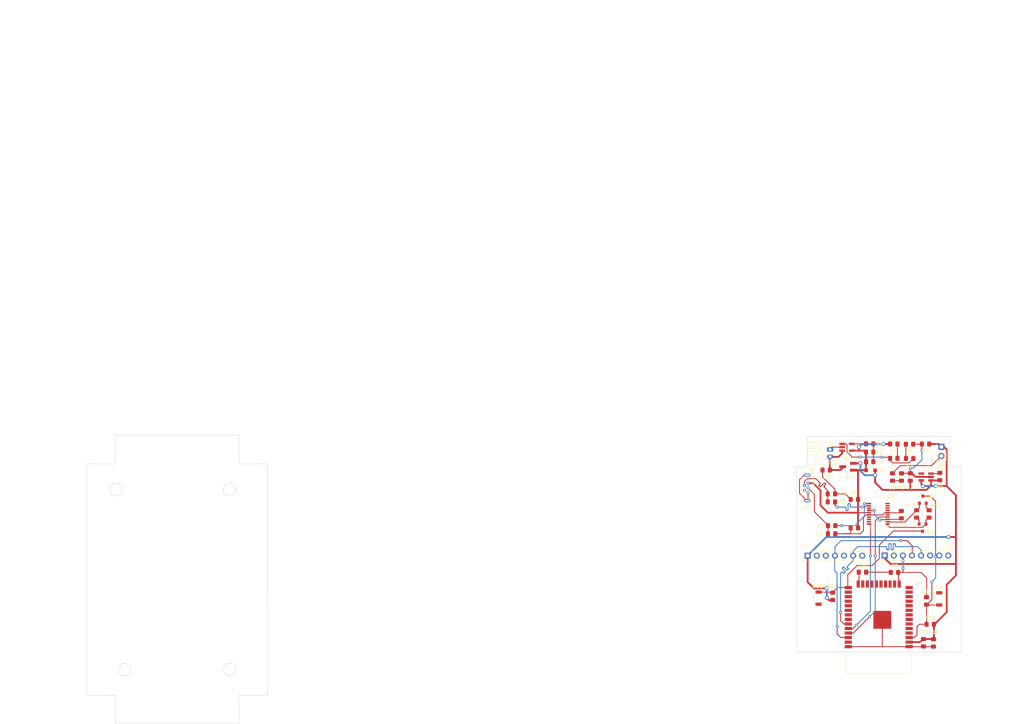
<source format=kicad_pcb>
(kicad_pcb (version 20171130) (host pcbnew "(5.1.9)-1")

  (general
    (thickness 1.6)
    (drawings 75)
    (tracks 565)
    (zones 0)
    (modules 44)
    (nets 74)
  )

  (page A4)
  (layers
    (0 F.Cu signal)
    (31 B.Cu signal)
    (32 B.Adhes user)
    (33 F.Adhes user)
    (34 B.Paste user)
    (35 F.Paste user)
    (36 B.SilkS user)
    (37 F.SilkS user)
    (38 B.Mask user)
    (39 F.Mask user)
    (40 Dwgs.User user)
    (41 Cmts.User user)
    (42 Eco1.User user)
    (43 Eco2.User user)
    (44 Edge.Cuts user)
    (45 Margin user)
    (46 B.CrtYd user hide)
    (47 F.CrtYd user hide)
    (48 B.Fab user hide)
    (49 F.Fab user hide)
  )

  (setup
    (last_trace_width 0.25)
    (user_trace_width 0.25)
    (trace_clearance 0.2)
    (zone_clearance 0.508)
    (zone_45_only no)
    (trace_min 0.2)
    (via_size 0.8)
    (via_drill 0.4)
    (via_min_size 0.4)
    (via_min_drill 0.3)
    (uvia_size 0.3)
    (uvia_drill 0.1)
    (uvias_allowed no)
    (uvia_min_size 0.2)
    (uvia_min_drill 0.1)
    (edge_width 0.1)
    (segment_width 0.2)
    (pcb_text_width 0.3)
    (pcb_text_size 1.5 1.5)
    (mod_edge_width 0.15)
    (mod_text_size 1 1)
    (mod_text_width 0.15)
    (pad_size 1.524 1.524)
    (pad_drill 0.762)
    (pad_to_mask_clearance 0)
    (aux_axis_origin 0 0)
    (visible_elements 7FFFFFFF)
    (pcbplotparams
      (layerselection 0x010fc_ffffffff)
      (usegerberextensions false)
      (usegerberattributes true)
      (usegerberadvancedattributes true)
      (creategerberjobfile true)
      (excludeedgelayer true)
      (linewidth 0.100000)
      (plotframeref false)
      (viasonmask false)
      (mode 1)
      (useauxorigin false)
      (hpglpennumber 1)
      (hpglpenspeed 20)
      (hpglpendiameter 15.000000)
      (psnegative false)
      (psa4output false)
      (plotreference true)
      (plotvalue true)
      (plotinvisibletext false)
      (padsonsilk false)
      (subtractmaskfromsilk false)
      (outputformat 1)
      (mirror false)
      (drillshape 1)
      (scaleselection 1)
      (outputdirectory ""))
  )

  (net 0 "")
  (net 1 GND)
  (net 2 +BATT)
  (net 3 VBUS)
  (net 4 VIN)
  (net 5 +3V3)
  (net 6 /D-)
  (net 7 /D+)
  (net 8 "Net-(C7-Pad1)")
  (net 9 EN)
  (net 10 "Net-(D1-Pad1)")
  (net 11 "Net-(D3-Pad2)")
  (net 12 "Net-(D3-Pad1)")
  (net 13 "Net-(D4-Pad2)")
  (net 14 IO2)
  (net 15 "Net-(D5-Pad1)")
  (net 16 "Net-(J2-Pad4)")
  (net 17 "Net-(J3-Pad7)")
  (net 18 SDA)
  (net 19 "Net-(J3-Pad5)")
  (net 20 SCL)
  (net 21 "Net-(J3-Pad2)")
  (net 22 "Net-(J4-Pad8)")
  (net 23 "Net-(J4-Pad7)")
  (net 24 "Net-(J4-Pad6)")
  (net 25 "Net-(J4-Pad2)")
  (net 26 TX0)
  (net 27 RX0)
  (net 28 IO0)
  (net 29 CLK)
  (net 30 SD0)
  (net 31 SD1)
  (net 32 IO15)
  (net 33 IO4)
  (net 34 IO16)
  (net 35 IO17)
  (net 36 IO5)
  (net 37 IO18)
  (net 38 IO19)
  (net 39 IO23)
  (net 40 CMD)
  (net 41 SD3)
  (net 42 SD2)
  (net 43 IO13)
  (net 44 IO12)
  (net 45 IO14)
  (net 46 IO27)
  (net 47 IO26)
  (net 48 IO25)
  (net 49 IO33)
  (net 50 IO32)
  (net 51 IO35)
  (net 52 IO34)
  (net 53 VN)
  (net 54 VP)
  (net 55 "Net-(Q2-Pad2)")
  (net 56 ~RTS)
  (net 57 "Net-(Q3-Pad2)")
  (net 58 ~DTR)
  (net 59 "Net-(R1-Pad1)")
  (net 60 "Net-(R4-Pad2)")
  (net 61 "Net-(R5-Pad1)")
  (net 62 "Net-(R6-Pad1)")
  (net 63 "Net-(R7-Pad2)")
  (net 64 "Net-(U2-Pad4)")
  (net 65 "Net-(U3-Pad19)")
  (net 66 "Net-(U3-Pad18)")
  (net 67 "Net-(U3-Pad17)")
  (net 68 "Net-(U3-Pad10)")
  (net 69 "Net-(U3-Pad9)")
  (net 70 "Net-(U3-Pad8)")
  (net 71 "Net-(U3-Pad7)")
  (net 72 "Net-(U3-Pad5)")
  (net 73 "Net-(U4-Pad32)")

  (net_class Default "This is the default net class."
    (clearance 0.2)
    (trace_width 0.25)
    (via_dia 0.8)
    (via_drill 0.4)
    (uvia_dia 0.3)
    (uvia_drill 0.1)
    (add_net /D+)
    (add_net /D-)
    (add_net CLK)
    (add_net CMD)
    (add_net EN)
    (add_net GND)
    (add_net IO0)
    (add_net IO12)
    (add_net IO13)
    (add_net IO14)
    (add_net IO15)
    (add_net IO16)
    (add_net IO17)
    (add_net IO18)
    (add_net IO19)
    (add_net IO2)
    (add_net IO23)
    (add_net IO25)
    (add_net IO26)
    (add_net IO27)
    (add_net IO32)
    (add_net IO33)
    (add_net IO34)
    (add_net IO35)
    (add_net IO4)
    (add_net IO5)
    (add_net "Net-(C7-Pad1)")
    (add_net "Net-(D1-Pad1)")
    (add_net "Net-(D3-Pad1)")
    (add_net "Net-(D3-Pad2)")
    (add_net "Net-(D4-Pad2)")
    (add_net "Net-(D5-Pad1)")
    (add_net "Net-(J2-Pad4)")
    (add_net "Net-(J3-Pad2)")
    (add_net "Net-(J3-Pad5)")
    (add_net "Net-(J3-Pad7)")
    (add_net "Net-(J4-Pad2)")
    (add_net "Net-(J4-Pad6)")
    (add_net "Net-(J4-Pad7)")
    (add_net "Net-(J4-Pad8)")
    (add_net "Net-(Q2-Pad2)")
    (add_net "Net-(Q3-Pad2)")
    (add_net "Net-(R1-Pad1)")
    (add_net "Net-(R4-Pad2)")
    (add_net "Net-(R5-Pad1)")
    (add_net "Net-(R6-Pad1)")
    (add_net "Net-(R7-Pad2)")
    (add_net "Net-(U2-Pad4)")
    (add_net "Net-(U3-Pad10)")
    (add_net "Net-(U3-Pad17)")
    (add_net "Net-(U3-Pad18)")
    (add_net "Net-(U3-Pad19)")
    (add_net "Net-(U3-Pad5)")
    (add_net "Net-(U3-Pad7)")
    (add_net "Net-(U3-Pad8)")
    (add_net "Net-(U3-Pad9)")
    (add_net "Net-(U4-Pad32)")
    (add_net RX0)
    (add_net SCL)
    (add_net SD0)
    (add_net SD1)
    (add_net SD2)
    (add_net SD3)
    (add_net SDA)
    (add_net TX0)
    (add_net VN)
    (add_net VP)
    (add_net ~DTR)
    (add_net ~RTS)
  )

  (net_class +3V3 ""
    (clearance 0.2)
    (trace_width 0.5)
    (via_dia 1.1)
    (via_drill 0.7)
    (uvia_dia 0.3)
    (uvia_drill 0.1)
    (add_net +3V3)
  )

  (net_class +BATT ""
    (clearance 0.2)
    (trace_width 0.5)
    (via_dia 1.1)
    (via_drill 0.7)
    (uvia_dia 0.3)
    (uvia_drill 0.1)
    (add_net +BATT)
  )

  (net_class VBUS ""
    (clearance 0.2)
    (trace_width 0.5)
    (via_dia 1.1)
    (via_drill 0.7)
    (uvia_dia 0.3)
    (uvia_drill 0.1)
    (add_net VBUS)
  )

  (net_class VIN ""
    (clearance 0.2)
    (trace_width 0.5)
    (via_dia 1.1)
    (via_drill 0.7)
    (uvia_dia 0.3)
    (uvia_drill 0.1)
    (add_net VIN)
  )

  (module RF_Module:ESP32-WROOM-32 (layer F.Cu) (tedit 5B5B4654) (tstamp 60099C72)
    (at 347.51 71.385 180)
    (descr "Single 2.4 GHz Wi-Fi and Bluetooth combo chip https://www.espressif.com/sites/default/files/documentation/esp32-wroom-32_datasheet_en.pdf")
    (tags "Single 2.4 GHz Wi-Fi and Bluetooth combo  chip")
    (path /5E6B6956)
    (attr smd)
    (fp_text reference U4 (at -11.15 9.595 180) (layer F.SilkS)
      (effects (font (size 1 1) (thickness 0.15)))
    )
    (fp_text value ESP32-WROOM-32 (at 0 11.5) (layer F.Fab)
      (effects (font (size 1 1) (thickness 0.15)))
    )
    (fp_line (start -14 -9.97) (end -14 -20.75) (layer Dwgs.User) (width 0.1))
    (fp_line (start 9 9.76) (end 9 -15.745) (layer F.Fab) (width 0.1))
    (fp_line (start -9 9.76) (end 9 9.76) (layer F.Fab) (width 0.1))
    (fp_line (start -9 -15.745) (end -9 -10.02) (layer F.Fab) (width 0.1))
    (fp_line (start -9 -15.745) (end 9 -15.745) (layer F.Fab) (width 0.1))
    (fp_line (start -9.75 10.5) (end -9.75 -9.72) (layer F.CrtYd) (width 0.05))
    (fp_line (start -9.75 10.5) (end 9.75 10.5) (layer F.CrtYd) (width 0.05))
    (fp_line (start 9.75 -9.72) (end 9.75 10.5) (layer F.CrtYd) (width 0.05))
    (fp_line (start -14.25 -21) (end 14.25 -21) (layer F.CrtYd) (width 0.05))
    (fp_line (start -9 -9.02) (end -9 9.76) (layer F.Fab) (width 0.1))
    (fp_line (start -8.5 -9.52) (end -9 -10.02) (layer F.Fab) (width 0.1))
    (fp_line (start -9 -9.02) (end -8.5 -9.52) (layer F.Fab) (width 0.1))
    (fp_line (start 14 -9.97) (end -14 -9.97) (layer Dwgs.User) (width 0.1))
    (fp_line (start 14 -9.97) (end 14 -20.75) (layer Dwgs.User) (width 0.1))
    (fp_line (start 14 -20.75) (end -14 -20.75) (layer Dwgs.User) (width 0.1))
    (fp_line (start -14.25 -21) (end -14.25 -9.72) (layer F.CrtYd) (width 0.05))
    (fp_line (start 14.25 -21) (end 14.25 -9.72) (layer F.CrtYd) (width 0.05))
    (fp_line (start -14.25 -9.72) (end -9.75 -9.72) (layer F.CrtYd) (width 0.05))
    (fp_line (start 9.75 -9.72) (end 14.25 -9.72) (layer F.CrtYd) (width 0.05))
    (fp_line (start -12.525 -20.75) (end -14 -19.66) (layer Dwgs.User) (width 0.1))
    (fp_line (start -10.525 -20.75) (end -14 -18.045) (layer Dwgs.User) (width 0.1))
    (fp_line (start -8.525 -20.75) (end -14 -16.43) (layer Dwgs.User) (width 0.1))
    (fp_line (start -6.525 -20.75) (end -14 -14.815) (layer Dwgs.User) (width 0.1))
    (fp_line (start -4.525 -20.75) (end -14 -13.2) (layer Dwgs.User) (width 0.1))
    (fp_line (start -2.525 -20.75) (end -14 -11.585) (layer Dwgs.User) (width 0.1))
    (fp_line (start -0.525 -20.75) (end -14 -9.97) (layer Dwgs.User) (width 0.1))
    (fp_line (start 1.475 -20.75) (end -12 -9.97) (layer Dwgs.User) (width 0.1))
    (fp_line (start 3.475 -20.75) (end -10 -9.97) (layer Dwgs.User) (width 0.1))
    (fp_line (start -8 -9.97) (end 5.475 -20.75) (layer Dwgs.User) (width 0.1))
    (fp_line (start 7.475 -20.75) (end -6 -9.97) (layer Dwgs.User) (width 0.1))
    (fp_line (start 9.475 -20.75) (end -4 -9.97) (layer Dwgs.User) (width 0.1))
    (fp_line (start 11.475 -20.75) (end -2 -9.97) (layer Dwgs.User) (width 0.1))
    (fp_line (start 13.475 -20.75) (end 0 -9.97) (layer Dwgs.User) (width 0.1))
    (fp_line (start 14 -19.66) (end 2 -9.97) (layer Dwgs.User) (width 0.1))
    (fp_line (start 14 -18.045) (end 4 -9.97) (layer Dwgs.User) (width 0.1))
    (fp_line (start 14 -16.43) (end 6 -9.97) (layer Dwgs.User) (width 0.1))
    (fp_line (start 14 -14.815) (end 8 -9.97) (layer Dwgs.User) (width 0.1))
    (fp_line (start 14 -13.2) (end 10 -9.97) (layer Dwgs.User) (width 0.1))
    (fp_line (start 14 -11.585) (end 12 -9.97) (layer Dwgs.User) (width 0.1))
    (fp_line (start 9.2 -13.875) (end 13.8 -13.875) (layer Cmts.User) (width 0.1))
    (fp_line (start 13.8 -13.875) (end 13.6 -14.075) (layer Cmts.User) (width 0.1))
    (fp_line (start 13.8 -13.875) (end 13.6 -13.675) (layer Cmts.User) (width 0.1))
    (fp_line (start 9.2 -13.875) (end 9.4 -14.075) (layer Cmts.User) (width 0.1))
    (fp_line (start 9.2 -13.875) (end 9.4 -13.675) (layer Cmts.User) (width 0.1))
    (fp_line (start -13.8 -13.875) (end -13.6 -14.075) (layer Cmts.User) (width 0.1))
    (fp_line (start -13.8 -13.875) (end -13.6 -13.675) (layer Cmts.User) (width 0.1))
    (fp_line (start -9.2 -13.875) (end -9.4 -13.675) (layer Cmts.User) (width 0.1))
    (fp_line (start -13.8 -13.875) (end -9.2 -13.875) (layer Cmts.User) (width 0.1))
    (fp_line (start -9.2 -13.875) (end -9.4 -14.075) (layer Cmts.User) (width 0.1))
    (fp_line (start 8.4 -16) (end 8.2 -16.2) (layer Cmts.User) (width 0.1))
    (fp_line (start 8.4 -16) (end 8.6 -16.2) (layer Cmts.User) (width 0.1))
    (fp_line (start 8.4 -20.6) (end 8.6 -20.4) (layer Cmts.User) (width 0.1))
    (fp_line (start 8.4 -16) (end 8.4 -20.6) (layer Cmts.User) (width 0.1))
    (fp_line (start 8.4 -20.6) (end 8.2 -20.4) (layer Cmts.User) (width 0.1))
    (fp_line (start -9.12 9.1) (end -9.12 9.88) (layer F.SilkS) (width 0.12))
    (fp_line (start -9.12 9.88) (end -8.12 9.88) (layer F.SilkS) (width 0.12))
    (fp_line (start 9.12 9.1) (end 9.12 9.88) (layer F.SilkS) (width 0.12))
    (fp_line (start 9.12 9.88) (end 8.12 9.88) (layer F.SilkS) (width 0.12))
    (fp_line (start -9.12 -15.865) (end 9.12 -15.865) (layer F.SilkS) (width 0.12))
    (fp_line (start 9.12 -15.865) (end 9.12 -9.445) (layer F.SilkS) (width 0.12))
    (fp_line (start -9.12 -15.865) (end -9.12 -9.445) (layer F.SilkS) (width 0.12))
    (fp_line (start -9.12 -9.445) (end -9.5 -9.445) (layer F.SilkS) (width 0.12))
    (fp_text user "5 mm" (at 7.8 -19.075 90) (layer Cmts.User)
      (effects (font (size 0.5 0.5) (thickness 0.1)))
    )
    (fp_text user "5 mm" (at -11.2 -14.375) (layer Cmts.User)
      (effects (font (size 0.5 0.5) (thickness 0.1)))
    )
    (fp_text user "5 mm" (at 11.8 -14.375) (layer Cmts.User)
      (effects (font (size 0.5 0.5) (thickness 0.1)))
    )
    (fp_text user Antenna (at 0 -13 180) (layer Cmts.User)
      (effects (font (size 1 1) (thickness 0.15)))
    )
    (fp_text user "KEEP-OUT ZONE" (at 0 -19) (layer Cmts.User)
      (effects (font (size 1 1) (thickness 0.15)))
    )
    (fp_text user %R (at 0 0) (layer F.Fab)
      (effects (font (size 1 1) (thickness 0.15)))
    )
    (pad 38 smd rect (at 8.5 -8.255 180) (size 2 0.9) (layers F.Cu F.Paste F.Mask)
      (net 1 GND))
    (pad 37 smd rect (at 8.5 -6.985 180) (size 2 0.9) (layers F.Cu F.Paste F.Mask)
      (net 39 IO23))
    (pad 36 smd rect (at 8.5 -5.715 180) (size 2 0.9) (layers F.Cu F.Paste F.Mask)
      (net 20 SCL))
    (pad 35 smd rect (at 8.5 -4.445 180) (size 2 0.9) (layers F.Cu F.Paste F.Mask)
      (net 26 TX0))
    (pad 34 smd rect (at 8.5 -3.175 180) (size 2 0.9) (layers F.Cu F.Paste F.Mask)
      (net 27 RX0))
    (pad 33 smd rect (at 8.5 -1.905 180) (size 2 0.9) (layers F.Cu F.Paste F.Mask)
      (net 18 SDA))
    (pad 32 smd rect (at 8.5 -0.635 180) (size 2 0.9) (layers F.Cu F.Paste F.Mask)
      (net 73 "Net-(U4-Pad32)"))
    (pad 31 smd rect (at 8.5 0.635 180) (size 2 0.9) (layers F.Cu F.Paste F.Mask)
      (net 38 IO19))
    (pad 30 smd rect (at 8.5 1.905 180) (size 2 0.9) (layers F.Cu F.Paste F.Mask)
      (net 37 IO18))
    (pad 29 smd rect (at 8.5 3.175 180) (size 2 0.9) (layers F.Cu F.Paste F.Mask)
      (net 36 IO5))
    (pad 28 smd rect (at 8.5 4.445 180) (size 2 0.9) (layers F.Cu F.Paste F.Mask)
      (net 35 IO17))
    (pad 27 smd rect (at 8.5 5.715 180) (size 2 0.9) (layers F.Cu F.Paste F.Mask)
      (net 34 IO16))
    (pad 26 smd rect (at 8.5 6.985 180) (size 2 0.9) (layers F.Cu F.Paste F.Mask)
      (net 33 IO4))
    (pad 25 smd rect (at 8.5 8.255 180) (size 2 0.9) (layers F.Cu F.Paste F.Mask)
      (net 28 IO0))
    (pad 24 smd rect (at 5.715 9.255 270) (size 2 0.9) (layers F.Cu F.Paste F.Mask)
      (net 14 IO2))
    (pad 23 smd rect (at 4.445 9.255 270) (size 2 0.9) (layers F.Cu F.Paste F.Mask)
      (net 32 IO15))
    (pad 22 smd rect (at 3.175 9.255 270) (size 2 0.9) (layers F.Cu F.Paste F.Mask)
      (net 31 SD1))
    (pad 21 smd rect (at 1.905 9.255 270) (size 2 0.9) (layers F.Cu F.Paste F.Mask)
      (net 30 SD0))
    (pad 20 smd rect (at 0.635 9.255 270) (size 2 0.9) (layers F.Cu F.Paste F.Mask)
      (net 29 CLK))
    (pad 19 smd rect (at -0.635 9.255 270) (size 2 0.9) (layers F.Cu F.Paste F.Mask)
      (net 40 CMD))
    (pad 18 smd rect (at -1.905 9.255 270) (size 2 0.9) (layers F.Cu F.Paste F.Mask)
      (net 41 SD3))
    (pad 17 smd rect (at -3.175 9.255 270) (size 2 0.9) (layers F.Cu F.Paste F.Mask)
      (net 42 SD2))
    (pad 16 smd rect (at -4.445 9.255 270) (size 2 0.9) (layers F.Cu F.Paste F.Mask)
      (net 43 IO13))
    (pad 15 smd rect (at -5.715 9.255 270) (size 2 0.9) (layers F.Cu F.Paste F.Mask)
      (net 1 GND))
    (pad 14 smd rect (at -8.5 8.255 180) (size 2 0.9) (layers F.Cu F.Paste F.Mask)
      (net 44 IO12))
    (pad 13 smd rect (at -8.5 6.985 180) (size 2 0.9) (layers F.Cu F.Paste F.Mask)
      (net 45 IO14))
    (pad 12 smd rect (at -8.5 5.715 180) (size 2 0.9) (layers F.Cu F.Paste F.Mask)
      (net 46 IO27))
    (pad 11 smd rect (at -8.5 4.445 180) (size 2 0.9) (layers F.Cu F.Paste F.Mask)
      (net 47 IO26))
    (pad 10 smd rect (at -8.5 3.175 180) (size 2 0.9) (layers F.Cu F.Paste F.Mask)
      (net 48 IO25))
    (pad 9 smd rect (at -8.5 1.905 180) (size 2 0.9) (layers F.Cu F.Paste F.Mask)
      (net 49 IO33))
    (pad 8 smd rect (at -8.5 0.635 180) (size 2 0.9) (layers F.Cu F.Paste F.Mask)
      (net 50 IO32))
    (pad 7 smd rect (at -8.5 -0.635 180) (size 2 0.9) (layers F.Cu F.Paste F.Mask)
      (net 51 IO35))
    (pad 6 smd rect (at -8.5 -1.905 180) (size 2 0.9) (layers F.Cu F.Paste F.Mask)
      (net 52 IO34))
    (pad 5 smd rect (at -8.5 -3.175 180) (size 2 0.9) (layers F.Cu F.Paste F.Mask)
      (net 53 VN))
    (pad 4 smd rect (at -8.5 -4.445 180) (size 2 0.9) (layers F.Cu F.Paste F.Mask)
      (net 54 VP))
    (pad 3 smd rect (at -8.5 -5.715 180) (size 2 0.9) (layers F.Cu F.Paste F.Mask)
      (net 9 EN))
    (pad 2 smd rect (at -8.5 -6.985 180) (size 2 0.9) (layers F.Cu F.Paste F.Mask)
      (net 5 +3V3))
    (pad 1 smd rect (at -8.5 -8.255 180) (size 2 0.9) (layers F.Cu F.Paste F.Mask)
      (net 1 GND))
    (pad 39 smd rect (at -1 -0.755 180) (size 5 5) (layers F.Cu F.Paste F.Mask)
      (net 1 GND))
    (model ${KISYS3DMOD}/RF_Module.3dshapes/ESP32-WROOM-32.wrl
      (at (xyz 0 0 0))
      (scale (xyz 1 1 1))
      (rotate (xyz 0 0 0))
    )
  )

  (module Connector_USB:USB_Micro-B_Wuerth_614105150721_Vertical (layer F.Cu) (tedit 5A142044) (tstamp 600999B2)
    (at 327.77 33.955 270)
    (descr "USB Micro-B receptacle, through-hole, vertical, http://katalog.we-online.de/em/datasheet/614105150721.pdf")
    (tags "usb micro receptacle vertical")
    (path /5E93C6CC)
    (fp_text reference J2 (at 6.565 0.523 180) (layer F.SilkS)
      (effects (font (size 1 1) (thickness 0.15)))
    )
    (fp_text value USB_B_Micro (at 1.3 2.92 90) (layer F.Fab)
      (effects (font (size 1 1) (thickness 0.15)))
    )
    (fp_line (start 5.8 -1.73) (end -3.2 -1.73) (layer F.CrtYd) (width 0.05))
    (fp_line (start 5.8 2.17) (end 5.8 -1.73) (layer F.CrtYd) (width 0.05))
    (fp_line (start -3.2 2.17) (end 5.8 2.17) (layer F.CrtYd) (width 0.05))
    (fp_line (start -3.2 -1.73) (end -3.2 2.17) (layer F.CrtYd) (width 0.05))
    (fp_line (start -1 -1.68) (end 1 -1.68) (layer F.SilkS) (width 0.15))
    (fp_line (start 5.45 1.82) (end 5.45 1.345) (layer F.SilkS) (width 0.15))
    (fp_line (start -2.85 1.82) (end 5.45 1.82) (layer F.SilkS) (width 0.15))
    (fp_line (start -2.85 1.345) (end -2.85 1.82) (layer F.SilkS) (width 0.15))
    (fp_line (start 5.45 -1.38) (end 5.45 -0.905) (layer F.SilkS) (width 0.15))
    (fp_line (start -2.85 -1.38) (end 5.45 -1.38) (layer F.SilkS) (width 0.15))
    (fp_line (start -2.85 -0.905) (end -2.85 -1.38) (layer F.SilkS) (width 0.15))
    (fp_line (start -2.7 1.67) (end -2.7 -1.23) (layer F.Fab) (width 0.15))
    (fp_line (start 5.3 1.67) (end -2.7 1.67) (layer F.Fab) (width 0.15))
    (fp_line (start 5.3 -1.23) (end 5.3 1.67) (layer F.Fab) (width 0.15))
    (fp_line (start 1 -1.23) (end 5.3 -1.23) (layer F.Fab) (width 0.15))
    (fp_line (start 0 -0.23) (end 1 -1.23) (layer F.Fab) (width 0.15))
    (fp_line (start -1 -1.23) (end 0 -0.23) (layer F.Fab) (width 0.15))
    (fp_line (start -2.7 -1.23) (end -1 -1.23) (layer F.Fab) (width 0.15))
    (fp_text user %R (at 1.3 0.22 90) (layer F.Fab)
      (effects (font (size 1 1) (thickness 0.15)))
    )
    (pad 6 thru_hole oval (at 4.875 0.22 270) (size 0.85 1.85) (drill oval 0.35 1.35) (layers *.Cu *.Mask)
      (net 1 GND))
    (pad 6 thru_hole oval (at -2.275 0.22 270) (size 0.85 1.85) (drill oval 0.35 1.35) (layers *.Cu *.Mask)
      (net 1 GND))
    (pad 5 thru_hole circle (at 2.6 0 270) (size 0.84 0.84) (drill 0.44) (layers *.Cu *.Mask)
      (net 1 GND))
    (pad 4 thru_hole circle (at 1.95 1 270) (size 0.84 0.84) (drill 0.44) (layers *.Cu *.Mask)
      (net 16 "Net-(J2-Pad4)"))
    (pad 3 thru_hole circle (at 1.3 0 270) (size 0.84 0.84) (drill 0.44) (layers *.Cu *.Mask)
      (net 7 /D+))
    (pad 2 thru_hole circle (at 0.65 1 270) (size 0.84 0.84) (drill 0.44) (layers *.Cu *.Mask)
      (net 6 /D-))
    (pad 1 thru_hole rect (at 0 0 270) (size 0.84 0.84) (drill 0.44) (layers *.Cu *.Mask)
      (net 3 VBUS))
    (model ${KISYS3DMOD}/Connector_USB.3dshapes/USB_Micro-B_Wuerth_614105150721_Vertical.wrl
      (at (xyz 0 0 0))
      (scale (xyz 1 1 1))
      (rotate (xyz 0 0 0))
    )
    (model "${KIPRJMOD}/3d/User Library-Micro USB B THT vertical.step"
      (offset (xyz 1.3 0.7 2))
      (scale (xyz 1 1 1))
      (rotate (xyz 180 0 0))
    )
  )

  (module Connector_PinHeader_2.54mm:PinHeader_1x02_P2.54mm_Vertical (layer F.Cu) (tedit 59FED5CC) (tstamp 60099A66)
    (at 365.02504 23.77436)
    (descr "Through hole straight pin header, 1x02, 2.54mm pitch, single row")
    (tags "Through hole pin header THT 1x02 2.54mm single row")
    (path /5EEDA133)
    (fp_text reference JP1 (at 0.1 5.446) (layer F.SilkS)
      (effects (font (size 1 1) (thickness 0.15)))
    )
    (fp_text value SJ (at 0 4.87) (layer F.Fab)
      (effects (font (size 1 1) (thickness 0.15)))
    )
    (fp_line (start -0.635 -1.27) (end 1.27 -1.27) (layer F.Fab) (width 0.1))
    (fp_line (start 1.27 -1.27) (end 1.27 3.81) (layer F.Fab) (width 0.1))
    (fp_line (start 1.27 3.81) (end -1.27 3.81) (layer F.Fab) (width 0.1))
    (fp_line (start -1.27 3.81) (end -1.27 -0.635) (layer F.Fab) (width 0.1))
    (fp_line (start -1.27 -0.635) (end -0.635 -1.27) (layer F.Fab) (width 0.1))
    (fp_line (start -1.33 3.87) (end 1.33 3.87) (layer F.SilkS) (width 0.12))
    (fp_line (start -1.33 1.27) (end -1.33 3.87) (layer F.SilkS) (width 0.12))
    (fp_line (start 1.33 1.27) (end 1.33 3.87) (layer F.SilkS) (width 0.12))
    (fp_line (start -1.33 1.27) (end 1.33 1.27) (layer F.SilkS) (width 0.12))
    (fp_line (start -1.33 0) (end -1.33 -1.33) (layer F.SilkS) (width 0.12))
    (fp_line (start -1.33 -1.33) (end 0 -1.33) (layer F.SilkS) (width 0.12))
    (fp_line (start -1.8 -1.8) (end -1.8 4.35) (layer F.CrtYd) (width 0.05))
    (fp_line (start -1.8 4.35) (end 1.8 4.35) (layer F.CrtYd) (width 0.05))
    (fp_line (start 1.8 4.35) (end 1.8 -1.8) (layer F.CrtYd) (width 0.05))
    (fp_line (start 1.8 -1.8) (end -1.8 -1.8) (layer F.CrtYd) (width 0.05))
    (fp_text user %R (at 0 1.27 90) (layer F.Fab)
      (effects (font (size 1 1) (thickness 0.15)))
    )
    (pad 2 thru_hole oval (at 0 2.54) (size 1.7 1.7) (drill 1) (layers *.Cu *.Mask)
      (net 11 "Net-(D3-Pad2)"))
    (pad 1 thru_hole rect (at 0 0) (size 1.7 1.7) (drill 1) (layers *.Cu *.Mask)
      (net 5 +3V3))
    (model ${KISYS3DMOD}/Connector_PinHeader_2.54mm.3dshapes/PinHeader_1x02_P2.54mm_Vertical.wrl
      (at (xyz 0 0 0))
      (scale (xyz 1 1 1))
      (rotate (xyz 0 0 0))
    )
  )

  (module Resistor_SMD:R_0805_2012Metric_Pad1.15x1.40mm_HandSolder (layer F.Cu) (tedit 5B36C52B) (tstamp 60099B82)
    (at 358.09 42.53 90)
    (descr "Resistor SMD 0805 (2012 Metric), square (rectangular) end terminal, IPC_7351 nominal with elongated pad for handsoldering. (Body size source: https://docs.google.com/spreadsheets/d/1BsfQQcO9C6DZCsRaXUlFlo91Tg2WpOkGARC1WS5S8t0/edit?usp=sharing), generated with kicad-footprint-generator")
    (tags "resistor handsolder")
    (path /5E6CD18E)
    (attr smd)
    (fp_text reference R13 (at 2.29644 -1.88384) (layer F.SilkS)
      (effects (font (size 1 1) (thickness 0.15)))
    )
    (fp_text value 10K (at 0 1.65 90) (layer F.Fab)
      (effects (font (size 1 1) (thickness 0.15)))
    )
    (fp_line (start -1 0.6) (end -1 -0.6) (layer F.Fab) (width 0.1))
    (fp_line (start -1 -0.6) (end 1 -0.6) (layer F.Fab) (width 0.1))
    (fp_line (start 1 -0.6) (end 1 0.6) (layer F.Fab) (width 0.1))
    (fp_line (start 1 0.6) (end -1 0.6) (layer F.Fab) (width 0.1))
    (fp_line (start -0.261252 -0.71) (end 0.261252 -0.71) (layer F.SilkS) (width 0.12))
    (fp_line (start -0.261252 0.71) (end 0.261252 0.71) (layer F.SilkS) (width 0.12))
    (fp_line (start -1.85 0.95) (end -1.85 -0.95) (layer F.CrtYd) (width 0.05))
    (fp_line (start -1.85 -0.95) (end 1.85 -0.95) (layer F.CrtYd) (width 0.05))
    (fp_line (start 1.85 -0.95) (end 1.85 0.95) (layer F.CrtYd) (width 0.05))
    (fp_line (start 1.85 0.95) (end -1.85 0.95) (layer F.CrtYd) (width 0.05))
    (fp_text user %R (at 0 0 90) (layer F.Fab)
      (effects (font (size 0.5 0.5) (thickness 0.08)))
    )
    (pad 2 smd roundrect (at 1.025 0 90) (size 1.15 1.4) (layers F.Cu F.Paste F.Mask) (roundrect_rratio 0.217391)
      (net 56 ~RTS))
    (pad 1 smd roundrect (at -1.025 0 90) (size 1.15 1.4) (layers F.Cu F.Paste F.Mask) (roundrect_rratio 0.217391)
      (net 57 "Net-(Q3-Pad2)"))
    (model ${KISYS3DMOD}/Resistor_SMD.3dshapes/R_0805_2012Metric.wrl
      (at (xyz 0 0 0))
      (scale (xyz 1 1 1))
      (rotate (xyz 0 0 0))
    )
  )

  (module Capacitor_SMD:C_0805_2012Metric_Pad1.15x1.40mm_HandSolder (layer F.Cu) (tedit 5B36C52B) (tstamp 6009988F)
    (at 334.352 48.072)
    (descr "Capacitor SMD 0805 (2012 Metric), square (rectangular) end terminal, IPC_7351 nominal with elongated pad for handsoldering. (Body size source: https://docs.google.com/spreadsheets/d/1BsfQQcO9C6DZCsRaXUlFlo91Tg2WpOkGARC1WS5S8t0/edit?usp=sharing), generated with kicad-footprint-generator")
    (tags "capacitor handsolder")
    (path /5EB7C334)
    (attr smd)
    (fp_text reference C6 (at -3.18008 0.01016) (layer F.SilkS)
      (effects (font (size 1 1) (thickness 0.15)))
    )
    (fp_text value 47pF/16V (at 0 1.65) (layer F.Fab)
      (effects (font (size 1 1) (thickness 0.15)))
    )
    (fp_line (start -1 0.6) (end -1 -0.6) (layer F.Fab) (width 0.1))
    (fp_line (start -1 -0.6) (end 1 -0.6) (layer F.Fab) (width 0.1))
    (fp_line (start 1 -0.6) (end 1 0.6) (layer F.Fab) (width 0.1))
    (fp_line (start 1 0.6) (end -1 0.6) (layer F.Fab) (width 0.1))
    (fp_line (start -0.261252 -0.71) (end 0.261252 -0.71) (layer F.SilkS) (width 0.12))
    (fp_line (start -0.261252 0.71) (end 0.261252 0.71) (layer F.SilkS) (width 0.12))
    (fp_line (start -1.85 0.95) (end -1.85 -0.95) (layer F.CrtYd) (width 0.05))
    (fp_line (start -1.85 -0.95) (end 1.85 -0.95) (layer F.CrtYd) (width 0.05))
    (fp_line (start 1.85 -0.95) (end 1.85 0.95) (layer F.CrtYd) (width 0.05))
    (fp_line (start 1.85 0.95) (end -1.85 0.95) (layer F.CrtYd) (width 0.05))
    (fp_text user %R (at 0 0) (layer F.Fab)
      (effects (font (size 0.5 0.5) (thickness 0.08)))
    )
    (pad 2 smd roundrect (at 1.025 0) (size 1.15 1.4) (layers F.Cu F.Paste F.Mask) (roundrect_rratio 0.217391)
      (net 1 GND))
    (pad 1 smd roundrect (at -1.025 0) (size 1.15 1.4) (layers F.Cu F.Paste F.Mask) (roundrect_rratio 0.217391)
      (net 7 /D+))
    (model ${KISYS3DMOD}/Capacitor_SMD.3dshapes/C_0805_2012Metric.wrl
      (at (xyz 0 0 0))
      (scale (xyz 1 1 1))
      (rotate (xyz 0 0 0))
    )
  )

  (module Package_SO:SSOP-20_3.9x8.7mm_P0.635mm (layer F.Cu) (tedit 5A4A2523) (tstamp 60099C03)
    (at 347.39 42.484 180)
    (descr "SSOP20: plastic shrink small outline package; 24 leads; body width 3.9 mm; lead pitch 0.635; (see http://www.ftdichip.com/Support/Documents/DataSheets/ICs/DS_FT231X.pdf)")
    (tags "SSOP 0.635")
    (path /5E8E06D2)
    (attr smd)
    (fp_text reference U3 (at -3.5 4.75) (layer F.SilkS)
      (effects (font (size 1 1) (thickness 0.15)))
    )
    (fp_text value FT231XS (at 0 5.4) (layer F.Fab)
      (effects (font (size 1 1) (thickness 0.15)))
    )
    (fp_line (start -0.95 -4.35) (end 1.95 -4.35) (layer F.Fab) (width 0.15))
    (fp_line (start 1.95 -4.35) (end 1.95 4.35) (layer F.Fab) (width 0.15))
    (fp_line (start 1.95 4.35) (end -1.95 4.35) (layer F.Fab) (width 0.15))
    (fp_line (start -1.95 4.35) (end -1.95 -3.35) (layer F.Fab) (width 0.15))
    (fp_line (start -1.95 -3.35) (end -0.95 -4.35) (layer F.Fab) (width 0.15))
    (fp_line (start -3.45 -4.65) (end -3.45 4.65) (layer F.CrtYd) (width 0.05))
    (fp_line (start 3.45 -4.65) (end 3.45 4.65) (layer F.CrtYd) (width 0.05))
    (fp_line (start -3.45 -4.65) (end 3.45 -4.65) (layer F.CrtYd) (width 0.05))
    (fp_line (start -3.45 4.65) (end 3.45 4.65) (layer F.CrtYd) (width 0.05))
    (fp_line (start -2.075 -3.365) (end -2.075 -4.475) (layer F.SilkS) (width 0.15))
    (fp_line (start 2.075 -4.475) (end 2.075 -3.365) (layer F.SilkS) (width 0.15))
    (fp_line (start 2.075 4.475) (end 2.075 3.365) (layer F.SilkS) (width 0.15))
    (fp_line (start -2.075 4.475) (end -2.075 3.365) (layer F.SilkS) (width 0.15))
    (fp_line (start -2.075 -4.475) (end 2.075 -4.475) (layer F.SilkS) (width 0.15))
    (fp_line (start -2.075 4.475) (end 2.075 4.475) (layer F.SilkS) (width 0.15))
    (fp_line (start -2.075 -3.365) (end -3.2 -3.365) (layer F.SilkS) (width 0.15))
    (fp_text user %R (at 0 0) (layer F.Fab)
      (effects (font (size 0.8 0.8) (thickness 0.15)))
    )
    (pad 20 smd rect (at 2.6 -2.8575 180) (size 1.2 0.4) (layers F.Cu F.Paste F.Mask)
      (net 27 RX0))
    (pad 19 smd rect (at 2.6 -2.2225 180) (size 1.2 0.4) (layers F.Cu F.Paste F.Mask)
      (net 65 "Net-(U3-Pad19)"))
    (pad 18 smd rect (at 2.6 -1.5875 180) (size 1.2 0.4) (layers F.Cu F.Paste F.Mask)
      (net 66 "Net-(U3-Pad18)"))
    (pad 17 smd rect (at 2.6 -0.9525 180) (size 1.2 0.4) (layers F.Cu F.Paste F.Mask)
      (net 67 "Net-(U3-Pad17)"))
    (pad 16 smd rect (at 2.6 -0.3175 180) (size 1.2 0.4) (layers F.Cu F.Paste F.Mask)
      (net 1 GND))
    (pad 15 smd rect (at 2.6 0.3175 180) (size 1.2 0.4) (layers F.Cu F.Paste F.Mask)
      (net 3 VBUS))
    (pad 14 smd rect (at 2.6 0.9525 180) (size 1.2 0.4) (layers F.Cu F.Paste F.Mask)
      (net 8 "Net-(C7-Pad1)"))
    (pad 13 smd rect (at 2.6 1.5875 180) (size 1.2 0.4) (layers F.Cu F.Paste F.Mask)
      (net 8 "Net-(C7-Pad1)"))
    (pad 12 smd rect (at 2.6 2.2225 180) (size 1.2 0.4) (layers F.Cu F.Paste F.Mask)
      (net 60 "Net-(R4-Pad2)"))
    (pad 11 smd rect (at 2.6 2.8575 180) (size 1.2 0.4) (layers F.Cu F.Paste F.Mask)
      (net 63 "Net-(R7-Pad2)"))
    (pad 10 smd rect (at -2.6 2.8575 180) (size 1.2 0.4) (layers F.Cu F.Paste F.Mask)
      (net 68 "Net-(U3-Pad10)"))
    (pad 9 smd rect (at -2.6 2.2225 180) (size 1.2 0.4) (layers F.Cu F.Paste F.Mask)
      (net 69 "Net-(U3-Pad9)"))
    (pad 8 smd rect (at -2.6 1.5875 180) (size 1.2 0.4) (layers F.Cu F.Paste F.Mask)
      (net 70 "Net-(U3-Pad8)"))
    (pad 7 smd rect (at -2.6 0.9525 180) (size 1.2 0.4) (layers F.Cu F.Paste F.Mask)
      (net 71 "Net-(U3-Pad7)"))
    (pad 6 smd rect (at -2.6 0.3175 180) (size 1.2 0.4) (layers F.Cu F.Paste F.Mask)
      (net 1 GND))
    (pad 5 smd rect (at -2.6 -0.3175 180) (size 1.2 0.4) (layers F.Cu F.Paste F.Mask)
      (net 72 "Net-(U3-Pad5)"))
    (pad 4 smd rect (at -2.6 -0.9525 180) (size 1.2 0.4) (layers F.Cu F.Paste F.Mask)
      (net 26 TX0))
    (pad 3 smd rect (at -2.6 -1.5875 180) (size 1.2 0.4) (layers F.Cu F.Paste F.Mask)
      (net 8 "Net-(C7-Pad1)"))
    (pad 2 smd rect (at -2.6 -2.2225 180) (size 1.2 0.4) (layers F.Cu F.Paste F.Mask)
      (net 56 ~RTS))
    (pad 1 smd rect (at -2.6 -2.8575 180) (size 1.2 0.4) (layers F.Cu F.Paste F.Mask)
      (net 58 ~DTR))
    (model ${KISYS3DMOD}/Package_SO.3dshapes/SSOP-20_3.9x8.7mm_P0.635mm.wrl
      (at (xyz 0 0 0))
      (scale (xyz 1 1 1))
      (rotate (xyz 0 0 0))
    )
  )

  (module Package_TO_SOT_SMD:SOT-23-5_HandSoldering (layer F.Cu) (tedit 5A0AB76C) (tstamp 60099BDA)
    (at 360.768 32.197 180)
    (descr "5-pin SOT23 package")
    (tags "SOT-23-5 hand-soldering")
    (path /5E773568)
    (attr smd)
    (fp_text reference U2 (at -0.09906 2.53746) (layer F.SilkS)
      (effects (font (size 1 1) (thickness 0.15)))
    )
    (fp_text value AP2112K-3.3 (at 0 2.9) (layer F.Fab)
      (effects (font (size 1 1) (thickness 0.15)))
    )
    (fp_line (start -0.9 1.61) (end 0.9 1.61) (layer F.SilkS) (width 0.12))
    (fp_line (start 0.9 -1.61) (end -1.55 -1.61) (layer F.SilkS) (width 0.12))
    (fp_line (start -0.9 -0.9) (end -0.25 -1.55) (layer F.Fab) (width 0.1))
    (fp_line (start 0.9 -1.55) (end -0.25 -1.55) (layer F.Fab) (width 0.1))
    (fp_line (start -0.9 -0.9) (end -0.9 1.55) (layer F.Fab) (width 0.1))
    (fp_line (start 0.9 1.55) (end -0.9 1.55) (layer F.Fab) (width 0.1))
    (fp_line (start 0.9 -1.55) (end 0.9 1.55) (layer F.Fab) (width 0.1))
    (fp_line (start -2.38 -1.8) (end 2.38 -1.8) (layer F.CrtYd) (width 0.05))
    (fp_line (start -2.38 -1.8) (end -2.38 1.8) (layer F.CrtYd) (width 0.05))
    (fp_line (start 2.38 1.8) (end 2.38 -1.8) (layer F.CrtYd) (width 0.05))
    (fp_line (start 2.38 1.8) (end -2.38 1.8) (layer F.CrtYd) (width 0.05))
    (fp_text user %R (at 0 0 90) (layer F.Fab)
      (effects (font (size 0.5 0.5) (thickness 0.075)))
    )
    (pad 5 smd rect (at 1.35 -0.95 180) (size 1.56 0.65) (layers F.Cu F.Paste F.Mask)
      (net 5 +3V3))
    (pad 4 smd rect (at 1.35 0.95 180) (size 1.56 0.65) (layers F.Cu F.Paste F.Mask)
      (net 64 "Net-(U2-Pad4)"))
    (pad 3 smd rect (at -1.35 0.95 180) (size 1.56 0.65) (layers F.Cu F.Paste F.Mask)
      (net 61 "Net-(R5-Pad1)"))
    (pad 2 smd rect (at -1.35 0 180) (size 1.56 0.65) (layers F.Cu F.Paste F.Mask)
      (net 1 GND))
    (pad 1 smd rect (at -1.35 -0.95 180) (size 1.56 0.65) (layers F.Cu F.Paste F.Mask)
      (net 4 VIN))
    (model ${KISYS3DMOD}/Package_TO_SOT_SMD.3dshapes/SOT-23-5.wrl
      (at (xyz 0 0 0))
      (scale (xyz 1 1 1))
      (rotate (xyz 0 0 0))
    )
  )

  (module Package_TO_SOT_SMD:SOT-23-5_HandSoldering (layer F.Cu) (tedit 5A0AB76C) (tstamp 60099BC5)
    (at 338.64 23.88)
    (descr "5-pin SOT23 package")
    (tags "SOT-23-5 hand-soldering")
    (path /5E703507)
    (attr smd)
    (fp_text reference U1 (at 0.1 2.75) (layer F.SilkS)
      (effects (font (size 1 1) (thickness 0.15)))
    )
    (fp_text value MCP73831 (at 0 2.9) (layer F.Fab)
      (effects (font (size 1 1) (thickness 0.15)))
    )
    (fp_line (start -0.9 1.61) (end 0.9 1.61) (layer F.SilkS) (width 0.12))
    (fp_line (start 0.9 -1.61) (end -1.55 -1.61) (layer F.SilkS) (width 0.12))
    (fp_line (start -0.9 -0.9) (end -0.25 -1.55) (layer F.Fab) (width 0.1))
    (fp_line (start 0.9 -1.55) (end -0.25 -1.55) (layer F.Fab) (width 0.1))
    (fp_line (start -0.9 -0.9) (end -0.9 1.55) (layer F.Fab) (width 0.1))
    (fp_line (start 0.9 1.55) (end -0.9 1.55) (layer F.Fab) (width 0.1))
    (fp_line (start 0.9 -1.55) (end 0.9 1.55) (layer F.Fab) (width 0.1))
    (fp_line (start -2.38 -1.8) (end 2.38 -1.8) (layer F.CrtYd) (width 0.05))
    (fp_line (start -2.38 -1.8) (end -2.38 1.8) (layer F.CrtYd) (width 0.05))
    (fp_line (start 2.38 1.8) (end 2.38 -1.8) (layer F.CrtYd) (width 0.05))
    (fp_line (start 2.38 1.8) (end -2.38 1.8) (layer F.CrtYd) (width 0.05))
    (fp_text user %R (at 0 0 90) (layer F.Fab)
      (effects (font (size 0.5 0.5) (thickness 0.075)))
    )
    (pad 5 smd rect (at 1.35 -0.95) (size 1.56 0.65) (layers F.Cu F.Paste F.Mask)
      (net 62 "Net-(R6-Pad1)"))
    (pad 4 smd rect (at 1.35 0.95) (size 1.56 0.65) (layers F.Cu F.Paste F.Mask)
      (net 3 VBUS))
    (pad 3 smd rect (at -1.35 0.95) (size 1.56 0.65) (layers F.Cu F.Paste F.Mask)
      (net 2 +BATT))
    (pad 2 smd rect (at -1.35 0) (size 1.56 0.65) (layers F.Cu F.Paste F.Mask)
      (net 1 GND))
    (pad 1 smd rect (at -1.35 -0.95) (size 1.56 0.65) (layers F.Cu F.Paste F.Mask)
      (net 59 "Net-(R1-Pad1)"))
    (model ${KISYS3DMOD}/Package_TO_SOT_SMD.3dshapes/SOT-23-5.wrl
      (at (xyz 0 0 0))
      (scale (xyz 1 1 1))
      (rotate (xyz 0 0 0))
    )
  )

  (module Button_Switch_SMD:SW_SPST_B3U-1000P-B (layer F.Cu) (tedit 5A02FC95) (tstamp 60099BB0)
    (at 364.41 66.29 270)
    (descr "Ultra-small-sized Tactile Switch with High Contact Reliability, Top-actuated Model, without Ground Terminal, with Boss")
    (tags "Tactile Switch")
    (path /5E7E7A61)
    (attr smd)
    (fp_text reference EN (at -3.273 -0.0348 180) (layer F.SilkS)
      (effects (font (size 1 1) (thickness 0.15)))
    )
    (fp_text value Switch (at 0 2.5 90) (layer F.Fab)
      (effects (font (size 1 1) (thickness 0.15)))
    )
    (fp_line (start -2.4 1.65) (end 2.4 1.65) (layer F.CrtYd) (width 0.05))
    (fp_line (start 2.4 1.65) (end 2.4 -1.65) (layer F.CrtYd) (width 0.05))
    (fp_line (start 2.4 -1.65) (end -2.4 -1.65) (layer F.CrtYd) (width 0.05))
    (fp_line (start -2.4 -1.65) (end -2.4 1.65) (layer F.CrtYd) (width 0.05))
    (fp_line (start -1.65 1.1) (end -1.65 1.4) (layer F.SilkS) (width 0.12))
    (fp_line (start -1.65 1.4) (end 1.65 1.4) (layer F.SilkS) (width 0.12))
    (fp_line (start 1.65 1.4) (end 1.65 1.1) (layer F.SilkS) (width 0.12))
    (fp_line (start -1.65 -1.1) (end -1.65 -1.4) (layer F.SilkS) (width 0.12))
    (fp_line (start -1.65 -1.4) (end 1.65 -1.4) (layer F.SilkS) (width 0.12))
    (fp_line (start 1.65 -1.4) (end 1.65 -1.1) (layer F.SilkS) (width 0.12))
    (fp_line (start -1.5 -1.25) (end 1.5 -1.25) (layer F.Fab) (width 0.1))
    (fp_line (start 1.5 -1.25) (end 1.5 1.25) (layer F.Fab) (width 0.1))
    (fp_line (start 1.5 1.25) (end -1.5 1.25) (layer F.Fab) (width 0.1))
    (fp_line (start -1.5 1.25) (end -1.5 -1.25) (layer F.Fab) (width 0.1))
    (fp_circle (center 0 0) (end 0.75 0) (layer F.Fab) (width 0.1))
    (fp_text user %R (at 0 -2.5 90) (layer F.Fab)
      (effects (font (size 1 1) (thickness 0.15)))
    )
    (pad "" np_thru_hole circle (at 0 0 270) (size 0.8 0.8) (drill 0.8) (layers *.Cu *.Mask))
    (pad 2 smd rect (at 1.7 0 270) (size 0.9 1.7) (layers F.Cu F.Paste F.Mask)
      (net 9 EN))
    (pad 1 smd rect (at -1.7 0 270) (size 0.9 1.7) (layers F.Cu F.Paste F.Mask)
      (net 1 GND))
    (model ${KISYS3DMOD}/Button_Switch_SMD.3dshapes/SW_SPST_B3U-1000P-B.wrl
      (at (xyz 0 0 0))
      (scale (xyz 1 1 1))
      (rotate (xyz 0 0 0))
    )
  )

  (module Button_Switch_SMD:SW_SPST_B3U-1000P-B (layer F.Cu) (tedit 5A02FC95) (tstamp 60099B99)
    (at 330.71 66.065 90)
    (descr "Ultra-small-sized Tactile Switch with High Contact Reliability, Top-actuated Model, without Ground Terminal, with Boss")
    (tags "Tactile Switch")
    (path /5E7E879F)
    (attr smd)
    (fp_text reference BOOT (at 3.31216 0.1306 180) (layer F.SilkS)
      (effects (font (size 1 1) (thickness 0.15)))
    )
    (fp_text value Switch (at 0 2.5 90) (layer F.Fab)
      (effects (font (size 1 1) (thickness 0.15)))
    )
    (fp_line (start -2.4 1.65) (end 2.4 1.65) (layer F.CrtYd) (width 0.05))
    (fp_line (start 2.4 1.65) (end 2.4 -1.65) (layer F.CrtYd) (width 0.05))
    (fp_line (start 2.4 -1.65) (end -2.4 -1.65) (layer F.CrtYd) (width 0.05))
    (fp_line (start -2.4 -1.65) (end -2.4 1.65) (layer F.CrtYd) (width 0.05))
    (fp_line (start -1.65 1.1) (end -1.65 1.4) (layer F.SilkS) (width 0.12))
    (fp_line (start -1.65 1.4) (end 1.65 1.4) (layer F.SilkS) (width 0.12))
    (fp_line (start 1.65 1.4) (end 1.65 1.1) (layer F.SilkS) (width 0.12))
    (fp_line (start -1.65 -1.1) (end -1.65 -1.4) (layer F.SilkS) (width 0.12))
    (fp_line (start -1.65 -1.4) (end 1.65 -1.4) (layer F.SilkS) (width 0.12))
    (fp_line (start 1.65 -1.4) (end 1.65 -1.1) (layer F.SilkS) (width 0.12))
    (fp_line (start -1.5 -1.25) (end 1.5 -1.25) (layer F.Fab) (width 0.1))
    (fp_line (start 1.5 -1.25) (end 1.5 1.25) (layer F.Fab) (width 0.1))
    (fp_line (start 1.5 1.25) (end -1.5 1.25) (layer F.Fab) (width 0.1))
    (fp_line (start -1.5 1.25) (end -1.5 -1.25) (layer F.Fab) (width 0.1))
    (fp_circle (center 0 0) (end 0.75 0) (layer F.Fab) (width 0.1))
    (fp_text user %R (at 0 -2.5 90) (layer F.Fab)
      (effects (font (size 1 1) (thickness 0.15)))
    )
    (pad "" np_thru_hole circle (at 0 0 90) (size 0.8 0.8) (drill 0.8) (layers *.Cu *.Mask))
    (pad 2 smd rect (at 1.7 0 90) (size 0.9 1.7) (layers F.Cu F.Paste F.Mask)
      (net 28 IO0))
    (pad 1 smd rect (at -1.7 0 90) (size 0.9 1.7) (layers F.Cu F.Paste F.Mask)
      (net 1 GND))
    (model ${KISYS3DMOD}/Button_Switch_SMD.3dshapes/SW_SPST_B3U-1000P-B.wrl
      (at (xyz 0 0 0))
      (scale (xyz 1 1 1))
      (rotate (xyz 0 0 0))
    )
  )

  (module Resistor_SMD:R_0805_2012Metric_Pad1.15x1.40mm_HandSolder (layer F.Cu) (tedit 5B36C52B) (tstamp 60099B71)
    (at 361.59 42.53 90)
    (descr "Resistor SMD 0805 (2012 Metric), square (rectangular) end terminal, IPC_7351 nominal with elongated pad for handsoldering. (Body size source: https://docs.google.com/spreadsheets/d/1BsfQQcO9C6DZCsRaXUlFlo91Tg2WpOkGARC1WS5S8t0/edit?usp=sharing), generated with kicad-footprint-generator")
    (tags "resistor handsolder")
    (path /5E6CD99C)
    (attr smd)
    (fp_text reference R12 (at 2.24564 2.05328 180) (layer F.SilkS)
      (effects (font (size 1 1) (thickness 0.15)))
    )
    (fp_text value 10K (at 0 1.65 90) (layer F.Fab)
      (effects (font (size 1 1) (thickness 0.15)))
    )
    (fp_line (start -1 0.6) (end -1 -0.6) (layer F.Fab) (width 0.1))
    (fp_line (start -1 -0.6) (end 1 -0.6) (layer F.Fab) (width 0.1))
    (fp_line (start 1 -0.6) (end 1 0.6) (layer F.Fab) (width 0.1))
    (fp_line (start 1 0.6) (end -1 0.6) (layer F.Fab) (width 0.1))
    (fp_line (start -0.261252 -0.71) (end 0.261252 -0.71) (layer F.SilkS) (width 0.12))
    (fp_line (start -0.261252 0.71) (end 0.261252 0.71) (layer F.SilkS) (width 0.12))
    (fp_line (start -1.85 0.95) (end -1.85 -0.95) (layer F.CrtYd) (width 0.05))
    (fp_line (start -1.85 -0.95) (end 1.85 -0.95) (layer F.CrtYd) (width 0.05))
    (fp_line (start 1.85 -0.95) (end 1.85 0.95) (layer F.CrtYd) (width 0.05))
    (fp_line (start 1.85 0.95) (end -1.85 0.95) (layer F.CrtYd) (width 0.05))
    (fp_text user %R (at 0 0 90) (layer F.Fab)
      (effects (font (size 0.5 0.5) (thickness 0.08)))
    )
    (pad 2 smd roundrect (at 1.025 0 90) (size 1.15 1.4) (layers F.Cu F.Paste F.Mask) (roundrect_rratio 0.217391)
      (net 55 "Net-(Q2-Pad2)"))
    (pad 1 smd roundrect (at -1.025 0 90) (size 1.15 1.4) (layers F.Cu F.Paste F.Mask) (roundrect_rratio 0.217391)
      (net 58 ~DTR))
    (model ${KISYS3DMOD}/Resistor_SMD.3dshapes/R_0805_2012Metric.wrl
      (at (xyz 0 0 0))
      (scale (xyz 1 1 1))
      (rotate (xyz 0 0 0))
    )
  )

  (module Resistor_SMD:R_0805_2012Metric_Pad1.15x1.40mm_HandSolder (layer F.Cu) (tedit 5B36C52B) (tstamp 60099B60)
    (at 334.66 65.557 270)
    (descr "Resistor SMD 0805 (2012 Metric), square (rectangular) end terminal, IPC_7351 nominal with elongated pad for handsoldering. (Body size source: https://docs.google.com/spreadsheets/d/1BsfQQcO9C6DZCsRaXUlFlo91Tg2WpOkGARC1WS5S8t0/edit?usp=sharing), generated with kicad-footprint-generator")
    (tags "resistor handsolder")
    (path /5E812E7B)
    (attr smd)
    (fp_text reference R11 (at -2.83464 0.03988 180) (layer F.SilkS)
      (effects (font (size 1 1) (thickness 0.15)))
    )
    (fp_text value 10K (at 0 1.65 90) (layer F.Fab)
      (effects (font (size 1 1) (thickness 0.15)))
    )
    (fp_line (start -1 0.6) (end -1 -0.6) (layer F.Fab) (width 0.1))
    (fp_line (start -1 -0.6) (end 1 -0.6) (layer F.Fab) (width 0.1))
    (fp_line (start 1 -0.6) (end 1 0.6) (layer F.Fab) (width 0.1))
    (fp_line (start 1 0.6) (end -1 0.6) (layer F.Fab) (width 0.1))
    (fp_line (start -0.261252 -0.71) (end 0.261252 -0.71) (layer F.SilkS) (width 0.12))
    (fp_line (start -0.261252 0.71) (end 0.261252 0.71) (layer F.SilkS) (width 0.12))
    (fp_line (start -1.85 0.95) (end -1.85 -0.95) (layer F.CrtYd) (width 0.05))
    (fp_line (start -1.85 -0.95) (end 1.85 -0.95) (layer F.CrtYd) (width 0.05))
    (fp_line (start 1.85 -0.95) (end 1.85 0.95) (layer F.CrtYd) (width 0.05))
    (fp_line (start 1.85 0.95) (end -1.85 0.95) (layer F.CrtYd) (width 0.05))
    (fp_text user %R (at 0 0 90) (layer F.Fab)
      (effects (font (size 0.5 0.5) (thickness 0.08)))
    )
    (pad 2 smd roundrect (at 1.025 0 270) (size 1.15 1.4) (layers F.Cu F.Paste F.Mask) (roundrect_rratio 0.217391)
      (net 5 +3V3))
    (pad 1 smd roundrect (at -1.025 0 270) (size 1.15 1.4) (layers F.Cu F.Paste F.Mask) (roundrect_rratio 0.217391)
      (net 28 IO0))
    (model ${KISYS3DMOD}/Resistor_SMD.3dshapes/R_0805_2012Metric.wrl
      (at (xyz 0 0 0))
      (scale (xyz 1 1 1))
      (rotate (xyz 0 0 0))
    )
  )

  (module Resistor_SMD:R_0805_2012Metric_Pad1.15x1.40mm_HandSolder (layer F.Cu) (tedit 5B36C52B) (tstamp 60099B4F)
    (at 361.91 73.39 180)
    (descr "Resistor SMD 0805 (2012 Metric), square (rectangular) end terminal, IPC_7351 nominal with elongated pad for handsoldering. (Body size source: https://docs.google.com/spreadsheets/d/1BsfQQcO9C6DZCsRaXUlFlo91Tg2WpOkGARC1WS5S8t0/edit?usp=sharing), generated with kicad-footprint-generator")
    (tags "resistor handsolder")
    (path /5E84B249)
    (attr smd)
    (fp_text reference R10 (at -0.08624 1.79796 180) (layer F.SilkS)
      (effects (font (size 1 1) (thickness 0.15)))
    )
    (fp_text value 10K (at 0 1.65) (layer F.Fab)
      (effects (font (size 1 1) (thickness 0.15)))
    )
    (fp_line (start -1 0.6) (end -1 -0.6) (layer F.Fab) (width 0.1))
    (fp_line (start -1 -0.6) (end 1 -0.6) (layer F.Fab) (width 0.1))
    (fp_line (start 1 -0.6) (end 1 0.6) (layer F.Fab) (width 0.1))
    (fp_line (start 1 0.6) (end -1 0.6) (layer F.Fab) (width 0.1))
    (fp_line (start -0.261252 -0.71) (end 0.261252 -0.71) (layer F.SilkS) (width 0.12))
    (fp_line (start -0.261252 0.71) (end 0.261252 0.71) (layer F.SilkS) (width 0.12))
    (fp_line (start -1.85 0.95) (end -1.85 -0.95) (layer F.CrtYd) (width 0.05))
    (fp_line (start -1.85 -0.95) (end 1.85 -0.95) (layer F.CrtYd) (width 0.05))
    (fp_line (start 1.85 -0.95) (end 1.85 0.95) (layer F.CrtYd) (width 0.05))
    (fp_line (start 1.85 0.95) (end -1.85 0.95) (layer F.CrtYd) (width 0.05))
    (fp_text user %R (at 0 0) (layer F.Fab)
      (effects (font (size 0.5 0.5) (thickness 0.08)))
    )
    (pad 2 smd roundrect (at 1.025 0 180) (size 1.15 1.4) (layers F.Cu F.Paste F.Mask) (roundrect_rratio 0.217391)
      (net 9 EN))
    (pad 1 smd roundrect (at -1.025 0 180) (size 1.15 1.4) (layers F.Cu F.Paste F.Mask) (roundrect_rratio 0.217391)
      (net 5 +3V3))
    (model ${KISYS3DMOD}/Resistor_SMD.3dshapes/R_0805_2012Metric.wrl
      (at (xyz 0 0 0))
      (scale (xyz 1 1 1))
      (rotate (xyz 0 0 0))
    )
  )

  (module Resistor_SMD:R_0805_2012Metric_Pad1.15x1.40mm_HandSolder (layer F.Cu) (tedit 5B36C52B) (tstamp 60099B3E)
    (at 351.92 58.88)
    (descr "Resistor SMD 0805 (2012 Metric), square (rectangular) end terminal, IPC_7351 nominal with elongated pad for handsoldering. (Body size source: https://docs.google.com/spreadsheets/d/1BsfQQcO9C6DZCsRaXUlFlo91Tg2WpOkGARC1WS5S8t0/edit?usp=sharing), generated with kicad-footprint-generator")
    (tags "resistor handsolder")
    (path /5E7F7356)
    (attr smd)
    (fp_text reference R9 (at 0.04976 -1.81368) (layer F.SilkS)
      (effects (font (size 1 1) (thickness 0.15)))
    )
    (fp_text value 1K (at 0 1.65) (layer F.Fab)
      (effects (font (size 1 1) (thickness 0.15)))
    )
    (fp_line (start -1 0.6) (end -1 -0.6) (layer F.Fab) (width 0.1))
    (fp_line (start -1 -0.6) (end 1 -0.6) (layer F.Fab) (width 0.1))
    (fp_line (start 1 -0.6) (end 1 0.6) (layer F.Fab) (width 0.1))
    (fp_line (start 1 0.6) (end -1 0.6) (layer F.Fab) (width 0.1))
    (fp_line (start -0.261252 -0.71) (end 0.261252 -0.71) (layer F.SilkS) (width 0.12))
    (fp_line (start -0.261252 0.71) (end 0.261252 0.71) (layer F.SilkS) (width 0.12))
    (fp_line (start -1.85 0.95) (end -1.85 -0.95) (layer F.CrtYd) (width 0.05))
    (fp_line (start -1.85 -0.95) (end 1.85 -0.95) (layer F.CrtYd) (width 0.05))
    (fp_line (start 1.85 -0.95) (end 1.85 0.95) (layer F.CrtYd) (width 0.05))
    (fp_line (start 1.85 0.95) (end -1.85 0.95) (layer F.CrtYd) (width 0.05))
    (fp_text user %R (at 0 0) (layer F.Fab)
      (effects (font (size 0.5 0.5) (thickness 0.08)))
    )
    (pad 2 smd roundrect (at 1.025 0) (size 1.15 1.4) (layers F.Cu F.Paste F.Mask) (roundrect_rratio 0.217391)
      (net 1 GND))
    (pad 1 smd roundrect (at -1.025 0) (size 1.15 1.4) (layers F.Cu F.Paste F.Mask) (roundrect_rratio 0.217391)
      (net 15 "Net-(D5-Pad1)"))
    (model ${KISYS3DMOD}/Resistor_SMD.3dshapes/R_0805_2012Metric.wrl
      (at (xyz 0 0 0))
      (scale (xyz 1 1 1))
      (rotate (xyz 0 0 0))
    )
  )

  (module Resistor_SMD:R_0805_2012Metric_Pad1.15x1.40mm_HandSolder (layer F.Cu) (tedit 5B36C52B) (tstamp 60099B2D)
    (at 353.87444 32.20716 90)
    (descr "Resistor SMD 0805 (2012 Metric), square (rectangular) end terminal, IPC_7351 nominal with elongated pad for handsoldering. (Body size source: https://docs.google.com/spreadsheets/d/1BsfQQcO9C6DZCsRaXUlFlo91Tg2WpOkGARC1WS5S8t0/edit?usp=sharing), generated with kicad-footprint-generator")
    (tags "resistor handsolder")
    (path /5E7F6A67)
    (attr smd)
    (fp_text reference R8 (at -2.875 0 180) (layer F.SilkS)
      (effects (font (size 1 1) (thickness 0.15)))
    )
    (fp_text value 1K (at 0 1.65 90) (layer F.Fab)
      (effects (font (size 1 1) (thickness 0.15)))
    )
    (fp_line (start -1 0.6) (end -1 -0.6) (layer F.Fab) (width 0.1))
    (fp_line (start -1 -0.6) (end 1 -0.6) (layer F.Fab) (width 0.1))
    (fp_line (start 1 -0.6) (end 1 0.6) (layer F.Fab) (width 0.1))
    (fp_line (start 1 0.6) (end -1 0.6) (layer F.Fab) (width 0.1))
    (fp_line (start -0.261252 -0.71) (end 0.261252 -0.71) (layer F.SilkS) (width 0.12))
    (fp_line (start -0.261252 0.71) (end 0.261252 0.71) (layer F.SilkS) (width 0.12))
    (fp_line (start -1.85 0.95) (end -1.85 -0.95) (layer F.CrtYd) (width 0.05))
    (fp_line (start -1.85 -0.95) (end 1.85 -0.95) (layer F.CrtYd) (width 0.05))
    (fp_line (start 1.85 -0.95) (end 1.85 0.95) (layer F.CrtYd) (width 0.05))
    (fp_line (start 1.85 0.95) (end -1.85 0.95) (layer F.CrtYd) (width 0.05))
    (fp_text user %R (at 0 0 90) (layer F.Fab)
      (effects (font (size 0.5 0.5) (thickness 0.08)))
    )
    (pad 2 smd roundrect (at 1.025 0 90) (size 1.15 1.4) (layers F.Cu F.Paste F.Mask) (roundrect_rratio 0.217391)
      (net 1 GND))
    (pad 1 smd roundrect (at -1.025 0 90) (size 1.15 1.4) (layers F.Cu F.Paste F.Mask) (roundrect_rratio 0.217391)
      (net 12 "Net-(D3-Pad1)"))
    (model ${KISYS3DMOD}/Resistor_SMD.3dshapes/R_0805_2012Metric.wrl
      (at (xyz 0 0 0))
      (scale (xyz 1 1 1))
      (rotate (xyz 0 0 0))
    )
  )

  (module Resistor_SMD:R_0805_2012Metric_Pad1.15x1.40mm_HandSolder (layer F.Cu) (tedit 5B36C52B) (tstamp 60099B1C)
    (at 334.352 45.786)
    (descr "Resistor SMD 0805 (2012 Metric), square (rectangular) end terminal, IPC_7351 nominal with elongated pad for handsoldering. (Body size source: https://docs.google.com/spreadsheets/d/1BsfQQcO9C6DZCsRaXUlFlo91Tg2WpOkGARC1WS5S8t0/edit?usp=sharing), generated with kicad-footprint-generator")
    (tags "resistor handsolder")
    (path /5EAB1C4D)
    (attr smd)
    (fp_text reference R7 (at -3.048 0.127) (layer F.SilkS)
      (effects (font (size 1 1) (thickness 0.15)))
    )
    (fp_text value 27 (at 0 1.65) (layer F.Fab)
      (effects (font (size 1 1) (thickness 0.15)))
    )
    (fp_line (start -1 0.6) (end -1 -0.6) (layer F.Fab) (width 0.1))
    (fp_line (start -1 -0.6) (end 1 -0.6) (layer F.Fab) (width 0.1))
    (fp_line (start 1 -0.6) (end 1 0.6) (layer F.Fab) (width 0.1))
    (fp_line (start 1 0.6) (end -1 0.6) (layer F.Fab) (width 0.1))
    (fp_line (start -0.261252 -0.71) (end 0.261252 -0.71) (layer F.SilkS) (width 0.12))
    (fp_line (start -0.261252 0.71) (end 0.261252 0.71) (layer F.SilkS) (width 0.12))
    (fp_line (start -1.85 0.95) (end -1.85 -0.95) (layer F.CrtYd) (width 0.05))
    (fp_line (start -1.85 -0.95) (end 1.85 -0.95) (layer F.CrtYd) (width 0.05))
    (fp_line (start 1.85 -0.95) (end 1.85 0.95) (layer F.CrtYd) (width 0.05))
    (fp_line (start 1.85 0.95) (end -1.85 0.95) (layer F.CrtYd) (width 0.05))
    (fp_text user %R (at 0 0) (layer F.Fab)
      (effects (font (size 0.5 0.5) (thickness 0.08)))
    )
    (pad 2 smd roundrect (at 1.025 0) (size 1.15 1.4) (layers F.Cu F.Paste F.Mask) (roundrect_rratio 0.217391)
      (net 63 "Net-(R7-Pad2)"))
    (pad 1 smd roundrect (at -1.025 0) (size 1.15 1.4) (layers F.Cu F.Paste F.Mask) (roundrect_rratio 0.217391)
      (net 7 /D+))
    (model ${KISYS3DMOD}/Resistor_SMD.3dshapes/R_0805_2012Metric.wrl
      (at (xyz 0 0 0))
      (scale (xyz 1 1 1))
      (rotate (xyz 0 0 0))
    )
  )

  (module Resistor_SMD:R_0805_2012Metric_Pad1.15x1.40mm_HandSolder (layer F.Cu) (tedit 5B36C52B) (tstamp 60099B0B)
    (at 344.99 22.93)
    (descr "Resistor SMD 0805 (2012 Metric), square (rectangular) end terminal, IPC_7351 nominal with elongated pad for handsoldering. (Body size source: https://docs.google.com/spreadsheets/d/1BsfQQcO9C6DZCsRaXUlFlo91Tg2WpOkGARC1WS5S8t0/edit?usp=sharing), generated with kicad-footprint-generator")
    (tags "resistor handsolder")
    (path /5E70C0DB)
    (attr smd)
    (fp_text reference R6 (at 2.8748 0.20936) (layer F.SilkS)
      (effects (font (size 1 1) (thickness 0.15)))
    )
    (fp_text value 2.0K (at 0 1.65) (layer F.Fab)
      (effects (font (size 1 1) (thickness 0.15)))
    )
    (fp_line (start -1 0.6) (end -1 -0.6) (layer F.Fab) (width 0.1))
    (fp_line (start -1 -0.6) (end 1 -0.6) (layer F.Fab) (width 0.1))
    (fp_line (start 1 -0.6) (end 1 0.6) (layer F.Fab) (width 0.1))
    (fp_line (start 1 0.6) (end -1 0.6) (layer F.Fab) (width 0.1))
    (fp_line (start -0.261252 -0.71) (end 0.261252 -0.71) (layer F.SilkS) (width 0.12))
    (fp_line (start -0.261252 0.71) (end 0.261252 0.71) (layer F.SilkS) (width 0.12))
    (fp_line (start -1.85 0.95) (end -1.85 -0.95) (layer F.CrtYd) (width 0.05))
    (fp_line (start -1.85 -0.95) (end 1.85 -0.95) (layer F.CrtYd) (width 0.05))
    (fp_line (start 1.85 -0.95) (end 1.85 0.95) (layer F.CrtYd) (width 0.05))
    (fp_line (start 1.85 0.95) (end -1.85 0.95) (layer F.CrtYd) (width 0.05))
    (fp_text user %R (at 0 0) (layer F.Fab)
      (effects (font (size 0.5 0.5) (thickness 0.08)))
    )
    (pad 2 smd roundrect (at 1.025 0) (size 1.15 1.4) (layers F.Cu F.Paste F.Mask) (roundrect_rratio 0.217391)
      (net 1 GND))
    (pad 1 smd roundrect (at -1.025 0) (size 1.15 1.4) (layers F.Cu F.Paste F.Mask) (roundrect_rratio 0.217391)
      (net 62 "Net-(R6-Pad1)"))
    (model ${KISYS3DMOD}/Resistor_SMD.3dshapes/R_0805_2012Metric.wrl
      (at (xyz 0 0 0))
      (scale (xyz 1 1 1))
      (rotate (xyz 0 0 0))
    )
  )

  (module Resistor_SMD:R_0805_2012Metric_Pad1.15x1.40mm_HandSolder (layer F.Cu) (tedit 5B36C52B) (tstamp 60099AFA)
    (at 364.578 32.07 270)
    (descr "Resistor SMD 0805 (2012 Metric), square (rectangular) end terminal, IPC_7351 nominal with elongated pad for handsoldering. (Body size source: https://docs.google.com/spreadsheets/d/1BsfQQcO9C6DZCsRaXUlFlo91Tg2WpOkGARC1WS5S8t0/edit?usp=sharing), generated with kicad-footprint-generator")
    (tags "resistor handsolder")
    (path /5E776D23)
    (attr smd)
    (fp_text reference R5 (at 2.794 0 180) (layer F.SilkS)
      (effects (font (size 1 1) (thickness 0.15)))
    )
    (fp_text value 100K (at 0 1.65 90) (layer F.Fab)
      (effects (font (size 1 1) (thickness 0.15)))
    )
    (fp_line (start -1 0.6) (end -1 -0.6) (layer F.Fab) (width 0.1))
    (fp_line (start -1 -0.6) (end 1 -0.6) (layer F.Fab) (width 0.1))
    (fp_line (start 1 -0.6) (end 1 0.6) (layer F.Fab) (width 0.1))
    (fp_line (start 1 0.6) (end -1 0.6) (layer F.Fab) (width 0.1))
    (fp_line (start -0.261252 -0.71) (end 0.261252 -0.71) (layer F.SilkS) (width 0.12))
    (fp_line (start -0.261252 0.71) (end 0.261252 0.71) (layer F.SilkS) (width 0.12))
    (fp_line (start -1.85 0.95) (end -1.85 -0.95) (layer F.CrtYd) (width 0.05))
    (fp_line (start -1.85 -0.95) (end 1.85 -0.95) (layer F.CrtYd) (width 0.05))
    (fp_line (start 1.85 -0.95) (end 1.85 0.95) (layer F.CrtYd) (width 0.05))
    (fp_line (start 1.85 0.95) (end -1.85 0.95) (layer F.CrtYd) (width 0.05))
    (fp_text user %R (at 0 0 90) (layer F.Fab)
      (effects (font (size 0.5 0.5) (thickness 0.08)))
    )
    (pad 2 smd roundrect (at 1.025 0 270) (size 1.15 1.4) (layers F.Cu F.Paste F.Mask) (roundrect_rratio 0.217391)
      (net 4 VIN))
    (pad 1 smd roundrect (at -1.025 0 270) (size 1.15 1.4) (layers F.Cu F.Paste F.Mask) (roundrect_rratio 0.217391)
      (net 61 "Net-(R5-Pad1)"))
    (model ${KISYS3DMOD}/Resistor_SMD.3dshapes/R_0805_2012Metric.wrl
      (at (xyz 0 0 0))
      (scale (xyz 1 1 1))
      (rotate (xyz 0 0 0))
    )
  )

  (module Resistor_SMD:R_0805_2012Metric_Pad1.15x1.40mm_HandSolder (layer F.Cu) (tedit 5B36C52B) (tstamp 60099AE9)
    (at 334.29 39.176)
    (descr "Resistor SMD 0805 (2012 Metric), square (rectangular) end terminal, IPC_7351 nominal with elongated pad for handsoldering. (Body size source: https://docs.google.com/spreadsheets/d/1BsfQQcO9C6DZCsRaXUlFlo91Tg2WpOkGARC1WS5S8t0/edit?usp=sharing), generated with kicad-footprint-generator")
    (tags "resistor handsolder")
    (path /5EAB08F6)
    (attr smd)
    (fp_text reference R4 (at 3.325 -0.1) (layer F.SilkS)
      (effects (font (size 1 1) (thickness 0.15)))
    )
    (fp_text value 27 (at 0 1.65) (layer F.Fab)
      (effects (font (size 1 1) (thickness 0.15)))
    )
    (fp_line (start -1 0.6) (end -1 -0.6) (layer F.Fab) (width 0.1))
    (fp_line (start -1 -0.6) (end 1 -0.6) (layer F.Fab) (width 0.1))
    (fp_line (start 1 -0.6) (end 1 0.6) (layer F.Fab) (width 0.1))
    (fp_line (start 1 0.6) (end -1 0.6) (layer F.Fab) (width 0.1))
    (fp_line (start -0.261252 -0.71) (end 0.261252 -0.71) (layer F.SilkS) (width 0.12))
    (fp_line (start -0.261252 0.71) (end 0.261252 0.71) (layer F.SilkS) (width 0.12))
    (fp_line (start -1.85 0.95) (end -1.85 -0.95) (layer F.CrtYd) (width 0.05))
    (fp_line (start -1.85 -0.95) (end 1.85 -0.95) (layer F.CrtYd) (width 0.05))
    (fp_line (start 1.85 -0.95) (end 1.85 0.95) (layer F.CrtYd) (width 0.05))
    (fp_line (start 1.85 0.95) (end -1.85 0.95) (layer F.CrtYd) (width 0.05))
    (fp_text user %R (at 0 0) (layer F.Fab)
      (effects (font (size 0.5 0.5) (thickness 0.08)))
    )
    (pad 2 smd roundrect (at 1.025 0) (size 1.15 1.4) (layers F.Cu F.Paste F.Mask) (roundrect_rratio 0.217391)
      (net 60 "Net-(R4-Pad2)"))
    (pad 1 smd roundrect (at -1.025 0) (size 1.15 1.4) (layers F.Cu F.Paste F.Mask) (roundrect_rratio 0.217391)
      (net 6 /D-))
    (model ${KISYS3DMOD}/Resistor_SMD.3dshapes/R_0805_2012Metric.wrl
      (at (xyz 0 0 0))
      (scale (xyz 1 1 1))
      (rotate (xyz 0 0 0))
    )
  )

  (module Resistor_SMD:R_0805_2012Metric_Pad1.15x1.40mm_HandSolder (layer F.Cu) (tedit 5B36C52B) (tstamp 60099AD8)
    (at 356.165 27.03)
    (descr "Resistor SMD 0805 (2012 Metric), square (rectangular) end terminal, IPC_7351 nominal with elongated pad for handsoldering. (Body size source: https://docs.google.com/spreadsheets/d/1BsfQQcO9C6DZCsRaXUlFlo91Tg2WpOkGARC1WS5S8t0/edit?usp=sharing), generated with kicad-footprint-generator")
    (tags "resistor handsolder")
    (path /5E759248)
    (attr smd)
    (fp_text reference R3 (at -0.125 1.95) (layer F.SilkS)
      (effects (font (size 1 1) (thickness 0.15)))
    )
    (fp_text value 1K (at 0 1.65) (layer F.Fab)
      (effects (font (size 1 1) (thickness 0.15)))
    )
    (fp_line (start 1.85 0.95) (end -1.85 0.95) (layer F.CrtYd) (width 0.05))
    (fp_line (start 1.85 -0.95) (end 1.85 0.95) (layer F.CrtYd) (width 0.05))
    (fp_line (start -1.85 -0.95) (end 1.85 -0.95) (layer F.CrtYd) (width 0.05))
    (fp_line (start -1.85 0.95) (end -1.85 -0.95) (layer F.CrtYd) (width 0.05))
    (fp_line (start -0.261252 0.71) (end 0.261252 0.71) (layer F.SilkS) (width 0.12))
    (fp_line (start -0.261252 -0.71) (end 0.261252 -0.71) (layer F.SilkS) (width 0.12))
    (fp_line (start 1 0.6) (end -1 0.6) (layer F.Fab) (width 0.1))
    (fp_line (start 1 -0.6) (end 1 0.6) (layer F.Fab) (width 0.1))
    (fp_line (start -1 -0.6) (end 1 -0.6) (layer F.Fab) (width 0.1))
    (fp_line (start -1 0.6) (end -1 -0.6) (layer F.Fab) (width 0.1))
    (fp_text user %R (at 0 0) (layer F.Fab)
      (effects (font (size 0.5 0.5) (thickness 0.08)))
    )
    (pad 1 smd roundrect (at -1.025 0) (size 1.15 1.4) (layers F.Cu F.Paste F.Mask) (roundrect_rratio 0.217391)
      (net 13 "Net-(D4-Pad2)"))
    (pad 2 smd roundrect (at 1.025 0) (size 1.15 1.4) (layers F.Cu F.Paste F.Mask) (roundrect_rratio 0.217391)
      (net 59 "Net-(R1-Pad1)"))
    (model ${KISYS3DMOD}/Resistor_SMD.3dshapes/R_0805_2012Metric.wrl
      (at (xyz 0 0 0))
      (scale (xyz 1 1 1))
      (rotate (xyz 0 0 0))
    )
  )

  (module Resistor_SMD:R_0805_2012Metric_Pad1.15x1.40mm_HandSolder (layer F.Cu) (tedit 5B36C52B) (tstamp 60099AC7)
    (at 344.99 27.93 180)
    (descr "Resistor SMD 0805 (2012 Metric), square (rectangular) end terminal, IPC_7351 nominal with elongated pad for handsoldering. (Body size source: https://docs.google.com/spreadsheets/d/1BsfQQcO9C6DZCsRaXUlFlo91Tg2WpOkGARC1WS5S8t0/edit?usp=sharing), generated with kicad-footprint-generator")
    (tags "resistor handsolder")
    (path /5E776379)
    (attr smd)
    (fp_text reference R2 (at -2.91036 0.0256) (layer F.SilkS)
      (effects (font (size 1 1) (thickness 0.15)))
    )
    (fp_text value 10K (at 0 1.65) (layer F.Fab)
      (effects (font (size 1 1) (thickness 0.15)))
    )
    (fp_line (start -1 0.6) (end -1 -0.6) (layer F.Fab) (width 0.1))
    (fp_line (start -1 -0.6) (end 1 -0.6) (layer F.Fab) (width 0.1))
    (fp_line (start 1 -0.6) (end 1 0.6) (layer F.Fab) (width 0.1))
    (fp_line (start 1 0.6) (end -1 0.6) (layer F.Fab) (width 0.1))
    (fp_line (start -0.261252 -0.71) (end 0.261252 -0.71) (layer F.SilkS) (width 0.12))
    (fp_line (start -0.261252 0.71) (end 0.261252 0.71) (layer F.SilkS) (width 0.12))
    (fp_line (start -1.85 0.95) (end -1.85 -0.95) (layer F.CrtYd) (width 0.05))
    (fp_line (start -1.85 -0.95) (end 1.85 -0.95) (layer F.CrtYd) (width 0.05))
    (fp_line (start 1.85 -0.95) (end 1.85 0.95) (layer F.CrtYd) (width 0.05))
    (fp_line (start 1.85 0.95) (end -1.85 0.95) (layer F.CrtYd) (width 0.05))
    (fp_text user %R (at 0 0) (layer F.Fab)
      (effects (font (size 0.5 0.5) (thickness 0.08)))
    )
    (pad 2 smd roundrect (at 1.025 0 180) (size 1.15 1.4) (layers F.Cu F.Paste F.Mask) (roundrect_rratio 0.217391)
      (net 3 VBUS))
    (pad 1 smd roundrect (at -1.025 0 180) (size 1.15 1.4) (layers F.Cu F.Paste F.Mask) (roundrect_rratio 0.217391)
      (net 1 GND))
    (model ${KISYS3DMOD}/Resistor_SMD.3dshapes/R_0805_2012Metric.wrl
      (at (xyz 0 0 0))
      (scale (xyz 1 1 1))
      (rotate (xyz 0 0 0))
    )
  )

  (module Resistor_SMD:R_0805_2012Metric_Pad1.15x1.40mm_HandSolder (layer F.Cu) (tedit 5B36C52B) (tstamp 60099AB6)
    (at 351.715 26.98)
    (descr "Resistor SMD 0805 (2012 Metric), square (rectangular) end terminal, IPC_7351 nominal with elongated pad for handsoldering. (Body size source: https://docs.google.com/spreadsheets/d/1BsfQQcO9C6DZCsRaXUlFlo91Tg2WpOkGARC1WS5S8t0/edit?usp=sharing), generated with kicad-footprint-generator")
    (tags "resistor handsolder")
    (path /5E70B1CC)
    (attr smd)
    (fp_text reference R1 (at 0.025 2) (layer F.SilkS)
      (effects (font (size 1 1) (thickness 0.15)))
    )
    (fp_text value 1K (at 0 1.65) (layer F.Fab)
      (effects (font (size 1 1) (thickness 0.15)))
    )
    (fp_line (start -1 0.6) (end -1 -0.6) (layer F.Fab) (width 0.1))
    (fp_line (start -1 -0.6) (end 1 -0.6) (layer F.Fab) (width 0.1))
    (fp_line (start 1 -0.6) (end 1 0.6) (layer F.Fab) (width 0.1))
    (fp_line (start 1 0.6) (end -1 0.6) (layer F.Fab) (width 0.1))
    (fp_line (start -0.261252 -0.71) (end 0.261252 -0.71) (layer F.SilkS) (width 0.12))
    (fp_line (start -0.261252 0.71) (end 0.261252 0.71) (layer F.SilkS) (width 0.12))
    (fp_line (start -1.85 0.95) (end -1.85 -0.95) (layer F.CrtYd) (width 0.05))
    (fp_line (start -1.85 -0.95) (end 1.85 -0.95) (layer F.CrtYd) (width 0.05))
    (fp_line (start 1.85 -0.95) (end 1.85 0.95) (layer F.CrtYd) (width 0.05))
    (fp_line (start 1.85 0.95) (end -1.85 0.95) (layer F.CrtYd) (width 0.05))
    (fp_text user %R (at 0 0) (layer F.Fab)
      (effects (font (size 0.5 0.5) (thickness 0.08)))
    )
    (pad 2 smd roundrect (at 1.025 0) (size 1.15 1.4) (layers F.Cu F.Paste F.Mask) (roundrect_rratio 0.217391)
      (net 10 "Net-(D1-Pad1)"))
    (pad 1 smd roundrect (at -1.025 0) (size 1.15 1.4) (layers F.Cu F.Paste F.Mask) (roundrect_rratio 0.217391)
      (net 59 "Net-(R1-Pad1)"))
    (model ${KISYS3DMOD}/Resistor_SMD.3dshapes/R_0805_2012Metric.wrl
      (at (xyz 0 0 0))
      (scale (xyz 1 1 1))
      (rotate (xyz 0 0 0))
    )
  )

  (module Package_TO_SOT_SMD:SOT-23 (layer F.Cu) (tedit 5A02FF57) (tstamp 60099AA5)
    (at 359.752 46.38 270)
    (descr "SOT-23, Standard")
    (tags SOT-23)
    (path /5E6C4F19)
    (attr smd)
    (fp_text reference Q3 (at 1.57516 -2.34696 180) (layer F.SilkS)
      (effects (font (size 1 1) (thickness 0.15)))
    )
    (fp_text value S8050 (at 0 2.5 90) (layer F.Fab)
      (effects (font (size 1 1) (thickness 0.15)))
    )
    (fp_line (start -0.7 -0.95) (end -0.7 1.5) (layer F.Fab) (width 0.1))
    (fp_line (start -0.15 -1.52) (end 0.7 -1.52) (layer F.Fab) (width 0.1))
    (fp_line (start -0.7 -0.95) (end -0.15 -1.52) (layer F.Fab) (width 0.1))
    (fp_line (start 0.7 -1.52) (end 0.7 1.52) (layer F.Fab) (width 0.1))
    (fp_line (start -0.7 1.52) (end 0.7 1.52) (layer F.Fab) (width 0.1))
    (fp_line (start 0.76 1.58) (end 0.76 0.65) (layer F.SilkS) (width 0.12))
    (fp_line (start 0.76 -1.58) (end 0.76 -0.65) (layer F.SilkS) (width 0.12))
    (fp_line (start -1.7 -1.75) (end 1.7 -1.75) (layer F.CrtYd) (width 0.05))
    (fp_line (start 1.7 -1.75) (end 1.7 1.75) (layer F.CrtYd) (width 0.05))
    (fp_line (start 1.7 1.75) (end -1.7 1.75) (layer F.CrtYd) (width 0.05))
    (fp_line (start -1.7 1.75) (end -1.7 -1.75) (layer F.CrtYd) (width 0.05))
    (fp_line (start 0.76 -1.58) (end -1.4 -1.58) (layer F.SilkS) (width 0.12))
    (fp_line (start 0.76 1.58) (end -0.7 1.58) (layer F.SilkS) (width 0.12))
    (fp_text user %R (at 0 0) (layer F.Fab)
      (effects (font (size 0.5 0.5) (thickness 0.075)))
    )
    (pad 3 smd rect (at 1 0 270) (size 0.9 0.8) (layers F.Cu F.Paste F.Mask)
      (net 28 IO0))
    (pad 2 smd rect (at -1 0.95 270) (size 0.9 0.8) (layers F.Cu F.Paste F.Mask)
      (net 57 "Net-(Q3-Pad2)"))
    (pad 1 smd rect (at -1 -0.95 270) (size 0.9 0.8) (layers F.Cu F.Paste F.Mask)
      (net 58 ~DTR))
    (model ${KISYS3DMOD}/Package_TO_SOT_SMD.3dshapes/SOT-23.wrl
      (at (xyz 0 0 0))
      (scale (xyz 1 1 1))
      (rotate (xyz 0 0 0))
    )
  )

  (module Package_TO_SOT_SMD:SOT-23 (layer F.Cu) (tedit 5A02FF57) (tstamp 60099A90)
    (at 359.84 38.53 90)
    (descr "SOT-23, Standard")
    (tags SOT-23)
    (path /5E6C4935)
    (attr smd)
    (fp_text reference Q2 (at 1.10568 2.83808 180) (layer F.SilkS)
      (effects (font (size 1 1) (thickness 0.15)))
    )
    (fp_text value S8050 (at 0 2.5 90) (layer F.Fab)
      (effects (font (size 1 1) (thickness 0.15)))
    )
    (fp_line (start -0.7 -0.95) (end -0.7 1.5) (layer F.Fab) (width 0.1))
    (fp_line (start -0.15 -1.52) (end 0.7 -1.52) (layer F.Fab) (width 0.1))
    (fp_line (start -0.7 -0.95) (end -0.15 -1.52) (layer F.Fab) (width 0.1))
    (fp_line (start 0.7 -1.52) (end 0.7 1.52) (layer F.Fab) (width 0.1))
    (fp_line (start -0.7 1.52) (end 0.7 1.52) (layer F.Fab) (width 0.1))
    (fp_line (start 0.76 1.58) (end 0.76 0.65) (layer F.SilkS) (width 0.12))
    (fp_line (start 0.76 -1.58) (end 0.76 -0.65) (layer F.SilkS) (width 0.12))
    (fp_line (start -1.7 -1.75) (end 1.7 -1.75) (layer F.CrtYd) (width 0.05))
    (fp_line (start 1.7 -1.75) (end 1.7 1.75) (layer F.CrtYd) (width 0.05))
    (fp_line (start 1.7 1.75) (end -1.7 1.75) (layer F.CrtYd) (width 0.05))
    (fp_line (start -1.7 1.75) (end -1.7 -1.75) (layer F.CrtYd) (width 0.05))
    (fp_line (start 0.76 -1.58) (end -1.4 -1.58) (layer F.SilkS) (width 0.12))
    (fp_line (start 0.76 1.58) (end -0.7 1.58) (layer F.SilkS) (width 0.12))
    (fp_text user %R (at 0 0) (layer F.Fab)
      (effects (font (size 0.5 0.5) (thickness 0.075)))
    )
    (pad 3 smd rect (at 1 0 90) (size 0.9 0.8) (layers F.Cu F.Paste F.Mask)
      (net 9 EN))
    (pad 2 smd rect (at -1 0.95 90) (size 0.9 0.8) (layers F.Cu F.Paste F.Mask)
      (net 55 "Net-(Q2-Pad2)"))
    (pad 1 smd rect (at -1 -0.95 90) (size 0.9 0.8) (layers F.Cu F.Paste F.Mask)
      (net 56 ~RTS))
    (model ${KISYS3DMOD}/Package_TO_SOT_SMD.3dshapes/SOT-23.wrl
      (at (xyz 0 0 0))
      (scale (xyz 1 1 1))
      (rotate (xyz 0 0 0))
    )
  )

  (module Package_TO_SOT_SMD:SOT-23_Handsoldering (layer F.Cu) (tedit 5A0AB76C) (tstamp 60099A7B)
    (at 338.94 29.33 180)
    (descr "SOT-23, Handsoldering")
    (tags SOT-23)
    (path /5E7AE4BB)
    (attr smd)
    (fp_text reference Q1 (at -0.111 -2.82636) (layer F.SilkS)
      (effects (font (size 1 1) (thickness 0.15)))
    )
    (fp_text value 2.5A/30V (at 0 2.5) (layer F.Fab)
      (effects (font (size 1 1) (thickness 0.15)))
    )
    (fp_line (start 0.76 1.58) (end 0.76 0.65) (layer F.SilkS) (width 0.12))
    (fp_line (start 0.76 -1.58) (end 0.76 -0.65) (layer F.SilkS) (width 0.12))
    (fp_line (start -2.7 -1.75) (end 2.7 -1.75) (layer F.CrtYd) (width 0.05))
    (fp_line (start 2.7 -1.75) (end 2.7 1.75) (layer F.CrtYd) (width 0.05))
    (fp_line (start 2.7 1.75) (end -2.7 1.75) (layer F.CrtYd) (width 0.05))
    (fp_line (start -2.7 1.75) (end -2.7 -1.75) (layer F.CrtYd) (width 0.05))
    (fp_line (start 0.76 -1.58) (end -2.4 -1.58) (layer F.SilkS) (width 0.12))
    (fp_line (start -0.7 -0.95) (end -0.7 1.5) (layer F.Fab) (width 0.1))
    (fp_line (start -0.15 -1.52) (end 0.7 -1.52) (layer F.Fab) (width 0.1))
    (fp_line (start -0.7 -0.95) (end -0.15 -1.52) (layer F.Fab) (width 0.1))
    (fp_line (start 0.7 -1.52) (end 0.7 1.52) (layer F.Fab) (width 0.1))
    (fp_line (start -0.7 1.52) (end 0.7 1.52) (layer F.Fab) (width 0.1))
    (fp_line (start 0.76 1.58) (end -0.7 1.58) (layer F.SilkS) (width 0.12))
    (fp_text user %R (at 0 0 90) (layer F.Fab)
      (effects (font (size 0.5 0.5) (thickness 0.075)))
    )
    (pad 3 smd rect (at 1.5 0 180) (size 1.9 0.8) (layers F.Cu F.Paste F.Mask)
      (net 2 +BATT))
    (pad 2 smd rect (at -1.5 0.95 180) (size 1.9 0.8) (layers F.Cu F.Paste F.Mask)
      (net 4 VIN))
    (pad 1 smd rect (at -1.5 -0.95 180) (size 1.9 0.8) (layers F.Cu F.Paste F.Mask)
      (net 3 VBUS))
    (model ${KISYS3DMOD}/Package_TO_SOT_SMD.3dshapes/SOT-23.wrl
      (at (xyz 0 0 0))
      (scale (xyz 1 1 1))
      (rotate (xyz 0 0 0))
    )
  )

  (module Connector_PinHeader_2.54mm:PinHeader_1x08_P2.54mm_Vertical (layer F.Cu) (tedit 59FED5CC) (tstamp 600999E9)
    (at 349.188 54.1616 90)
    (descr "Through hole straight pin header, 1x08, 2.54mm pitch, single row")
    (tags "Through hole pin header THT 1x08 2.54mm single row")
    (path /5E6C7013)
    (fp_text reference J4 (at 2.4376 18.594 180) (layer F.SilkS)
      (effects (font (size 1 1) (thickness 0.15)))
    )
    (fp_text value LIS3DH (at 0 20.11 90) (layer F.Fab)
      (effects (font (size 1 1) (thickness 0.15)))
    )
    (fp_line (start -0.635 -1.27) (end 1.27 -1.27) (layer F.Fab) (width 0.1))
    (fp_line (start 1.27 -1.27) (end 1.27 19.05) (layer F.Fab) (width 0.1))
    (fp_line (start 1.27 19.05) (end -1.27 19.05) (layer F.Fab) (width 0.1))
    (fp_line (start -1.27 19.05) (end -1.27 -0.635) (layer F.Fab) (width 0.1))
    (fp_line (start -1.27 -0.635) (end -0.635 -1.27) (layer F.Fab) (width 0.1))
    (fp_line (start -1.33 19.11) (end 1.33 19.11) (layer F.SilkS) (width 0.12))
    (fp_line (start -1.33 1.27) (end -1.33 19.11) (layer F.SilkS) (width 0.12))
    (fp_line (start 1.33 1.27) (end 1.33 19.11) (layer F.SilkS) (width 0.12))
    (fp_line (start -1.33 1.27) (end 1.33 1.27) (layer F.SilkS) (width 0.12))
    (fp_line (start -1.33 0) (end -1.33 -1.33) (layer F.SilkS) (width 0.12))
    (fp_line (start -1.33 -1.33) (end 0 -1.33) (layer F.SilkS) (width 0.12))
    (fp_line (start -1.8 -1.8) (end -1.8 19.55) (layer F.CrtYd) (width 0.05))
    (fp_line (start -1.8 19.55) (end 1.8 19.55) (layer F.CrtYd) (width 0.05))
    (fp_line (start 1.8 19.55) (end 1.8 -1.8) (layer F.CrtYd) (width 0.05))
    (fp_line (start 1.8 -1.8) (end -1.8 -1.8) (layer F.CrtYd) (width 0.05))
    (fp_text user %R (at 0 8.89) (layer F.Fab)
      (effects (font (size 1 1) (thickness 0.15)))
    )
    (pad 8 thru_hole oval (at 0 17.78 90) (size 1.7 1.7) (drill 1) (layers *.Cu *.Mask)
      (net 22 "Net-(J4-Pad8)"))
    (pad 7 thru_hole oval (at 0 15.24 90) (size 1.7 1.7) (drill 1) (layers *.Cu *.Mask)
      (net 23 "Net-(J4-Pad7)"))
    (pad 6 thru_hole oval (at 0 12.7 90) (size 1.7 1.7) (drill 1) (layers *.Cu *.Mask)
      (net 24 "Net-(J4-Pad6)"))
    (pad 5 thru_hole oval (at 0 10.16 90) (size 1.7 1.7) (drill 1) (layers *.Cu *.Mask)
      (net 18 SDA))
    (pad 4 thru_hole oval (at 0 7.62 90) (size 1.7 1.7) (drill 1) (layers *.Cu *.Mask)
      (net 20 SCL))
    (pad 3 thru_hole oval (at 0 5.08 90) (size 1.7 1.7) (drill 1) (layers *.Cu *.Mask)
      (net 1 GND))
    (pad 2 thru_hole oval (at 0 2.54 90) (size 1.7 1.7) (drill 1) (layers *.Cu *.Mask)
      (net 25 "Net-(J4-Pad2)"))
    (pad 1 thru_hole rect (at 0 0 90) (size 1.7 1.7) (drill 1) (layers *.Cu *.Mask)
      (net 5 +3V3))
    (model ${KIPRJMOD}/3d/pin-header-female-1.snapshot.13/1x8.STEP
      (offset (xyz 1.3 1.2 8.5))
      (scale (xyz 1 1 1))
      (rotate (xyz -90 0 90))
    )
  )

  (module Connector_PinHeader_2.54mm:PinHeader_1x07_P2.54mm_Vertical (layer F.Cu) (tedit 59FED5CC) (tstamp 600999CD)
    (at 327.665 54.197 90)
    (descr "Through hole straight pin header, 1x07, 2.54mm pitch, single row")
    (tags "Through hole pin header THT 1x07 2.54mm single row")
    (path /5E6F5667)
    (fp_text reference J3 (at 2.7278 -1.083 180) (layer F.SilkS)
      (effects (font (size 1 1) (thickness 0.15)))
    )
    (fp_text value BME680 (at 0 17.57 90) (layer F.Fab)
      (effects (font (size 1 1) (thickness 0.15)))
    )
    (fp_line (start -0.635 -1.27) (end 1.27 -1.27) (layer F.Fab) (width 0.1))
    (fp_line (start 1.27 -1.27) (end 1.27 16.51) (layer F.Fab) (width 0.1))
    (fp_line (start 1.27 16.51) (end -1.27 16.51) (layer F.Fab) (width 0.1))
    (fp_line (start -1.27 16.51) (end -1.27 -0.635) (layer F.Fab) (width 0.1))
    (fp_line (start -1.27 -0.635) (end -0.635 -1.27) (layer F.Fab) (width 0.1))
    (fp_line (start -1.33 16.57) (end 1.33 16.57) (layer F.SilkS) (width 0.12))
    (fp_line (start -1.33 1.27) (end -1.33 16.57) (layer F.SilkS) (width 0.12))
    (fp_line (start 1.33 1.27) (end 1.33 16.57) (layer F.SilkS) (width 0.12))
    (fp_line (start -1.33 1.27) (end 1.33 1.27) (layer F.SilkS) (width 0.12))
    (fp_line (start -1.33 0) (end -1.33 -1.33) (layer F.SilkS) (width 0.12))
    (fp_line (start -1.33 -1.33) (end 0 -1.33) (layer F.SilkS) (width 0.12))
    (fp_line (start -1.8 -1.8) (end -1.8 17.05) (layer F.CrtYd) (width 0.05))
    (fp_line (start -1.8 17.05) (end 1.8 17.05) (layer F.CrtYd) (width 0.05))
    (fp_line (start 1.8 17.05) (end 1.8 -1.8) (layer F.CrtYd) (width 0.05))
    (fp_line (start 1.8 -1.8) (end -1.8 -1.8) (layer F.CrtYd) (width 0.05))
    (fp_text user %R (at 0 7.62) (layer F.Fab)
      (effects (font (size 1 1) (thickness 0.15)))
    )
    (pad 7 thru_hole oval (at 0 15.24 90) (size 1.7 1.7) (drill 1) (layers *.Cu *.Mask)
      (net 17 "Net-(J3-Pad7)"))
    (pad 6 thru_hole oval (at 0 12.7 90) (size 1.7 1.7) (drill 1) (layers *.Cu *.Mask)
      (net 18 SDA))
    (pad 5 thru_hole oval (at 0 10.16 90) (size 1.7 1.7) (drill 1) (layers *.Cu *.Mask)
      (net 19 "Net-(J3-Pad5)"))
    (pad 4 thru_hole oval (at 0 7.62 90) (size 1.7 1.7) (drill 1) (layers *.Cu *.Mask)
      (net 20 SCL))
    (pad 3 thru_hole oval (at 0 5.08 90) (size 1.7 1.7) (drill 1) (layers *.Cu *.Mask)
      (net 1 GND))
    (pad 2 thru_hole oval (at 0 2.54 90) (size 1.7 1.7) (drill 1) (layers *.Cu *.Mask)
      (net 21 "Net-(J3-Pad2)"))
    (pad 1 thru_hole rect (at 0 0 90) (size 1.7 1.7) (drill 1) (layers *.Cu *.Mask)
      (net 5 +3V3))
    (model ${KISYS3DMOD}/Connector_PinHeader_2.54mm.3dshapes/PinHeader_1x07_P2.54mm_Vertical.wrl
      (at (xyz 0 0 0))
      (scale (xyz 0.0001 1 1))
      (rotate (xyz 0 0 0))
    )
    (model ${KIPRJMOD}/3d/pin-header-female-1.snapshot.13/1x7.STEP
      (offset (xyz -1.3 1.2 8.5))
      (scale (xyz 1 1 1))
      (rotate (xyz -90 0 0))
    )
  )

  (module Connector_JST:JST_PH_S2B-PH-K_1x02_P2.00mm_Horizontal (layer F.Cu) (tedit 5B7745C6) (tstamp 60099988)
    (at 333.93036 24.53128 270)
    (descr "JST PH series connector, S2B-PH-K (http://www.jst-mfg.com/product/pdf/eng/ePH.pdf), generated with kicad-footprint-generator")
    (tags "connector JST PH top entry")
    (path /5E7114DE)
    (fp_text reference J1 (at 5.4 5.1 180) (layer F.SilkS)
      (effects (font (size 1 1) (thickness 0.15)))
    )
    (fp_text value LiPo (at 1 7.45 90) (layer F.Fab)
      (effects (font (size 1 1) (thickness 0.15)))
    )
    (fp_line (start -0.86 0.14) (end -1.14 0.14) (layer F.SilkS) (width 0.12))
    (fp_line (start -1.14 0.14) (end -1.14 -1.46) (layer F.SilkS) (width 0.12))
    (fp_line (start -1.14 -1.46) (end -2.06 -1.46) (layer F.SilkS) (width 0.12))
    (fp_line (start -2.06 -1.46) (end -2.06 6.36) (layer F.SilkS) (width 0.12))
    (fp_line (start -2.06 6.36) (end 4.06 6.36) (layer F.SilkS) (width 0.12))
    (fp_line (start 4.06 6.36) (end 4.06 -1.46) (layer F.SilkS) (width 0.12))
    (fp_line (start 4.06 -1.46) (end 3.14 -1.46) (layer F.SilkS) (width 0.12))
    (fp_line (start 3.14 -1.46) (end 3.14 0.14) (layer F.SilkS) (width 0.12))
    (fp_line (start 3.14 0.14) (end 2.86 0.14) (layer F.SilkS) (width 0.12))
    (fp_line (start 0.5 6.36) (end 0.5 2) (layer F.SilkS) (width 0.12))
    (fp_line (start 0.5 2) (end 1.5 2) (layer F.SilkS) (width 0.12))
    (fp_line (start 1.5 2) (end 1.5 6.36) (layer F.SilkS) (width 0.12))
    (fp_line (start -2.06 0.14) (end -1.14 0.14) (layer F.SilkS) (width 0.12))
    (fp_line (start 4.06 0.14) (end 3.14 0.14) (layer F.SilkS) (width 0.12))
    (fp_line (start -1.3 2.5) (end -1.3 4.1) (layer F.SilkS) (width 0.12))
    (fp_line (start -1.3 4.1) (end -0.3 4.1) (layer F.SilkS) (width 0.12))
    (fp_line (start -0.3 4.1) (end -0.3 2.5) (layer F.SilkS) (width 0.12))
    (fp_line (start -0.3 2.5) (end -1.3 2.5) (layer F.SilkS) (width 0.12))
    (fp_line (start 3.3 2.5) (end 3.3 4.1) (layer F.SilkS) (width 0.12))
    (fp_line (start 3.3 4.1) (end 2.3 4.1) (layer F.SilkS) (width 0.12))
    (fp_line (start 2.3 4.1) (end 2.3 2.5) (layer F.SilkS) (width 0.12))
    (fp_line (start 2.3 2.5) (end 3.3 2.5) (layer F.SilkS) (width 0.12))
    (fp_line (start -0.3 4.1) (end -0.3 6.36) (layer F.SilkS) (width 0.12))
    (fp_line (start -0.8 4.1) (end -0.8 6.36) (layer F.SilkS) (width 0.12))
    (fp_line (start -2.45 -1.85) (end -2.45 6.75) (layer F.CrtYd) (width 0.05))
    (fp_line (start -2.45 6.75) (end 4.45 6.75) (layer F.CrtYd) (width 0.05))
    (fp_line (start 4.45 6.75) (end 4.45 -1.85) (layer F.CrtYd) (width 0.05))
    (fp_line (start 4.45 -1.85) (end -2.45 -1.85) (layer F.CrtYd) (width 0.05))
    (fp_line (start -1.25 0.25) (end -1.25 -1.35) (layer F.Fab) (width 0.1))
    (fp_line (start -1.25 -1.35) (end -1.95 -1.35) (layer F.Fab) (width 0.1))
    (fp_line (start -1.95 -1.35) (end -1.95 6.25) (layer F.Fab) (width 0.1))
    (fp_line (start -1.95 6.25) (end 3.95 6.25) (layer F.Fab) (width 0.1))
    (fp_line (start 3.95 6.25) (end 3.95 -1.35) (layer F.Fab) (width 0.1))
    (fp_line (start 3.95 -1.35) (end 3.25 -1.35) (layer F.Fab) (width 0.1))
    (fp_line (start 3.25 -1.35) (end 3.25 0.25) (layer F.Fab) (width 0.1))
    (fp_line (start 3.25 0.25) (end -1.25 0.25) (layer F.Fab) (width 0.1))
    (fp_line (start -0.86 0.14) (end -0.86 -1.075) (layer F.SilkS) (width 0.12))
    (fp_line (start 0 0.875) (end -0.5 1.375) (layer F.Fab) (width 0.1))
    (fp_line (start -0.5 1.375) (end 0.5 1.375) (layer F.Fab) (width 0.1))
    (fp_line (start 0.5 1.375) (end 0 0.875) (layer F.Fab) (width 0.1))
    (fp_text user %R (at 1 2.5 90) (layer F.Fab)
      (effects (font (size 1 1) (thickness 0.15)))
    )
    (pad 2 thru_hole oval (at 2 0 270) (size 1.2 1.75) (drill 0.75) (layers *.Cu *.Mask)
      (net 2 +BATT))
    (pad 1 thru_hole roundrect (at 0 0 270) (size 1.2 1.75) (drill 0.75) (layers *.Cu *.Mask) (roundrect_rratio 0.208333)
      (net 1 GND))
    (model ${KISYS3DMOD}/Connector_JST.3dshapes/JST_PH_S2B-PH-K_1x02_P2.00mm_Horizontal.wrl
      (at (xyz 0 0 0))
      (scale (xyz 1 1 1))
      (rotate (xyz 0 0 0))
    )
  )

  (module LED_SMD:LED_0805_2012Metric_Pad1.15x1.40mm_HandSolder (layer F.Cu) (tedit 5F68FEF1) (tstamp 60099959)
    (at 342.96 58.82 180)
    (descr "LED SMD 0805 (2012 Metric), square (rectangular) end terminal, IPC_7351 nominal, (Body size source: https://docs.google.com/spreadsheets/d/1BsfQQcO9C6DZCsRaXUlFlo91Tg2WpOkGARC1WS5S8t0/edit?usp=sharing), generated with kicad-footprint-generator")
    (tags "LED handsolder")
    (path /5E7F71E2)
    (attr smd)
    (fp_text reference D5 (at -0.21056 1.84496) (layer F.SilkS)
      (effects (font (size 1 1) (thickness 0.15)))
    )
    (fp_text value Blue (at 0 1.65) (layer F.Fab)
      (effects (font (size 1 1) (thickness 0.15)))
    )
    (fp_line (start 1 -0.6) (end -0.7 -0.6) (layer F.Fab) (width 0.1))
    (fp_line (start -0.7 -0.6) (end -1 -0.3) (layer F.Fab) (width 0.1))
    (fp_line (start -1 -0.3) (end -1 0.6) (layer F.Fab) (width 0.1))
    (fp_line (start -1 0.6) (end 1 0.6) (layer F.Fab) (width 0.1))
    (fp_line (start 1 0.6) (end 1 -0.6) (layer F.Fab) (width 0.1))
    (fp_line (start 1 -0.96) (end -1.86 -0.96) (layer F.SilkS) (width 0.12))
    (fp_line (start -1.86 -0.96) (end -1.86 0.96) (layer F.SilkS) (width 0.12))
    (fp_line (start -1.86 0.96) (end 1 0.96) (layer F.SilkS) (width 0.12))
    (fp_line (start -1.85 0.95) (end -1.85 -0.95) (layer F.CrtYd) (width 0.05))
    (fp_line (start -1.85 -0.95) (end 1.85 -0.95) (layer F.CrtYd) (width 0.05))
    (fp_line (start 1.85 -0.95) (end 1.85 0.95) (layer F.CrtYd) (width 0.05))
    (fp_line (start 1.85 0.95) (end -1.85 0.95) (layer F.CrtYd) (width 0.05))
    (fp_text user %R (at 0 0) (layer F.Fab)
      (effects (font (size 0.5 0.5) (thickness 0.08)))
    )
    (pad 2 smd roundrect (at 1.025 0 180) (size 1.15 1.4) (layers F.Cu F.Paste F.Mask) (roundrect_rratio 0.217391)
      (net 14 IO2))
    (pad 1 smd roundrect (at -1.025 0 180) (size 1.15 1.4) (layers F.Cu F.Paste F.Mask) (roundrect_rratio 0.217391)
      (net 15 "Net-(D5-Pad1)"))
    (model ${KISYS3DMOD}/LED_SMD.3dshapes/LED_0805_2012Metric.wrl
      (at (xyz 0 0 0))
      (scale (xyz 1 1 1))
      (rotate (xyz 0 0 0))
    )
  )

  (module LED_SMD:LED_0805_2012Metric_Pad1.15x1.40mm_HandSolder (layer F.Cu) (tedit 5F68FEF1) (tstamp 60099946)
    (at 356.115 23.03 180)
    (descr "LED SMD 0805 (2012 Metric), square (rectangular) end terminal, IPC_7351 nominal, (Body size source: https://docs.google.com/spreadsheets/d/1BsfQQcO9C6DZCsRaXUlFlo91Tg2WpOkGARC1WS5S8t0/edit?usp=sharing), generated with kicad-footprint-generator")
    (tags "LED handsolder")
    (path /5E75A88B)
    (attr smd)
    (fp_text reference D4 (at 0.075 -1.95) (layer F.SilkS)
      (effects (font (size 1 1) (thickness 0.15)))
    )
    (fp_text value Green (at 0 1.65) (layer F.Fab)
      (effects (font (size 1 1) (thickness 0.15)))
    )
    (fp_line (start 1 -0.6) (end -0.7 -0.6) (layer F.Fab) (width 0.1))
    (fp_line (start -0.7 -0.6) (end -1 -0.3) (layer F.Fab) (width 0.1))
    (fp_line (start -1 -0.3) (end -1 0.6) (layer F.Fab) (width 0.1))
    (fp_line (start -1 0.6) (end 1 0.6) (layer F.Fab) (width 0.1))
    (fp_line (start 1 0.6) (end 1 -0.6) (layer F.Fab) (width 0.1))
    (fp_line (start 1 -0.96) (end -1.86 -0.96) (layer F.SilkS) (width 0.12))
    (fp_line (start -1.86 -0.96) (end -1.86 0.96) (layer F.SilkS) (width 0.12))
    (fp_line (start -1.86 0.96) (end 1 0.96) (layer F.SilkS) (width 0.12))
    (fp_line (start -1.85 0.95) (end -1.85 -0.95) (layer F.CrtYd) (width 0.05))
    (fp_line (start -1.85 -0.95) (end 1.85 -0.95) (layer F.CrtYd) (width 0.05))
    (fp_line (start 1.85 -0.95) (end 1.85 0.95) (layer F.CrtYd) (width 0.05))
    (fp_line (start 1.85 0.95) (end -1.85 0.95) (layer F.CrtYd) (width 0.05))
    (fp_text user %R (at 0 0) (layer F.Fab)
      (effects (font (size 0.5 0.5) (thickness 0.08)))
    )
    (pad 2 smd roundrect (at 1.025 0 180) (size 1.15 1.4) (layers F.Cu F.Paste F.Mask) (roundrect_rratio 0.217391)
      (net 13 "Net-(D4-Pad2)"))
    (pad 1 smd roundrect (at -1.025 0 180) (size 1.15 1.4) (layers F.Cu F.Paste F.Mask) (roundrect_rratio 0.217391)
      (net 1 GND))
    (model ${KISYS3DMOD}/LED_SMD.3dshapes/LED_0805_2012Metric.wrl
      (at (xyz 0 0 0))
      (scale (xyz 1 1 1))
      (rotate (xyz 0 0 0))
    )
  )

  (module LED_SMD:LED_0805_2012Metric_Pad1.15x1.40mm_HandSolder (layer F.Cu) (tedit 5F68FEF1) (tstamp 60099933)
    (at 351.35984 32.20716 90)
    (descr "LED SMD 0805 (2012 Metric), square (rectangular) end terminal, IPC_7351 nominal, (Body size source: https://docs.google.com/spreadsheets/d/1BsfQQcO9C6DZCsRaXUlFlo91Tg2WpOkGARC1WS5S8t0/edit?usp=sharing), generated with kicad-footprint-generator")
    (tags "LED handsolder")
    (path /5E7F639B)
    (attr smd)
    (fp_text reference D3 (at -2.913 -0.05 180) (layer F.SilkS)
      (effects (font (size 1 1) (thickness 0.15)))
    )
    (fp_text value Yellow (at 0 1.65 90) (layer F.Fab)
      (effects (font (size 1 1) (thickness 0.15)))
    )
    (fp_line (start 1 -0.6) (end -0.7 -0.6) (layer F.Fab) (width 0.1))
    (fp_line (start -0.7 -0.6) (end -1 -0.3) (layer F.Fab) (width 0.1))
    (fp_line (start -1 -0.3) (end -1 0.6) (layer F.Fab) (width 0.1))
    (fp_line (start -1 0.6) (end 1 0.6) (layer F.Fab) (width 0.1))
    (fp_line (start 1 0.6) (end 1 -0.6) (layer F.Fab) (width 0.1))
    (fp_line (start 1 -0.96) (end -1.86 -0.96) (layer F.SilkS) (width 0.12))
    (fp_line (start -1.86 -0.96) (end -1.86 0.96) (layer F.SilkS) (width 0.12))
    (fp_line (start -1.86 0.96) (end 1 0.96) (layer F.SilkS) (width 0.12))
    (fp_line (start -1.85 0.95) (end -1.85 -0.95) (layer F.CrtYd) (width 0.05))
    (fp_line (start -1.85 -0.95) (end 1.85 -0.95) (layer F.CrtYd) (width 0.05))
    (fp_line (start 1.85 -0.95) (end 1.85 0.95) (layer F.CrtYd) (width 0.05))
    (fp_line (start 1.85 0.95) (end -1.85 0.95) (layer F.CrtYd) (width 0.05))
    (fp_text user %R (at 0 0 90) (layer F.Fab)
      (effects (font (size 0.5 0.5) (thickness 0.08)))
    )
    (pad 2 smd roundrect (at 1.025 0 90) (size 1.15 1.4) (layers F.Cu F.Paste F.Mask) (roundrect_rratio 0.217391)
      (net 11 "Net-(D3-Pad2)"))
    (pad 1 smd roundrect (at -1.025 0 90) (size 1.15 1.4) (layers F.Cu F.Paste F.Mask) (roundrect_rratio 0.217391)
      (net 12 "Net-(D3-Pad1)"))
    (model ${KISYS3DMOD}/LED_SMD.3dshapes/LED_0805_2012Metric.wrl
      (at (xyz 0 0 0))
      (scale (xyz 1 1 1))
      (rotate (xyz 0 0 0))
    )
  )

  (module Diode_SMD:D_SOD-323_HandSoldering (layer F.Cu) (tedit 58641869) (tstamp 60099920)
    (at 345.24 30.33 180)
    (descr SOD-323)
    (tags SOD-323)
    (path /5E7AA2A2)
    (attr smd)
    (fp_text reference D2 (at -3.11756 0.01768) (layer F.SilkS)
      (effects (font (size 1 1) (thickness 0.15)))
    )
    (fp_text value 1A/23V/620mV (at 0.1 1.9) (layer F.Fab)
      (effects (font (size 1 1) (thickness 0.15)))
    )
    (fp_line (start -1.9 -0.85) (end -1.9 0.85) (layer F.SilkS) (width 0.12))
    (fp_line (start 0.2 0) (end 0.45 0) (layer F.Fab) (width 0.1))
    (fp_line (start 0.2 0.35) (end -0.3 0) (layer F.Fab) (width 0.1))
    (fp_line (start 0.2 -0.35) (end 0.2 0.35) (layer F.Fab) (width 0.1))
    (fp_line (start -0.3 0) (end 0.2 -0.35) (layer F.Fab) (width 0.1))
    (fp_line (start -0.3 0) (end -0.5 0) (layer F.Fab) (width 0.1))
    (fp_line (start -0.3 -0.35) (end -0.3 0.35) (layer F.Fab) (width 0.1))
    (fp_line (start -0.9 0.7) (end -0.9 -0.7) (layer F.Fab) (width 0.1))
    (fp_line (start 0.9 0.7) (end -0.9 0.7) (layer F.Fab) (width 0.1))
    (fp_line (start 0.9 -0.7) (end 0.9 0.7) (layer F.Fab) (width 0.1))
    (fp_line (start -0.9 -0.7) (end 0.9 -0.7) (layer F.Fab) (width 0.1))
    (fp_line (start -2 -0.95) (end 2 -0.95) (layer F.CrtYd) (width 0.05))
    (fp_line (start 2 -0.95) (end 2 0.95) (layer F.CrtYd) (width 0.05))
    (fp_line (start -2 0.95) (end 2 0.95) (layer F.CrtYd) (width 0.05))
    (fp_line (start -2 -0.95) (end -2 0.95) (layer F.CrtYd) (width 0.05))
    (fp_line (start -1.9 0.85) (end 1.25 0.85) (layer F.SilkS) (width 0.12))
    (fp_line (start -1.9 -0.85) (end 1.25 -0.85) (layer F.SilkS) (width 0.12))
    (fp_text user %R (at 0 -1.85) (layer F.Fab)
      (effects (font (size 1 1) (thickness 0.15)))
    )
    (pad 2 smd rect (at 1.25 0 180) (size 1 1) (layers F.Cu F.Paste F.Mask)
      (net 3 VBUS))
    (pad 1 smd rect (at -1.25 0 180) (size 1 1) (layers F.Cu F.Paste F.Mask)
      (net 4 VIN))
    (model ${KISYS3DMOD}/Diode_SMD.3dshapes/D_SOD-323.wrl
      (at (xyz 0 0 0))
      (scale (xyz 1 1 1))
      (rotate (xyz 0 0 0))
    )
  )

  (module LED_SMD:LED_0805_2012Metric_Pad1.15x1.40mm_HandSolder (layer F.Cu) (tedit 5F68FEF1) (tstamp 60099908)
    (at 351.715 22.98 180)
    (descr "LED SMD 0805 (2012 Metric), square (rectangular) end terminal, IPC_7351 nominal, (Body size source: https://docs.google.com/spreadsheets/d/1BsfQQcO9C6DZCsRaXUlFlo91Tg2WpOkGARC1WS5S8t0/edit?usp=sharing), generated with kicad-footprint-generator")
    (tags "LED handsolder")
    (path /5E70D01B)
    (attr smd)
    (fp_text reference D1 (at 0.025 -1.9) (layer F.SilkS)
      (effects (font (size 1 1) (thickness 0.15)))
    )
    (fp_text value Red (at 0 1.65) (layer F.Fab)
      (effects (font (size 1 1) (thickness 0.15)))
    )
    (fp_line (start 1 -0.6) (end -0.7 -0.6) (layer F.Fab) (width 0.1))
    (fp_line (start -0.7 -0.6) (end -1 -0.3) (layer F.Fab) (width 0.1))
    (fp_line (start -1 -0.3) (end -1 0.6) (layer F.Fab) (width 0.1))
    (fp_line (start -1 0.6) (end 1 0.6) (layer F.Fab) (width 0.1))
    (fp_line (start 1 0.6) (end 1 -0.6) (layer F.Fab) (width 0.1))
    (fp_line (start 1 -0.96) (end -1.86 -0.96) (layer F.SilkS) (width 0.12))
    (fp_line (start -1.86 -0.96) (end -1.86 0.96) (layer F.SilkS) (width 0.12))
    (fp_line (start -1.86 0.96) (end 1 0.96) (layer F.SilkS) (width 0.12))
    (fp_line (start -1.85 0.95) (end -1.85 -0.95) (layer F.CrtYd) (width 0.05))
    (fp_line (start -1.85 -0.95) (end 1.85 -0.95) (layer F.CrtYd) (width 0.05))
    (fp_line (start 1.85 -0.95) (end 1.85 0.95) (layer F.CrtYd) (width 0.05))
    (fp_line (start 1.85 0.95) (end -1.85 0.95) (layer F.CrtYd) (width 0.05))
    (fp_text user %R (at 0 0) (layer F.Fab)
      (effects (font (size 0.5 0.5) (thickness 0.08)))
    )
    (pad 2 smd roundrect (at 1.025 0 180) (size 1.15 1.4) (layers F.Cu F.Paste F.Mask) (roundrect_rratio 0.217391)
      (net 3 VBUS))
    (pad 1 smd roundrect (at -1.025 0 180) (size 1.15 1.4) (layers F.Cu F.Paste F.Mask) (roundrect_rratio 0.217391)
      (net 10 "Net-(D1-Pad1)"))
    (model ${KISYS3DMOD}/LED_SMD.3dshapes/LED_0805_2012Metric.wrl
      (at (xyz 0 0 0))
      (scale (xyz 1 1 1))
      (rotate (xyz 0 0 0))
    )
  )

  (module Capacitor_SMD:C_0805_2012Metric_Pad1.15x1.40mm_HandSolder (layer F.Cu) (tedit 5B36C52B) (tstamp 600998F5)
    (at 360.86 66.84 90)
    (descr "Capacitor SMD 0805 (2012 Metric), square (rectangular) end terminal, IPC_7351 nominal with elongated pad for handsoldering. (Body size source: https://docs.google.com/spreadsheets/d/1BsfQQcO9C6DZCsRaXUlFlo91Tg2WpOkGARC1WS5S8t0/edit?usp=sharing), generated with kicad-footprint-generator")
    (tags "capacitor handsolder")
    (path /5E85C83B)
    (attr smd)
    (fp_text reference C12 (at 2.775 0 180) (layer F.SilkS)
      (effects (font (size 1 1) (thickness 0.15)))
    )
    (fp_text value 0.1uF/50V (at 0 1.65 90) (layer F.Fab)
      (effects (font (size 1 1) (thickness 0.15)))
    )
    (fp_line (start -1 0.6) (end -1 -0.6) (layer F.Fab) (width 0.1))
    (fp_line (start -1 -0.6) (end 1 -0.6) (layer F.Fab) (width 0.1))
    (fp_line (start 1 -0.6) (end 1 0.6) (layer F.Fab) (width 0.1))
    (fp_line (start 1 0.6) (end -1 0.6) (layer F.Fab) (width 0.1))
    (fp_line (start -0.261252 -0.71) (end 0.261252 -0.71) (layer F.SilkS) (width 0.12))
    (fp_line (start -0.261252 0.71) (end 0.261252 0.71) (layer F.SilkS) (width 0.12))
    (fp_line (start -1.85 0.95) (end -1.85 -0.95) (layer F.CrtYd) (width 0.05))
    (fp_line (start -1.85 -0.95) (end 1.85 -0.95) (layer F.CrtYd) (width 0.05))
    (fp_line (start 1.85 -0.95) (end 1.85 0.95) (layer F.CrtYd) (width 0.05))
    (fp_line (start 1.85 0.95) (end -1.85 0.95) (layer F.CrtYd) (width 0.05))
    (fp_text user %R (at 0 0 90) (layer F.Fab)
      (effects (font (size 0.5 0.5) (thickness 0.08)))
    )
    (pad 2 smd roundrect (at 1.025 0 90) (size 1.15 1.4) (layers F.Cu F.Paste F.Mask) (roundrect_rratio 0.217391)
      (net 1 GND))
    (pad 1 smd roundrect (at -1.025 0 90) (size 1.15 1.4) (layers F.Cu F.Paste F.Mask) (roundrect_rratio 0.217391)
      (net 9 EN))
    (model ${KISYS3DMOD}/Capacitor_SMD.3dshapes/C_0805_2012Metric.wrl
      (at (xyz 0 0 0))
      (scale (xyz 1 1 1))
      (rotate (xyz 0 0 0))
    )
  )

  (module Capacitor_SMD:C_0805_2012Metric_Pad1.15x1.40mm_HandSolder (layer F.Cu) (tedit 5B36C52B) (tstamp 600998E4)
    (at 360.01 78.54 270)
    (descr "Capacitor SMD 0805 (2012 Metric), square (rectangular) end terminal, IPC_7351 nominal with elongated pad for handsoldering. (Body size source: https://docs.google.com/spreadsheets/d/1BsfQQcO9C6DZCsRaXUlFlo91Tg2WpOkGARC1WS5S8t0/edit?usp=sharing), generated with kicad-footprint-generator")
    (tags "capacitor handsolder")
    (path /5E80323D)
    (attr smd)
    (fp_text reference C11 (at -2.95 0 180) (layer F.SilkS)
      (effects (font (size 1 1) (thickness 0.15)))
    )
    (fp_text value 10uF/10V (at 0 1.65 90) (layer F.Fab)
      (effects (font (size 1 1) (thickness 0.15)))
    )
    (fp_line (start -1 0.6) (end -1 -0.6) (layer F.Fab) (width 0.1))
    (fp_line (start -1 -0.6) (end 1 -0.6) (layer F.Fab) (width 0.1))
    (fp_line (start 1 -0.6) (end 1 0.6) (layer F.Fab) (width 0.1))
    (fp_line (start 1 0.6) (end -1 0.6) (layer F.Fab) (width 0.1))
    (fp_line (start -0.261252 -0.71) (end 0.261252 -0.71) (layer F.SilkS) (width 0.12))
    (fp_line (start -0.261252 0.71) (end 0.261252 0.71) (layer F.SilkS) (width 0.12))
    (fp_line (start -1.85 0.95) (end -1.85 -0.95) (layer F.CrtYd) (width 0.05))
    (fp_line (start -1.85 -0.95) (end 1.85 -0.95) (layer F.CrtYd) (width 0.05))
    (fp_line (start 1.85 -0.95) (end 1.85 0.95) (layer F.CrtYd) (width 0.05))
    (fp_line (start 1.85 0.95) (end -1.85 0.95) (layer F.CrtYd) (width 0.05))
    (fp_text user %R (at 0 0 90) (layer F.Fab)
      (effects (font (size 0.5 0.5) (thickness 0.08)))
    )
    (pad 2 smd roundrect (at 1.025 0 270) (size 1.15 1.4) (layers F.Cu F.Paste F.Mask) (roundrect_rratio 0.217391)
      (net 1 GND))
    (pad 1 smd roundrect (at -1.025 0 270) (size 1.15 1.4) (layers F.Cu F.Paste F.Mask) (roundrect_rratio 0.217391)
      (net 5 +3V3))
    (model ${KISYS3DMOD}/Capacitor_SMD.3dshapes/C_0805_2012Metric.wrl
      (at (xyz 0 0 0))
      (scale (xyz 1 1 1))
      (rotate (xyz 0 0 0))
    )
  )

  (module Capacitor_SMD:C_0805_2012Metric_Pad1.15x1.40mm_HandSolder (layer F.Cu) (tedit 5B36C52B) (tstamp 600998D3)
    (at 362.81 78.59 270)
    (descr "Capacitor SMD 0805 (2012 Metric), square (rectangular) end terminal, IPC_7351 nominal with elongated pad for handsoldering. (Body size source: https://docs.google.com/spreadsheets/d/1BsfQQcO9C6DZCsRaXUlFlo91Tg2WpOkGARC1WS5S8t0/edit?usp=sharing), generated with kicad-footprint-generator")
    (tags "capacitor handsolder")
    (path /5EAAD880)
    (attr smd)
    (fp_text reference C10 (at -3 -0.1) (layer F.SilkS)
      (effects (font (size 1 1) (thickness 0.15)))
    )
    (fp_text value 0.1uF/50V (at 0 1.65 90) (layer F.Fab)
      (effects (font (size 1 1) (thickness 0.15)))
    )
    (fp_line (start -1 0.6) (end -1 -0.6) (layer F.Fab) (width 0.1))
    (fp_line (start -1 -0.6) (end 1 -0.6) (layer F.Fab) (width 0.1))
    (fp_line (start 1 -0.6) (end 1 0.6) (layer F.Fab) (width 0.1))
    (fp_line (start 1 0.6) (end -1 0.6) (layer F.Fab) (width 0.1))
    (fp_line (start -0.261252 -0.71) (end 0.261252 -0.71) (layer F.SilkS) (width 0.12))
    (fp_line (start -0.261252 0.71) (end 0.261252 0.71) (layer F.SilkS) (width 0.12))
    (fp_line (start -1.85 0.95) (end -1.85 -0.95) (layer F.CrtYd) (width 0.05))
    (fp_line (start -1.85 -0.95) (end 1.85 -0.95) (layer F.CrtYd) (width 0.05))
    (fp_line (start 1.85 -0.95) (end 1.85 0.95) (layer F.CrtYd) (width 0.05))
    (fp_line (start 1.85 0.95) (end -1.85 0.95) (layer F.CrtYd) (width 0.05))
    (fp_text user %R (at 0 0 90) (layer F.Fab)
      (effects (font (size 0.5 0.5) (thickness 0.08)))
    )
    (pad 2 smd roundrect (at 1.025 0 270) (size 1.15 1.4) (layers F.Cu F.Paste F.Mask) (roundrect_rratio 0.217391)
      (net 1 GND))
    (pad 1 smd roundrect (at -1.025 0 270) (size 1.15 1.4) (layers F.Cu F.Paste F.Mask) (roundrect_rratio 0.217391)
      (net 5 +3V3))
    (model ${KISYS3DMOD}/Capacitor_SMD.3dshapes/C_0805_2012Metric.wrl
      (at (xyz 0 0 0))
      (scale (xyz 1 1 1))
      (rotate (xyz 0 0 0))
    )
  )

  (module Capacitor_SMD:C_0805_2012Metric_Pad1.15x1.40mm_HandSolder (layer F.Cu) (tedit 5B36C52B) (tstamp 600998C2)
    (at 340.69 46.434 180)
    (descr "Capacitor SMD 0805 (2012 Metric), square (rectangular) end terminal, IPC_7351 nominal with elongated pad for handsoldering. (Body size source: https://docs.google.com/spreadsheets/d/1BsfQQcO9C6DZCsRaXUlFlo91Tg2WpOkGARC1WS5S8t0/edit?usp=sharing), generated with kicad-footprint-generator")
    (tags "capacitor handsolder")
    (path /5EAF9B4F)
    (attr smd)
    (fp_text reference C9 (at -0.012 -1.892) (layer F.SilkS)
      (effects (font (size 1 1) (thickness 0.15)))
    )
    (fp_text value 4.7uF/6.3V (at 0 1.65) (layer F.Fab)
      (effects (font (size 1 1) (thickness 0.15)))
    )
    (fp_line (start -1 0.6) (end -1 -0.6) (layer F.Fab) (width 0.1))
    (fp_line (start -1 -0.6) (end 1 -0.6) (layer F.Fab) (width 0.1))
    (fp_line (start 1 -0.6) (end 1 0.6) (layer F.Fab) (width 0.1))
    (fp_line (start 1 0.6) (end -1 0.6) (layer F.Fab) (width 0.1))
    (fp_line (start -0.261252 -0.71) (end 0.261252 -0.71) (layer F.SilkS) (width 0.12))
    (fp_line (start -0.261252 0.71) (end 0.261252 0.71) (layer F.SilkS) (width 0.12))
    (fp_line (start -1.85 0.95) (end -1.85 -0.95) (layer F.CrtYd) (width 0.05))
    (fp_line (start -1.85 -0.95) (end 1.85 -0.95) (layer F.CrtYd) (width 0.05))
    (fp_line (start 1.85 -0.95) (end 1.85 0.95) (layer F.CrtYd) (width 0.05))
    (fp_line (start 1.85 0.95) (end -1.85 0.95) (layer F.CrtYd) (width 0.05))
    (fp_text user %R (at 0 0) (layer F.Fab)
      (effects (font (size 0.5 0.5) (thickness 0.08)))
    )
    (pad 2 smd roundrect (at 1.025 0 180) (size 1.15 1.4) (layers F.Cu F.Paste F.Mask) (roundrect_rratio 0.217391)
      (net 1 GND))
    (pad 1 smd roundrect (at -1.025 0 180) (size 1.15 1.4) (layers F.Cu F.Paste F.Mask) (roundrect_rratio 0.217391)
      (net 3 VBUS))
    (model ${KISYS3DMOD}/Capacitor_SMD.3dshapes/C_0805_2012Metric.wrl
      (at (xyz 0 0 0))
      (scale (xyz 1 1 1))
      (rotate (xyz 0 0 0))
    )
  )

  (module Capacitor_SMD:C_0805_2012Metric_Pad1.15x1.40mm_HandSolder (layer F.Cu) (tedit 5B36C52B) (tstamp 600998B1)
    (at 340.702 38.484 180)
    (descr "Capacitor SMD 0805 (2012 Metric), square (rectangular) end terminal, IPC_7351 nominal with elongated pad for handsoldering. (Body size source: https://docs.google.com/spreadsheets/d/1BsfQQcO9C6DZCsRaXUlFlo91Tg2WpOkGARC1WS5S8t0/edit?usp=sharing), generated with kicad-footprint-generator")
    (tags "capacitor handsolder")
    (path /5EB20E1C)
    (attr smd)
    (fp_text reference C8 (at 0.254 1.842) (layer F.SilkS)
      (effects (font (size 1 1) (thickness 0.15)))
    )
    (fp_text value 0.1uF/50V (at 0 1.65) (layer F.Fab)
      (effects (font (size 1 1) (thickness 0.15)))
    )
    (fp_line (start -1 0.6) (end -1 -0.6) (layer F.Fab) (width 0.1))
    (fp_line (start -1 -0.6) (end 1 -0.6) (layer F.Fab) (width 0.1))
    (fp_line (start 1 -0.6) (end 1 0.6) (layer F.Fab) (width 0.1))
    (fp_line (start 1 0.6) (end -1 0.6) (layer F.Fab) (width 0.1))
    (fp_line (start -0.261252 -0.71) (end 0.261252 -0.71) (layer F.SilkS) (width 0.12))
    (fp_line (start -0.261252 0.71) (end 0.261252 0.71) (layer F.SilkS) (width 0.12))
    (fp_line (start -1.85 0.95) (end -1.85 -0.95) (layer F.CrtYd) (width 0.05))
    (fp_line (start -1.85 -0.95) (end 1.85 -0.95) (layer F.CrtYd) (width 0.05))
    (fp_line (start 1.85 -0.95) (end 1.85 0.95) (layer F.CrtYd) (width 0.05))
    (fp_line (start 1.85 0.95) (end -1.85 0.95) (layer F.CrtYd) (width 0.05))
    (fp_text user %R (at 0 0) (layer F.Fab)
      (effects (font (size 0.5 0.5) (thickness 0.08)))
    )
    (pad 2 smd roundrect (at 1.025 0 180) (size 1.15 1.4) (layers F.Cu F.Paste F.Mask) (roundrect_rratio 0.217391)
      (net 1 GND))
    (pad 1 smd roundrect (at -1.025 0 180) (size 1.15 1.4) (layers F.Cu F.Paste F.Mask) (roundrect_rratio 0.217391)
      (net 3 VBUS))
    (model ${KISYS3DMOD}/Capacitor_SMD.3dshapes/C_0805_2012Metric.wrl
      (at (xyz 0 0 0))
      (scale (xyz 1 1 1))
      (rotate (xyz 0 0 0))
    )
  )

  (module Capacitor_SMD:C_0805_2012Metric_Pad1.15x1.40mm_HandSolder (layer F.Cu) (tedit 5B36C52B) (tstamp 600998A0)
    (at 353.84 42.738 90)
    (descr "Capacitor SMD 0805 (2012 Metric), square (rectangular) end terminal, IPC_7351 nominal with elongated pad for handsoldering. (Body size source: https://docs.google.com/spreadsheets/d/1BsfQQcO9C6DZCsRaXUlFlo91Tg2WpOkGARC1WS5S8t0/edit?usp=sharing), generated with kicad-footprint-generator")
    (tags "capacitor handsolder")
    (path /5EAE0442)
    (attr smd)
    (fp_text reference C7 (at -2.85 0 180) (layer F.SilkS)
      (effects (font (size 1 1) (thickness 0.15)))
    )
    (fp_text value 0.1uF/50V (at 0 1.65 90) (layer F.Fab)
      (effects (font (size 1 1) (thickness 0.15)))
    )
    (fp_line (start -1 0.6) (end -1 -0.6) (layer F.Fab) (width 0.1))
    (fp_line (start -1 -0.6) (end 1 -0.6) (layer F.Fab) (width 0.1))
    (fp_line (start 1 -0.6) (end 1 0.6) (layer F.Fab) (width 0.1))
    (fp_line (start 1 0.6) (end -1 0.6) (layer F.Fab) (width 0.1))
    (fp_line (start -0.261252 -0.71) (end 0.261252 -0.71) (layer F.SilkS) (width 0.12))
    (fp_line (start -0.261252 0.71) (end 0.261252 0.71) (layer F.SilkS) (width 0.12))
    (fp_line (start -1.85 0.95) (end -1.85 -0.95) (layer F.CrtYd) (width 0.05))
    (fp_line (start -1.85 -0.95) (end 1.85 -0.95) (layer F.CrtYd) (width 0.05))
    (fp_line (start 1.85 -0.95) (end 1.85 0.95) (layer F.CrtYd) (width 0.05))
    (fp_line (start 1.85 0.95) (end -1.85 0.95) (layer F.CrtYd) (width 0.05))
    (fp_text user %R (at 0 0 90) (layer F.Fab)
      (effects (font (size 0.5 0.5) (thickness 0.08)))
    )
    (pad 2 smd roundrect (at 1.025 0 90) (size 1.15 1.4) (layers F.Cu F.Paste F.Mask) (roundrect_rratio 0.217391)
      (net 1 GND))
    (pad 1 smd roundrect (at -1.025 0 90) (size 1.15 1.4) (layers F.Cu F.Paste F.Mask) (roundrect_rratio 0.217391)
      (net 8 "Net-(C7-Pad1)"))
    (model ${KISYS3DMOD}/Capacitor_SMD.3dshapes/C_0805_2012Metric.wrl
      (at (xyz 0 0 0))
      (scale (xyz 1 1 1))
      (rotate (xyz 0 0 0))
    )
  )

  (module Capacitor_SMD:C_0805_2012Metric_Pad1.15x1.40mm_HandSolder (layer F.Cu) (tedit 5B36C52B) (tstamp 6009987E)
    (at 334.29 36.926)
    (descr "Capacitor SMD 0805 (2012 Metric), square (rectangular) end terminal, IPC_7351 nominal with elongated pad for handsoldering. (Body size source: https://docs.google.com/spreadsheets/d/1BsfQQcO9C6DZCsRaXUlFlo91Tg2WpOkGARC1WS5S8t0/edit?usp=sharing), generated with kicad-footprint-generator")
    (tags "capacitor handsolder")
    (path /5EB7CF0F)
    (attr smd)
    (fp_text reference C5 (at 3.275 -0.05) (layer F.SilkS)
      (effects (font (size 1 1) (thickness 0.15)))
    )
    (fp_text value 47pF/16V (at 0 1.65) (layer F.Fab)
      (effects (font (size 1 1) (thickness 0.15)))
    )
    (fp_line (start -1 0.6) (end -1 -0.6) (layer F.Fab) (width 0.1))
    (fp_line (start -1 -0.6) (end 1 -0.6) (layer F.Fab) (width 0.1))
    (fp_line (start 1 -0.6) (end 1 0.6) (layer F.Fab) (width 0.1))
    (fp_line (start 1 0.6) (end -1 0.6) (layer F.Fab) (width 0.1))
    (fp_line (start -0.261252 -0.71) (end 0.261252 -0.71) (layer F.SilkS) (width 0.12))
    (fp_line (start -0.261252 0.71) (end 0.261252 0.71) (layer F.SilkS) (width 0.12))
    (fp_line (start -1.85 0.95) (end -1.85 -0.95) (layer F.CrtYd) (width 0.05))
    (fp_line (start -1.85 -0.95) (end 1.85 -0.95) (layer F.CrtYd) (width 0.05))
    (fp_line (start 1.85 -0.95) (end 1.85 0.95) (layer F.CrtYd) (width 0.05))
    (fp_line (start 1.85 0.95) (end -1.85 0.95) (layer F.CrtYd) (width 0.05))
    (fp_text user %R (at 0 0) (layer F.Fab)
      (effects (font (size 0.5 0.5) (thickness 0.08)))
    )
    (pad 2 smd roundrect (at 1.025 0) (size 1.15 1.4) (layers F.Cu F.Paste F.Mask) (roundrect_rratio 0.217391)
      (net 1 GND))
    (pad 1 smd roundrect (at -1.025 0) (size 1.15 1.4) (layers F.Cu F.Paste F.Mask) (roundrect_rratio 0.217391)
      (net 6 /D-))
    (model ${KISYS3DMOD}/Capacitor_SMD.3dshapes/C_0805_2012Metric.wrl
      (at (xyz 0 0 0))
      (scale (xyz 1 1 1))
      (rotate (xyz 0 0 0))
    )
  )

  (module Capacitor_SMD:C_0805_2012Metric_Pad1.15x1.40mm_HandSolder (layer F.Cu) (tedit 5B36C52B) (tstamp 6009986D)
    (at 360.59 22.98 180)
    (descr "Capacitor SMD 0805 (2012 Metric), square (rectangular) end terminal, IPC_7351 nominal with elongated pad for handsoldering. (Body size source: https://docs.google.com/spreadsheets/d/1BsfQQcO9C6DZCsRaXUlFlo91Tg2WpOkGARC1WS5S8t0/edit?usp=sharing), generated with kicad-footprint-generator")
    (tags "capacitor handsolder")
    (path /5E7773A2)
    (attr smd)
    (fp_text reference C4 (at 0 -1.724) (layer F.SilkS)
      (effects (font (size 1 1) (thickness 0.15)))
    )
    (fp_text value 1.0uF/6.3V (at 0 1.65) (layer F.Fab)
      (effects (font (size 1 1) (thickness 0.15)))
    )
    (fp_line (start -1 0.6) (end -1 -0.6) (layer F.Fab) (width 0.1))
    (fp_line (start -1 -0.6) (end 1 -0.6) (layer F.Fab) (width 0.1))
    (fp_line (start 1 -0.6) (end 1 0.6) (layer F.Fab) (width 0.1))
    (fp_line (start 1 0.6) (end -1 0.6) (layer F.Fab) (width 0.1))
    (fp_line (start -0.261252 -0.71) (end 0.261252 -0.71) (layer F.SilkS) (width 0.12))
    (fp_line (start -0.261252 0.71) (end 0.261252 0.71) (layer F.SilkS) (width 0.12))
    (fp_line (start -1.85 0.95) (end -1.85 -0.95) (layer F.CrtYd) (width 0.05))
    (fp_line (start -1.85 -0.95) (end 1.85 -0.95) (layer F.CrtYd) (width 0.05))
    (fp_line (start 1.85 -0.95) (end 1.85 0.95) (layer F.CrtYd) (width 0.05))
    (fp_line (start 1.85 0.95) (end -1.85 0.95) (layer F.CrtYd) (width 0.05))
    (fp_text user %R (at 0 0) (layer F.Fab)
      (effects (font (size 0.5 0.5) (thickness 0.08)))
    )
    (pad 2 smd roundrect (at 1.025 0 180) (size 1.15 1.4) (layers F.Cu F.Paste F.Mask) (roundrect_rratio 0.217391)
      (net 1 GND))
    (pad 1 smd roundrect (at -1.025 0 180) (size 1.15 1.4) (layers F.Cu F.Paste F.Mask) (roundrect_rratio 0.217391)
      (net 5 +3V3))
    (model ${KISYS3DMOD}/Capacitor_SMD.3dshapes/C_0805_2012Metric.wrl
      (at (xyz 0 0 0))
      (scale (xyz 1 1 1))
      (rotate (xyz 0 0 0))
    )
  )

  (module Capacitor_SMD:C_0805_2012Metric_Pad1.15x1.40mm_HandSolder (layer F.Cu) (tedit 5B36C52B) (tstamp 6009985C)
    (at 356.33316 32.19192 90)
    (descr "Capacitor SMD 0805 (2012 Metric), square (rectangular) end terminal, IPC_7351 nominal with elongated pad for handsoldering. (Body size source: https://docs.google.com/spreadsheets/d/1BsfQQcO9C6DZCsRaXUlFlo91Tg2WpOkGARC1WS5S8t0/edit?usp=sharing), generated with kicad-footprint-generator")
    (tags "capacitor handsolder")
    (path /5E7779F2)
    (attr smd)
    (fp_text reference C3 (at -2.85 -0.1 180) (layer F.SilkS)
      (effects (font (size 1 1) (thickness 0.15)))
    )
    (fp_text value 1.0uF/6.3V (at 0 1.65 90) (layer F.Fab)
      (effects (font (size 1 1) (thickness 0.15)))
    )
    (fp_line (start -1 0.6) (end -1 -0.6) (layer F.Fab) (width 0.1))
    (fp_line (start -1 -0.6) (end 1 -0.6) (layer F.Fab) (width 0.1))
    (fp_line (start 1 -0.6) (end 1 0.6) (layer F.Fab) (width 0.1))
    (fp_line (start 1 0.6) (end -1 0.6) (layer F.Fab) (width 0.1))
    (fp_line (start -0.261252 -0.71) (end 0.261252 -0.71) (layer F.SilkS) (width 0.12))
    (fp_line (start -0.261252 0.71) (end 0.261252 0.71) (layer F.SilkS) (width 0.12))
    (fp_line (start -1.85 0.95) (end -1.85 -0.95) (layer F.CrtYd) (width 0.05))
    (fp_line (start -1.85 -0.95) (end 1.85 -0.95) (layer F.CrtYd) (width 0.05))
    (fp_line (start 1.85 -0.95) (end 1.85 0.95) (layer F.CrtYd) (width 0.05))
    (fp_line (start 1.85 0.95) (end -1.85 0.95) (layer F.CrtYd) (width 0.05))
    (fp_text user %R (at 0 0 90) (layer F.Fab)
      (effects (font (size 0.5 0.5) (thickness 0.08)))
    )
    (pad 2 smd roundrect (at 1.025 0 90) (size 1.15 1.4) (layers F.Cu F.Paste F.Mask) (roundrect_rratio 0.217391)
      (net 1 GND))
    (pad 1 smd roundrect (at -1.025 0 90) (size 1.15 1.4) (layers F.Cu F.Paste F.Mask) (roundrect_rratio 0.217391)
      (net 4 VIN))
    (model ${KISYS3DMOD}/Capacitor_SMD.3dshapes/C_0805_2012Metric.wrl
      (at (xyz 0 0 0))
      (scale (xyz 1 1 1))
      (rotate (xyz 0 0 0))
    )
  )

  (module Capacitor_SMD:C_0805_2012Metric_Pad1.15x1.40mm_HandSolder (layer F.Cu) (tedit 5B36C52B) (tstamp 6009984B)
    (at 344.99 25.23)
    (descr "Capacitor SMD 0805 (2012 Metric), square (rectangular) end terminal, IPC_7351 nominal with elongated pad for handsoldering. (Body size source: https://docs.google.com/spreadsheets/d/1BsfQQcO9C6DZCsRaXUlFlo91Tg2WpOkGARC1WS5S8t0/edit?usp=sharing), generated with kicad-footprint-generator")
    (tags "capacitor handsolder")
    (path /5E72ED45)
    (attr smd)
    (fp_text reference C2 (at 2.8494 0.09376) (layer F.SilkS)
      (effects (font (size 1 1) (thickness 0.15)))
    )
    (fp_text value 4.7uF/6.3V (at 0 1.65) (layer F.Fab)
      (effects (font (size 1 1) (thickness 0.15)))
    )
    (fp_line (start -1 0.6) (end -1 -0.6) (layer F.Fab) (width 0.1))
    (fp_line (start -1 -0.6) (end 1 -0.6) (layer F.Fab) (width 0.1))
    (fp_line (start 1 -0.6) (end 1 0.6) (layer F.Fab) (width 0.1))
    (fp_line (start 1 0.6) (end -1 0.6) (layer F.Fab) (width 0.1))
    (fp_line (start -0.261252 -0.71) (end 0.261252 -0.71) (layer F.SilkS) (width 0.12))
    (fp_line (start -0.261252 0.71) (end 0.261252 0.71) (layer F.SilkS) (width 0.12))
    (fp_line (start -1.85 0.95) (end -1.85 -0.95) (layer F.CrtYd) (width 0.05))
    (fp_line (start -1.85 -0.95) (end 1.85 -0.95) (layer F.CrtYd) (width 0.05))
    (fp_line (start 1.85 -0.95) (end 1.85 0.95) (layer F.CrtYd) (width 0.05))
    (fp_line (start 1.85 0.95) (end -1.85 0.95) (layer F.CrtYd) (width 0.05))
    (fp_text user %R (at 0 0) (layer F.Fab)
      (effects (font (size 0.5 0.5) (thickness 0.08)))
    )
    (pad 2 smd roundrect (at 1.025 0) (size 1.15 1.4) (layers F.Cu F.Paste F.Mask) (roundrect_rratio 0.217391)
      (net 1 GND))
    (pad 1 smd roundrect (at -1.025 0) (size 1.15 1.4) (layers F.Cu F.Paste F.Mask) (roundrect_rratio 0.217391)
      (net 3 VBUS))
    (model ${KISYS3DMOD}/Capacitor_SMD.3dshapes/C_0805_2012Metric.wrl
      (at (xyz 0 0 0))
      (scale (xyz 1 1 1))
      (rotate (xyz 0 0 0))
    )
  )

  (module Capacitor_SMD:C_0805_2012Metric_Pad1.15x1.40mm_HandSolder (layer F.Cu) (tedit 5B36C52B) (tstamp 6009983A)
    (at 332.83308 30.25644 180)
    (descr "Capacitor SMD 0805 (2012 Metric), square (rectangular) end terminal, IPC_7351 nominal with elongated pad for handsoldering. (Body size source: https://docs.google.com/spreadsheets/d/1BsfQQcO9C6DZCsRaXUlFlo91Tg2WpOkGARC1WS5S8t0/edit?usp=sharing), generated with kicad-footprint-generator")
    (tags "capacitor handsolder")
    (path /5E70E159)
    (attr smd)
    (fp_text reference C1 (at -0.04572 -1.89992) (layer F.SilkS)
      (effects (font (size 1 1) (thickness 0.15)))
    )
    (fp_text value 4.7uF/6.3V (at 0 1.65) (layer F.Fab)
      (effects (font (size 1 1) (thickness 0.15)))
    )
    (fp_line (start -1 0.6) (end -1 -0.6) (layer F.Fab) (width 0.1))
    (fp_line (start -1 -0.6) (end 1 -0.6) (layer F.Fab) (width 0.1))
    (fp_line (start 1 -0.6) (end 1 0.6) (layer F.Fab) (width 0.1))
    (fp_line (start 1 0.6) (end -1 0.6) (layer F.Fab) (width 0.1))
    (fp_line (start -0.261252 -0.71) (end 0.261252 -0.71) (layer F.SilkS) (width 0.12))
    (fp_line (start -0.261252 0.71) (end 0.261252 0.71) (layer F.SilkS) (width 0.12))
    (fp_line (start -1.85 0.95) (end -1.85 -0.95) (layer F.CrtYd) (width 0.05))
    (fp_line (start -1.85 -0.95) (end 1.85 -0.95) (layer F.CrtYd) (width 0.05))
    (fp_line (start 1.85 -0.95) (end 1.85 0.95) (layer F.CrtYd) (width 0.05))
    (fp_line (start 1.85 0.95) (end -1.85 0.95) (layer F.CrtYd) (width 0.05))
    (fp_text user %R (at 0 0) (layer F.Fab)
      (effects (font (size 0.5 0.5) (thickness 0.08)))
    )
    (pad 2 smd roundrect (at 1.025 0 180) (size 1.15 1.4) (layers F.Cu F.Paste F.Mask) (roundrect_rratio 0.217391)
      (net 1 GND))
    (pad 1 smd roundrect (at -1.025 0 180) (size 1.15 1.4) (layers F.Cu F.Paste F.Mask) (roundrect_rratio 0.217391)
      (net 2 +BATT))
    (model ${KISYS3DMOD}/Capacitor_SMD.3dshapes/C_0805_2012Metric.wrl
      (at (xyz 0 0 0))
      (scale (xyz 1 1 1))
      (rotate (xyz 0 0 0))
    )
  )

  (dimension 7.210007 (width 0.12) (layer Dwgs.User)
    (gr_text "7.210 mm" (at 142.965842 89.638163 89.92053295) (layer Dwgs.User)
      (effects (font (size 1 1) (thickness 0.15)))
    )
    (feature1 (pts (xy 126.27 86.01) (xy 142.287263 86.032215)))
    (feature2 (pts (xy 126.26 93.22) (xy 142.277263 93.242215)))
    (crossbar (pts (xy 141.690843 93.241402) (xy 141.700843 86.031402)))
    (arrow1a (pts (xy 141.700843 86.031402) (xy 142.285701 87.158718)))
    (arrow1b (pts (xy 141.700843 86.031402) (xy 141.11286 87.157091)))
    (arrow2a (pts (xy 141.690843 93.241402) (xy 142.278826 92.115713)))
    (arrow2b (pts (xy 141.690843 93.241402) (xy 141.105985 92.114086)))
  )
  (dimension 7.21 (width 0.12) (layer Dwgs.User)
    (gr_text "7.210 mm" (at 160.94 89.615 90) (layer Dwgs.User)
      (effects (font (size 1 1) (thickness 0.15)))
    )
    (feature1 (pts (xy 176.76 86.01) (xy 161.623579 86.01)))
    (feature2 (pts (xy 176.76 93.22) (xy 161.623579 93.22)))
    (crossbar (pts (xy 162.21 93.22) (xy 162.21 86.01)))
    (arrow1a (pts (xy 162.21 86.01) (xy 162.796421 87.136504)))
    (arrow1b (pts (xy 162.21 86.01) (xy 161.623579 87.136504)))
    (arrow2a (pts (xy 162.21 93.22) (xy 162.796421 92.093496)))
    (arrow2b (pts (xy 162.21 93.22) (xy 161.623579 92.093496)))
  )
  (dimension 7.210007 (width 0.12) (layer Dwgs.User)
    (gr_text "7.210 mm" (at 160.462103 32.092375 89.92053295) (layer Dwgs.User)
      (effects (font (size 1 1) (thickness 0.15)))
    )
    (feature1 (pts (xy 176.77 35.72) (xy 161.140682 35.698323)))
    (feature2 (pts (xy 176.78 28.51) (xy 161.150682 28.488323)))
    (crossbar (pts (xy 161.737102 28.489136) (xy 161.727102 35.699136)))
    (arrow1a (pts (xy 161.727102 35.699136) (xy 161.142244 34.57182)))
    (arrow1b (pts (xy 161.727102 35.699136) (xy 162.315085 34.573447)))
    (arrow2a (pts (xy 161.737102 28.489136) (xy 161.149119 29.614825)))
    (arrow2b (pts (xy 161.737102 28.489136) (xy 162.32196 29.616452)))
  )
  (dimension 7.21 (width 0.12) (layer Dwgs.User)
    (gr_text "7.210 mm" (at 142.38 32.125 270) (layer Dwgs.User) (tstamp 603787BB)
      (effects (font (size 1 1) (thickness 0.15)))
    )
    (feature1 (pts (xy 126.25 35.73) (xy 141.696421 35.73)))
    (feature2 (pts (xy 126.25 28.52) (xy 141.696421 28.52)))
    (crossbar (pts (xy 141.11 28.52) (xy 141.11 35.73)))
    (arrow1a (pts (xy 141.11 35.73) (xy 140.523579 34.603496)))
    (arrow1b (pts (xy 141.11 35.73) (xy 141.696421 34.603496)))
    (arrow2a (pts (xy 141.11 28.52) (xy 140.523579 29.646504)))
    (arrow2b (pts (xy 141.11 28.52) (xy 141.696421 29.646504)))
  )
  (dimension 2.50002 (width 0.12) (layer Dwgs.User)
    (gr_text "2.500 mm" (at 167.43568 82.625007 0.2291818958) (layer Dwgs.User) (tstamp 6037879B)
      (effects (font (size 1 1) (thickness 0.15)))
    )
    (feature1 (pts (xy 166.26 101.21) (xy 166.188414 83.313581)))
    (feature2 (pts (xy 168.76 101.2) (xy 168.688414 83.303581)))
    (crossbar (pts (xy 168.69076 83.889997) (xy 166.19076 83.899997)))
    (arrow1a (pts (xy 166.19076 83.899997) (xy 167.314909 83.309075)))
    (arrow1b (pts (xy 166.19076 83.899997) (xy 167.3196 84.481907)))
    (arrow2a (pts (xy 168.69076 83.889997) (xy 167.56192 83.308087)))
    (arrow2b (pts (xy 168.69076 83.889997) (xy 167.566611 84.480919)))
  )
  (dimension 2.50008 (width 0.12) (layer Dwgs.User)
    (gr_text "2.500 mm" (at 135.6476 81.530021 359.5416435) (layer Dwgs.User) (tstamp 60378783)
      (effects (font (size 1 1) (thickness 0.15)))
    )
    (feature1 (pts (xy 136.74 101.24) (xy 136.892131 82.223578)))
    (feature2 (pts (xy 134.24 101.22) (xy 134.392131 82.203578)))
    (crossbar (pts (xy 134.38744 82.78998) (xy 136.88744 82.80998)))
    (arrow1a (pts (xy 136.88744 82.80998) (xy 135.756281 83.38737)))
    (arrow1b (pts (xy 136.88744 82.80998) (xy 135.765664 82.214566)))
    (arrow2a (pts (xy 134.38744 82.78998) (xy 135.509216 83.385394)))
    (arrow2b (pts (xy 134.38744 82.78998) (xy 135.518599 82.21259)))
  )
  (dimension 2.50008 (width 0.12) (layer Dwgs.User)
    (gr_text "2.500 mm" (at 135.66416 41.049927 0.458356458) (layer Dwgs.User)
      (effects (font (size 1 1) (thickness 0.15)))
    )
    (feature1 (pts (xy 136.75 20.52) (xy 136.908691 40.35637)))
    (feature2 (pts (xy 134.25 20.54) (xy 134.408691 40.37637)))
    (crossbar (pts (xy 134.404 39.789968) (xy 136.904 39.769968)))
    (arrow1a (pts (xy 136.904 39.769968) (xy 135.782224 40.365382)))
    (arrow1b (pts (xy 136.904 39.769968) (xy 135.772841 39.192578)))
    (arrow2a (pts (xy 134.404 39.789968) (xy 135.535159 40.367358)))
    (arrow2b (pts (xy 134.404 39.789968) (xy 135.525776 39.194554)))
  )
  (dimension 2.50008 (width 0.12) (layer Dwgs.User)
    (gr_text "2.500 mm" (at 167.36152 40.329972 -0.458356458) (layer Dwgs.User)
      (effects (font (size 1 1) (thickness 0.15)))
    )
    (feature1 (pts (xy 166.27 20.51) (xy 166.116989 39.636415)))
    (feature2 (pts (xy 168.77 20.53) (xy 168.616989 39.656415)))
    (crossbar (pts (xy 168.62168 39.070013) (xy 166.12168 39.050013)))
    (arrow1a (pts (xy 166.12168 39.050013) (xy 167.252839 38.472623)))
    (arrow1b (pts (xy 166.12168 39.050013) (xy 167.243456 39.645427)))
    (arrow2a (pts (xy 168.62168 39.070013) (xy 167.499904 38.474599)))
    (arrow2b (pts (xy 168.62168 39.070013) (xy 167.490521 39.647403)))
  )
  (gr_line (start 126.26 93.22) (end 126.25 28.51) (layer Edge.Cuts) (width 0.1) (tstamp 603781B7))
  (gr_line (start 134.27 93.25) (end 126.26 93.22) (layer Edge.Cuts) (width 0.1))
  (gr_line (start 134.24 101.22) (end 134.27 93.25) (layer Edge.Cuts) (width 0.1))
  (gr_line (start 168.76 101.22) (end 134.24 101.22) (layer Edge.Cuts) (width 0.1))
  (gr_line (start 168.75 93.22) (end 168.76 101.22) (layer Edge.Cuts) (width 0.1))
  (gr_line (start 176.76 93.22) (end 168.75 93.22) (layer Edge.Cuts) (width 0.1))
  (gr_line (start 176.77 28.5) (end 176.76 93.22) (layer Edge.Cuts) (width 0.1))
  (gr_line (start 168.79 28.53) (end 176.77 28.5) (layer Edge.Cuts) (width 0.1))
  (gr_line (start 168.77 20.52) (end 168.79 28.53) (layer Edge.Cuts) (width 0.1))
  (gr_line (start 134.25 20.52) (end 168.77 20.52) (layer Edge.Cuts) (width 0.1))
  (gr_line (start 134.27 28.53) (end 134.25 20.52) (layer Edge.Cuts) (width 0.1))
  (gr_line (start 126.25 28.51) (end 134.27 28.53) (layer Edge.Cuts) (width 0.1))
  (dimension 8.000056 (width 0.12) (layer Dwgs.User)
    (gr_text "8.000 mm" (at 130.274612 91.975009 359.7851418) (layer Dwgs.User)
      (effects (font (size 1 1) (thickness 0.15)))
    )
    (feature1 (pts (xy 134.24 101.22) (xy 134.272049 92.673583)))
    (feature2 (pts (xy 126.24 101.19) (xy 126.272049 92.643583)))
    (crossbar (pts (xy 126.26985 93.23) (xy 134.26985 93.26)))
    (arrow1a (pts (xy 134.26985 93.26) (xy 133.141155 93.842192)))
    (arrow1b (pts (xy 134.26985 93.26) (xy 133.145553 92.669359)))
    (arrow2a (pts (xy 126.26985 93.23) (xy 127.394147 93.820641)))
    (arrow2b (pts (xy 126.26985 93.23) (xy 127.398545 92.647808)))
  )
  (dimension 8.000006 (width 0.12) (layer Dwgs.User)
    (gr_text "8.000 mm" (at 116.964939 97.208388 89.92838031) (layer Dwgs.User)
      (effects (font (size 1 1) (thickness 0.15)))
    )
    (feature1 (pts (xy 126.26 93.22) (xy 117.653518 93.209242)))
    (feature2 (pts (xy 126.25 101.22) (xy 117.643518 101.209242)))
    (crossbar (pts (xy 118.229938 101.209975) (xy 118.239938 93.209975)))
    (arrow1a (pts (xy 118.239938 93.209975) (xy 118.82495 94.337211)))
    (arrow1b (pts (xy 118.239938 93.209975) (xy 117.65211 94.335745)))
    (arrow2a (pts (xy 118.229938 101.209975) (xy 118.817766 100.084205)))
    (arrow2b (pts (xy 118.229938 101.209975) (xy 117.644926 100.082739)))
  )
  (dimension 8.000006 (width 0.12) (layer Dwgs.User)
    (gr_text "8.000 mm" (at 172.748426 91.955001 0.07161968709) (layer Dwgs.User)
      (effects (font (size 1 1) (thickness 0.15)))
    )
    (feature1 (pts (xy 168.76 101.22) (xy 168.749279 92.64358)))
    (feature2 (pts (xy 176.76 101.21) (xy 176.749279 92.63358)))
    (crossbar (pts (xy 176.750013 93.22) (xy 168.750013 93.23)))
    (arrow1a (pts (xy 168.750013 93.23) (xy 169.875783 92.642172)))
    (arrow1b (pts (xy 168.750013 93.23) (xy 169.877249 93.815012)))
    (arrow2a (pts (xy 176.750013 93.22) (xy 175.622777 92.634988)))
    (arrow2b (pts (xy 176.750013 93.22) (xy 175.624243 93.807828)))
  )
  (dimension 8.000025 (width 0.12) (layer Dwgs.User)
    (gr_text "8.000 mm" (at 187.178988 97.203953 -89.85676085) (layer Dwgs.User)
      (effects (font (size 1 1) (thickness 0.15)))
    )
    (feature1 (pts (xy 176.75 93.23) (xy 186.485411 93.205661)))
    (feature2 (pts (xy 176.77 101.23) (xy 186.505411 101.205661)))
    (crossbar (pts (xy 185.918992 101.207128) (xy 185.898992 93.207128)))
    (arrow1a (pts (xy 185.898992 93.207128) (xy 186.488227 94.332162)))
    (arrow1b (pts (xy 185.898992 93.207128) (xy 185.315389 94.335094)))
    (arrow2a (pts (xy 185.918992 101.207128) (xy 186.502595 100.079162)))
    (arrow2b (pts (xy 185.918992 101.207128) (xy 185.329757 100.082094)))
  )
  (dimension 8.000056 (width 0.12) (layer Dwgs.User)
    (gr_text "8.000 mm" (at 186.48401 24.483592 270.2148582) (layer Dwgs.User)
      (effects (font (size 1 1) (thickness 0.15)))
    )
    (feature1 (pts (xy 176.79 28.52) (xy 185.815435 28.486155)))
    (feature2 (pts (xy 176.76 20.52) (xy 185.785435 20.486155)))
    (crossbar (pts (xy 185.199019 20.488354) (xy 185.229019 28.488354)))
    (arrow1a (pts (xy 185.229019 28.488354) (xy 184.638378 27.364057)))
    (arrow1b (pts (xy 185.229019 28.488354) (xy 185.811211 27.359659)))
    (arrow2a (pts (xy 185.199019 20.488354) (xy 184.616827 21.617049)))
    (arrow2b (pts (xy 185.199019 20.488354) (xy 185.78966 21.612651)))
  )
  (dimension 8.000025 (width 0.12) (layer Dwgs.User)
    (gr_text "8.000 mm" (at 172.793125 29.789996 0.1432391504) (layer Dwgs.User)
      (effects (font (size 1 1) (thickness 0.15)))
    )
    (feature1 (pts (xy 168.77 20.55) (xy 168.791416 29.116419)))
    (feature2 (pts (xy 176.77 20.53) (xy 176.791416 29.096419)))
    (crossbar (pts (xy 176.78995 28.51) (xy 168.78995 28.53)))
    (arrow1a (pts (xy 168.78995 28.53) (xy 169.914984 27.940765)))
    (arrow1b (pts (xy 168.78995 28.53) (xy 169.917916 29.113603)))
    (arrow2a (pts (xy 176.78995 28.51) (xy 175.661984 27.926397)))
    (arrow2b (pts (xy 176.78995 28.51) (xy 175.664916 29.099235)))
  )
  (dimension 8 (width 0.12) (layer Dwgs.User)
    (gr_text "8.000 mm" (at 117.79 24.52 270) (layer Dwgs.User)
      (effects (font (size 1 1) (thickness 0.15)))
    )
    (feature1 (pts (xy 126.25 28.52) (xy 118.473579 28.52)))
    (feature2 (pts (xy 126.25 20.52) (xy 118.473579 20.52)))
    (crossbar (pts (xy 119.06 20.52) (xy 119.06 28.52)))
    (arrow1a (pts (xy 119.06 28.52) (xy 118.473579 27.393496)))
    (arrow1b (pts (xy 119.06 28.52) (xy 119.646421 27.393496)))
    (arrow2a (pts (xy 119.06 20.52) (xy 118.473579 21.646504)))
    (arrow2b (pts (xy 119.06 20.52) (xy 119.646421 21.646504)))
  )
  (dimension 8.000006 (width 0.12) (layer Dwgs.User)
    (gr_text "8.000 mm" (at 130.261624 29.814999 0.07161968709) (layer Dwgs.User)
      (effects (font (size 1 1) (thickness 0.15)))
    )
    (feature1 (pts (xy 134.25 20.51) (xy 134.260771 29.12642)))
    (feature2 (pts (xy 126.25 20.52) (xy 126.260771 29.13642)))
    (crossbar (pts (xy 126.260037 28.55) (xy 134.260037 28.54)))
    (arrow1a (pts (xy 134.260037 28.54) (xy 133.134267 29.127828)))
    (arrow1b (pts (xy 134.260037 28.54) (xy 133.132801 27.954988)))
    (arrow2a (pts (xy 126.260037 28.55) (xy 127.387273 29.135012)))
    (arrow2b (pts (xy 126.260037 28.55) (xy 127.385807 27.962172)))
  )
  (dimension 50.51 (width 0.12) (layer Dwgs.User)
    (gr_text "50.510 mm" (at 151.505 21.79) (layer Dwgs.User)
      (effects (font (size 1 1) (thickness 0.15)))
    )
    (feature1 (pts (xy 176.76 20.52) (xy 176.76 21.106421)))
    (feature2 (pts (xy 126.25 20.52) (xy 126.25 21.106421)))
    (crossbar (pts (xy 126.25 20.52) (xy 176.76 20.52)))
    (arrow1a (pts (xy 176.76 20.52) (xy 175.633496 21.106421)))
    (arrow1b (pts (xy 176.76 20.52) (xy 175.633496 19.933579)))
    (arrow2a (pts (xy 126.25 20.52) (xy 127.376504 21.106421)))
    (arrow2b (pts (xy 126.25 20.52) (xy 127.376504 19.933579)))
  )
  (dimension 80.7 (width 0.12) (layer Dwgs.User)
    (gr_text "80.700 mm" (at 124.98 60.87 270) (layer Dwgs.User)
      (effects (font (size 1 1) (thickness 0.15)))
    )
    (feature1 (pts (xy 126.25 101.22) (xy 125.663579 101.22)))
    (feature2 (pts (xy 126.25 20.52) (xy 125.663579 20.52)))
    (crossbar (pts (xy 126.25 20.52) (xy 126.25 101.22)))
    (arrow1a (pts (xy 126.25 101.22) (xy 125.663579 100.093496)))
    (arrow1b (pts (xy 126.25 101.22) (xy 126.836421 100.093496)))
    (arrow2a (pts (xy 126.25 20.52) (xy 125.663579 21.646504)))
    (arrow2b (pts (xy 126.25 20.52) (xy 126.836421 21.646504)))
  )
  (dimension 80.7 (width 0.12) (layer Dwgs.User)
    (gr_text "80.700 mm" (at 178.03 60.87 90) (layer Dwgs.User)
      (effects (font (size 1 1) (thickness 0.15)))
    )
    (feature1 (pts (xy 126.25 20.52) (xy 177.346421 20.52)))
    (feature2 (pts (xy 126.25 101.22) (xy 177.346421 101.22)))
    (crossbar (pts (xy 176.76 101.22) (xy 176.76 20.52)))
    (arrow1a (pts (xy 176.76 20.52) (xy 177.346421 21.646504)))
    (arrow1b (pts (xy 176.76 20.52) (xy 176.173579 21.646504)))
    (arrow2a (pts (xy 176.76 101.22) (xy 177.346421 100.093496)))
    (arrow2b (pts (xy 176.76 101.22) (xy 176.173579 100.093496)))
  )
  (dimension 66.3702 (width 0.12) (layer Dwgs.User)
    (gr_text "66.370 mm" (at 386.71918 54.05878 270) (layer Dwgs.User)
      (effects (font (size 1 1) (thickness 0.15)))
    )
    (feature1 (pts (xy 350.73754 87.24388) (xy 386.035601 87.24388)))
    (feature2 (pts (xy 350.73754 20.87368) (xy 386.035601 20.87368)))
    (crossbar (pts (xy 385.44918 20.87368) (xy 385.44918 87.24388)))
    (arrow1a (pts (xy 385.44918 87.24388) (xy 384.862759 86.117376)))
    (arrow1b (pts (xy 385.44918 87.24388) (xy 386.035601 86.117376)))
    (arrow2a (pts (xy 385.44918 20.87368) (xy 384.862759 22.000184)))
    (arrow2b (pts (xy 385.44918 20.87368) (xy 386.035601 22.000184)))
  )
  (gr_line (start 324.56538 81.07676) (end 370.51144 81.16566) (layer Edge.Cuts) (width 0.1))
  (gr_line (start 370.52922 81.1682) (end 370.54 29.38) (layer Edge.Cuts) (width 0.1))
  (gr_line (start 324.54 29.38) (end 324.57046 81.05136) (layer Edge.Cuts) (width 0.1))
  (gr_line (start 327.54 29.38) (end 324.54 29.38) (layer Edge.Cuts) (width 0.1))
  (gr_line (start 367.54 20.88) (end 327.54 20.88) (layer Edge.Cuts) (width 0.1) (tstamp 6015A8F8))
  (gr_line (start 370.54 29.38) (end 367.54 29.38) (layer Edge.Cuts) (width 0.1))
  (gr_line (start 367.54 29.38) (end 367.54 20.88) (layer Edge.Cuts) (width 0.1))
  (gr_line (start 327.54 20.88) (end 327.54 29.38) (layer Edge.Cuts) (width 0.1))
  (dimension 44.990018 (width 0.12) (layer Dwgs.User)
    (gr_text "44.990 mm" (at 131.69114 -31.468635 359.9490591) (layer Dwgs.User)
      (effects (font (size 1 1) (thickness 0.15)))
    )
    (feature1 (pts (xy 154.19 -35.79) (xy 154.186748 -32.132214)))
    (feature2 (pts (xy 109.2 -35.83) (xy 109.196748 -32.172214)))
    (crossbar (pts (xy 109.197269 -32.758634) (xy 154.187269 -32.718634)))
    (arrow1a (pts (xy 154.187269 -32.718634) (xy 153.060244 -32.133215)))
    (arrow1b (pts (xy 154.187269 -32.718634) (xy 153.061287 -33.306056)))
    (arrow2a (pts (xy 109.197269 -32.758634) (xy 110.323251 -32.171212)))
    (arrow2b (pts (xy 109.197269 -32.758634) (xy 110.324294 -33.344053)))
  )
  (dimension 65.320001 (width 0.12) (layer Dwgs.User)
    (gr_text "65.320 mm" (at 105.694968 -68.440542 89.99122845) (layer Dwgs.User)
      (effects (font (size 1 1) (thickness 0.15)))
    )
    (feature1 (pts (xy 109.23 -35.78) (xy 106.373547 -35.780437)))
    (feature2 (pts (xy 109.24 -101.1) (xy 106.383547 -101.100437)))
    (crossbar (pts (xy 106.969968 -101.100348) (xy 106.959968 -35.780348)))
    (arrow1a (pts (xy 106.959968 -35.780348) (xy 106.37372 -36.906942)))
    (arrow1b (pts (xy 106.959968 -35.780348) (xy 107.546561 -36.906762)))
    (arrow2a (pts (xy 106.969968 -101.100348) (xy 106.383375 -99.973934)))
    (arrow2b (pts (xy 106.969968 -101.100348) (xy 107.556216 -99.973754)))
  )
  (gr_line (start 163.9024 -100.48544) (end 163.9124 -35.16544) (layer Dwgs.User) (width 0.12) (tstamp 6034D271))
  (gr_line (start 208.8824 -100.41544) (end 163.9024 -100.48544) (layer Dwgs.User) (width 0.12) (tstamp 6034D270))
  (gr_line (start 208.8824 -35.20544) (end 208.8824 -100.41544) (layer Dwgs.User) (width 0.12) (tstamp 6034D26F))
  (gr_line (start 163.9024 -35.20544) (end 208.8824 -35.20544) (layer Dwgs.User) (width 0.12) (tstamp 6034D26E))
  (gr_line (start 109.2024 -101.07544) (end 109.2124 -35.75544) (layer Dwgs.User) (width 0.12))
  (gr_line (start 154.1824 -101.00544) (end 109.2024 -101.07544) (layer Dwgs.User) (width 0.12))
  (gr_line (start 154.1824 -35.79544) (end 154.1824 -101.00544) (layer Dwgs.User) (width 0.12))
  (gr_line (start 109.2024 -35.79544) (end 154.1824 -35.79544) (layer Dwgs.User) (width 0.12))
  (dimension 45.88764 (width 0.12) (layer Dwgs.User)
    (gr_text "45.888 mm" (at 347.52698 10.97276) (layer Dwgs.User)
      (effects (font (size 1 1) (thickness 0.15)))
    )
    (feature1 (pts (xy 370.4708 29.36236) (xy 370.4708 11.656339)))
    (feature2 (pts (xy 324.58316 29.36236) (xy 324.58316 11.656339)))
    (crossbar (pts (xy 324.58316 12.24276) (xy 370.4708 12.24276)))
    (arrow1a (pts (xy 370.4708 12.24276) (xy 369.344296 12.829181)))
    (arrow1b (pts (xy 370.4708 12.24276) (xy 369.344296 11.656339)))
    (arrow2a (pts (xy 324.58316 12.24276) (xy 325.709664 12.829181)))
    (arrow2b (pts (xy 324.58316 12.24276) (xy 325.709664 11.656339)))
  )
  (gr_line (start 348.308 37.633) (end 348.308 57.633) (layer Dwgs.User) (width 0.15) (tstamp 6012D0F2))
  (gr_line (start 368.308 37.633) (end 348.308 37.633) (layer Dwgs.User) (width 0.15))
  (gr_line (start 368.308 57.633) (end 368.308 37.633) (layer Dwgs.User) (width 0.15))
  (gr_line (start 348.308 57.633) (end 368.308 57.633) (layer Dwgs.User) (width 0.15))
  (gr_line (start 326.351 57.552) (end 326.351 40.6488) (layer Dwgs.User) (width 0.15) (tstamp 6012CE8C))
  (gr_line (start 344.351 57.552) (end 326.351 57.552) (layer Dwgs.User) (width 0.15))
  (gr_line (start 344.351 56.552) (end 344.351 57.552) (layer Dwgs.User) (width 0.15))
  (gr_line (start 344.351 55.552) (end 344.351 56.552) (layer Dwgs.User) (width 0.15))
  (gr_line (start 344.351 54.552) (end 344.351 55.552) (layer Dwgs.User) (width 0.15))
  (gr_line (start 344.351 53.552) (end 344.351 54.552) (layer Dwgs.User) (width 0.15))
  (gr_line (start 344.351 52.552) (end 344.351 53.552) (layer Dwgs.User) (width 0.15))
  (gr_line (start 344.351 51.552) (end 344.351 52.552) (layer Dwgs.User) (width 0.15))
  (gr_line (start 344.351 50.552) (end 344.351 51.552) (layer Dwgs.User) (width 0.15))
  (gr_line (start 344.351 49.552) (end 344.351 50.552) (layer Dwgs.User) (width 0.15))
  (gr_line (start 344.351 48.552) (end 344.351 49.552) (layer Dwgs.User) (width 0.15))
  (gr_line (start 344.351 47.552) (end 344.351 48.552) (layer Dwgs.User) (width 0.15))
  (gr_line (start 344.351 46.552) (end 344.351 47.552) (layer Dwgs.User) (width 0.15))
  (gr_line (start 344.351 45.552) (end 344.351 46.552) (layer Dwgs.User) (width 0.15))
  (gr_line (start 344.351 44.552) (end 344.351 45.552) (layer Dwgs.User) (width 0.15))
  (gr_line (start 344.351 43.552) (end 344.351 44.552) (layer Dwgs.User) (width 0.15))
  (gr_line (start 344.351 42.552) (end 344.351 43.552) (layer Dwgs.User) (width 0.15))
  (gr_line (start 344.351 41.552) (end 344.351 42.552) (layer Dwgs.User) (width 0.15))
  (gr_line (start 344.351 40.65) (end 344.351 42.152) (layer Dwgs.User) (width 0.15))
  (gr_line (start 326.351 40.65) (end 344.351 40.65) (layer Dwgs.User) (width 0.15))

  (via (at 134.37 35.71) (size 3.52) (drill 3.51) (layers F.Cu B.Cu) (net 0))
  (via (at 166.14 35.68) (size 3.52) (drill 3.51) (layers F.Cu B.Cu) (net 0))
  (via (at 166.2 86.02) (size 3.52) (drill 3.51) (layers F.Cu B.Cu) (net 0))
  (via (at 136.85 86.05) (size 3.52) (drill 3.51) (layers F.Cu B.Cu) (net 0))
  (segment (start 353.035 59.39) (end 353.035 62.215) (width 0.25) (layer F.Cu) (net 1))
  (segment (start 353.035 62.215) (end 353.06 62.24) (width 0.25) (layer F.Cu) (net 1))
  (segment (start 335.315 36.926) (end 338.192 36.926) (width 0.25) (layer F.Cu) (net 1))
  (segment (start 338.192 36.926) (end 339.686 38.42) (width 0.25) (layer F.Cu) (net 1))
  (segment (start 339.384 46.246) (end 339.686 46.548) (width 0.25) (layer F.Cu) (net 1))
  (segment (start 335.377 48.072) (end 338.162 48.072) (width 0.25) (layer F.Cu) (net 1))
  (segment (start 339.686 46.548) (end 339.686 46.294) (width 0.25) (layer F.Cu) (net 1))
  (segment (start 353.91 41.722) (end 353.402 42.23) (width 0.25) (layer F.Cu) (net 1))
  (segment (start 353.402 42.23) (end 350.1 42.23) (width 0.25) (layer F.Cu) (net 1))
  (segment (start 356.01 79.64) (end 362.856 79.64) (width 0.25) (layer F.Cu) (net 1))
  (segment (start 362.856 79.64) (end 362.87 79.654) (width 0.25) (layer F.Cu) (net 1))
  (segment (start 356.252 79.64) (end 356.266 79.654) (width 0.25) (layer F.Cu) (net 1))
  (segment (start 339.01 79.64) (end 356.252 79.64) (width 0.25) (layer F.Cu) (net 1))
  (segment (start 348.51 72.14) (end 348.51 79.536) (width 0.25) (layer F.Cu) (net 1))
  (segment (start 348.604998 42.8015) (end 349.176498 42.23) (width 0.25) (layer F.Cu) (net 1))
  (segment (start 344.79 42.8015) (end 348.604998 42.8015) (width 0.25) (layer F.Cu) (net 1))
  (segment (start 349.176498 42.23) (end 350.354 42.23) (width 0.25) (layer F.Cu) (net 1))
  (segment (start 346.015 27.93) (end 346.015 25.233) (width 0.25) (layer F.Cu) (net 1))
  (segment (start 346.015 25.233) (end 346.036 25.212) (width 0.25) (layer F.Cu) (net 1))
  (segment (start 339.686 48.072) (end 339.686 46.548) (width 0.25) (layer F.Cu) (net 1))
  (segment (start 338.162 48.072) (end 339.686 48.072) (width 0.25) (layer F.Cu) (net 1))
  (segment (start 343.242 47.228) (end 342.398 48.072) (width 0.25) (layer F.Cu) (net 1))
  (segment (start 343.94 42.8015) (end 343.242 43.4995) (width 0.25) (layer F.Cu) (net 1))
  (segment (start 342.398 48.072) (end 338.162 48.072) (width 0.25) (layer F.Cu) (net 1))
  (segment (start 343.242 43.4995) (end 343.242 47.228) (width 0.25) (layer F.Cu) (net 1))
  (segment (start 344.79 42.8015) (end 343.94 42.8015) (width 0.25) (layer F.Cu) (net 1))
  (segment (start 357.14 23.03) (end 359.475 23.03) (width 0.25) (layer F.Cu) (net 1))
  (segment (start 346.015 22.93) (end 346.015 25.33968) (width 0.25) (layer F.Cu) (net 1))
  (segment (start 346.015 25.33968) (end 346.00552 25.34916) (width 0.25) (layer F.Cu) (net 1))
  (segment (start 337.3238 23.8658) (end 337.4 23.942) (width 0.25) (layer F.Cu) (net 1))
  (segment (start 334.3542 23.8658) (end 337.3238 23.8658) (width 0.25) (layer F.Cu) (net 1))
  (segment (start 333.74 24.48) (end 334.3542 23.8658) (width 0.25) (layer F.Cu) (net 1))
  (segment (start 353.87444 31.18216) (end 356.459 31.18216) (width 0.25) (layer F.Cu) (net 1))
  (segment (start 356.459 31.18216) (end 356.47032 31.17084) (width 0.25) (layer F.Cu) (net 1))
  (via (at 356.33062 29.7343) (size 0.8) (drill 0.4) (layers F.Cu B.Cu) (net 1))
  (segment (start 356.33062 29.7343) (end 356.33062 31.1302) (width 0.25) (layer F.Cu) (net 1))
  (via (at 359.565 24.68272) (size 0.8) (drill 0.4) (layers F.Cu B.Cu) (net 1))
  (segment (start 359.565 22.98) (end 359.565 24.68272) (width 0.25) (layer F.Cu) (net 1))
  (segment (start 359.565 27.43608) (end 359.565 24.68272) (width 0.25) (layer B.Cu) (net 1))
  (segment (start 357.26678 29.7343) (end 359.565 27.43608) (width 0.25) (layer B.Cu) (net 1))
  (segment (start 356.33062 29.7343) (end 357.26678 29.7343) (width 0.25) (layer B.Cu) (net 1))
  (segment (start 356.33316 31.16692) (end 356.76104 31.16692) (width 0.5) (layer F.Cu) (net 1))
  (segment (start 356.76104 31.16692) (end 357.76572 32.1716) (width 0.5) (layer F.Cu) (net 1))
  (segment (start 357.76572 32.1716) (end 362.11928 32.1716) (width 0.5) (layer F.Cu) (net 1))
  (segment (start 327.55 31.68) (end 326.64448 31.68) (width 0.25) (layer F.Cu) (net 1))
  (segment (start 326.64448 31.68) (end 325.3858 32.93868) (width 0.25) (layer F.Cu) (net 1))
  (segment (start 325.3858 32.93868) (end 325.3858 36.75376) (width 0.25) (layer F.Cu) (net 1))
  (segment (start 325.3858 36.75376) (end 327.3797 38.74766) (width 0.25) (layer F.Cu) (net 1))
  (segment (start 327.77 36.555) (end 327.77 38.63676) (width 0.25) (layer F.Cu) (net 1))
  (segment (start 327.77 38.63676) (end 327.57274 38.83402) (width 0.25) (layer F.Cu) (net 1))
  (segment (start 331.812 32.18938) (end 331.812 30.292) (width 0.25) (layer F.Cu) (net 1))
  (segment (start 335.315 35.69238) (end 331.812 32.18938) (width 0.25) (layer F.Cu) (net 1))
  (segment (start 335.315 36.926) (end 335.315 35.69238) (width 0.25) (layer F.Cu) (net 1))
  (segment (start 359.38146 58.88) (end 360.90262 60.40116) (width 0.25) (layer F.Cu) (net 1))
  (segment (start 360.90262 60.40116) (end 360.90262 65.7504) (width 0.25) (layer F.Cu) (net 1))
  (via (at 354.29354 55.66242) (size 0.8) (drill 0.4) (layers F.Cu B.Cu) (net 1))
  (segment (start 354.268 55.63688) (end 354.29354 55.66242) (width 0.25) (layer F.Cu) (net 1))
  (segment (start 354.268 54.1616) (end 354.268 55.63688) (width 0.25) (layer F.Cu) (net 1))
  (via (at 354.29354 57.67574) (size 0.8) (drill 0.4) (layers F.Cu B.Cu) (net 1))
  (segment (start 354.29354 55.66242) (end 354.29354 57.67574) (width 0.25) (layer B.Cu) (net 1))
  (segment (start 354.29354 58.8797) (end 354.29324 58.88) (width 0.25) (layer F.Cu) (net 1))
  (segment (start 354.29354 57.67574) (end 354.29354 58.8797) (width 0.25) (layer F.Cu) (net 1))
  (segment (start 354.29324 58.88) (end 359.38146 58.88) (width 0.25) (layer F.Cu) (net 1))
  (segment (start 352.945 58.88) (end 354.29324 58.88) (width 0.25) (layer F.Cu) (net 1))
  (segment (start 337.29 24.83) (end 337.29 25.58) (width 0.5) (layer F.Cu) (net 2))
  (segment (start 337.29 25.58) (end 336.29 26.58) (width 0.5) (layer F.Cu) (net 2))
  (segment (start 336.29 26.58) (end 333.79 26.58) (width 0.5) (layer F.Cu) (net 2))
  (segment (start 333.7512 30.2412) (end 333.74 30.23) (width 0.5) (layer F.Cu) (net 2))
  (segment (start 337.44 29.63) (end 336.8288 30.2412) (width 0.5) (layer F.Cu) (net 2))
  (segment (start 336.8288 30.2412) (end 333.7512 30.2412) (width 0.5) (layer F.Cu) (net 2))
  (segment (start 337.44 29.33) (end 337.44 29.63) (width 0.5) (layer F.Cu) (net 2))
  (segment (start 333.83384 30.08616) (end 333.74 30.18) (width 0.5) (layer F.Cu) (net 2))
  (segment (start 333.83384 26.57384) (end 333.83384 30.08616) (width 0.5) (layer F.Cu) (net 2))
  (segment (start 333.74 26.48) (end 333.83384 26.57384) (width 0.5) (layer F.Cu) (net 2))
  (segment (start 343.59 24.83) (end 343.99 25.23) (width 0.5) (layer F.Cu) (net 3))
  (segment (start 343.965 25.23) (end 343.965 27.905) (width 0.5) (layer F.Cu) (net 3))
  (segment (start 343.94 30.28) (end 343.94 28.08) (width 0.5) (layer F.Cu) (net 3))
  (segment (start 341.615 46.445) (end 341.718 46.548) (width 0.5) (layer F.Cu) (net 3))
  (segment (start 341.727 46.539) (end 341.718 46.548) (width 0.5) (layer F.Cu) (net 3))
  (segment (start 341.706 30.28) (end 343.94 30.28) (width 0.5) (layer F.Cu) (net 3))
  (segment (start 341.04 30.28) (end 341.706 30.28) (width 0.5) (layer F.Cu) (net 3))
  (via (at 341.972 23.815) (size 1.1) (drill 0.7) (layers F.Cu B.Cu) (net 3))
  (segment (start 341.971 23.816) (end 341.972 23.815) (width 0.5) (layer F.Cu) (net 3))
  (segment (start 341.971 24.83) (end 341.971 23.816) (width 0.5) (layer F.Cu) (net 3))
  (segment (start 340.64 24.83) (end 341.971 24.83) (width 0.5) (layer F.Cu) (net 3))
  (segment (start 341.971 24.83) (end 343.64 24.83) (width 0.5) (layer F.Cu) (net 3))
  (segment (start 341.6852 42.1792) (end 344.8422 42.1792) (width 0.25) (layer F.Cu) (net 3))
  (segment (start 341.6852 42.1792) (end 341.727 42.221) (width 0.5) (layer F.Cu) (net 3))
  (segment (start 341.727 42.221) (end 341.727 46.539) (width 0.5) (layer F.Cu) (net 3))
  (segment (start 341.727 38.484) (end 341.727 41.459) (width 0.5) (layer F.Cu) (net 3))
  (segment (start 341.727 41.223) (end 341.727 41.459) (width 0.5) (layer F.Cu) (net 3))
  (segment (start 341.727 41.459) (end 341.727 42.221) (width 0.5) (layer F.Cu) (net 3))
  (via (at 348.8427 22.99712) (size 1.1) (drill 0.7) (layers F.Cu B.Cu) (net 3))
  (segment (start 350.735 23.18) (end 350.55212 22.99712) (width 0.5) (layer F.Cu) (net 3))
  (segment (start 350.55212 22.99712) (end 348.8427 22.99712) (width 0.5) (layer F.Cu) (net 3))
  (segment (start 348.83508 23.00474) (end 348.8427 22.99712) (width 0.5) (layer B.Cu) (net 3))
  (segment (start 342.78226 23.00474) (end 348.83508 23.00474) (width 0.5) (layer B.Cu) (net 3))
  (segment (start 341.972 23.815) (end 342.78226 23.00474) (width 0.5) (layer B.Cu) (net 3))
  (segment (start 341.727 38.484) (end 341.727 30.301) (width 0.5) (layer F.Cu) (net 3))
  (segment (start 341.727 30.301) (end 341.706 30.28) (width 0.5) (layer F.Cu) (net 3))
  (segment (start 331.25 40.148692) (end 333.280508 42.1792) (width 0.5) (layer F.Cu) (net 3))
  (segment (start 333.280508 42.1792) (end 341.6852 42.1792) (width 0.5) (layer F.Cu) (net 3))
  (segment (start 331.25 35.975) (end 331.25 40.148692) (width 0.5) (layer F.Cu) (net 3))
  (segment (start 329.23 33.955) (end 331.25 35.975) (width 0.5) (layer F.Cu) (net 3))
  (segment (start 327.77 33.955) (end 329.23 33.955) (width 0.5) (layer F.Cu) (net 3))
  (via (at 342.39 28.38) (size 1.1) (drill 0.7) (layers F.Cu B.Cu) (net 4))
  (segment (start 340.44 28.38) (end 342.39 28.38) (width 0.5) (layer F.Cu) (net 4))
  (via (at 346.489992 31.716012) (size 1.1) (drill 0.7) (layers F.Cu B.Cu) (net 4))
  (segment (start 346.49 30.33) (end 346.49 31.716004) (width 0.5) (layer F.Cu) (net 4))
  (segment (start 346.49 31.716004) (end 346.489992 31.716012) (width 0.5) (layer F.Cu) (net 4))
  (segment (start 343.624612 31.716012) (end 346.489992 31.716012) (width 0.5) (layer B.Cu) (net 4))
  (segment (start 342.39 30.4814) (end 343.624612 31.716012) (width 0.5) (layer B.Cu) (net 4))
  (segment (start 342.39 28.38) (end 342.39 30.4814) (width 0.5) (layer B.Cu) (net 4))
  (segment (start 364.74564 33.17236) (end 364.832 33.086) (width 0.5) (layer F.Cu) (net 4))
  (segment (start 362.33132 33.17236) (end 364.74564 33.17236) (width 0.5) (layer F.Cu) (net 4))
  (segment (start 362.30084 33.20284) (end 362.33132 33.17236) (width 0.5) (layer F.Cu) (net 4))
  (segment (start 348.57092 35.79872) (end 346.489992 33.717792) (width 0.5) (layer F.Cu) (net 4))
  (segment (start 362.118 34.54016) (end 360.85944 35.79872) (width 0.5) (layer F.Cu) (net 4))
  (segment (start 346.489992 33.717792) (end 346.489992 31.716012) (width 0.5) (layer F.Cu) (net 4))
  (segment (start 362.118 33.147) (end 362.118 34.54016) (width 0.5) (layer F.Cu) (net 4))
  (segment (start 356.33316 35.7784) (end 356.35348 35.79872) (width 0.5) (layer F.Cu) (net 4))
  (segment (start 356.33316 33.21692) (end 356.33316 35.7784) (width 0.5) (layer F.Cu) (net 4))
  (segment (start 356.35348 35.79872) (end 348.57092 35.79872) (width 0.5) (layer F.Cu) (net 4))
  (segment (start 360.85944 35.79872) (end 356.35348 35.79872) (width 0.5) (layer F.Cu) (net 4))
  (segment (start 360.01 77.515) (end 362.685 77.515) (width 0.5) (layer F.Cu) (net 5))
  (segment (start 362.935 73.39) (end 362.935 77.365) (width 0.5) (layer F.Cu) (net 5))
  (segment (start 334.66 66.715) (end 333.685 66.715) (width 0.5) (layer F.Cu) (net 5))
  (via (at 333.01 66.04) (size 1.1) (drill 0.7) (layers F.Cu B.Cu) (net 5))
  (segment (start 333.685 66.715) (end 333.01 66.04) (width 0.5) (layer F.Cu) (net 5))
  (via (at 332.94 63.33) (size 1.1) (drill 0.7) (layers F.Cu B.Cu) (net 5))
  (segment (start 359.08 78.37) (end 359.91 77.54) (width 0.5) (layer F.Cu) (net 5))
  (segment (start 356.01 78.37) (end 359.08 78.37) (width 0.5) (layer F.Cu) (net 5))
  (segment (start 361.615 22.98) (end 364.31196 22.98) (width 0.5) (layer F.Cu) (net 5))
  (segment (start 364.31196 22.98) (end 365.09616 23.7642) (width 0.5) (layer F.Cu) (net 5))
  (via (at 359.86884 34.737) (size 1.1) (drill 0.7) (layers F.Cu B.Cu) (net 5))
  (segment (start 359.418 34.28616) (end 359.86884 34.737) (width 0.5) (layer F.Cu) (net 5))
  (segment (start 359.418 33.147) (end 359.418 34.28616) (width 0.5) (layer F.Cu) (net 5))
  (via (at 363.44008 34.72176) (size 1.1) (drill 0.7) (layers F.Cu B.Cu) (net 5))
  (segment (start 363.42484 34.737) (end 363.44008 34.72176) (width 0.5) (layer B.Cu) (net 5))
  (segment (start 359.86884 34.737) (end 363.42484 34.737) (width 0.5) (layer B.Cu) (net 5))
  (segment (start 363.44008 34.72176) (end 366.483 34.72176) (width 0.5) (layer F.Cu) (net 5))
  (via (at 367.02 48.98) (size 1.1) (drill 0.7) (layers F.Cu B.Cu) (net 5))
  (segment (start 367.03 48.99) (end 367.02 48.98) (width 0.5) (layer F.Cu) (net 5))
  (segment (start 369.05776 48.99) (end 367.03 48.99) (width 0.5) (layer F.Cu) (net 5))
  (segment (start 369.07888 49.01112) (end 369.05776 48.99) (width 0.5) (layer F.Cu) (net 5))
  (segment (start 333.01 63.4) (end 332.94 63.33) (width 0.5) (layer B.Cu) (net 5))
  (segment (start 333.01 66.04) (end 333.01 63.4) (width 0.5) (layer B.Cu) (net 5))
  (segment (start 366.49316 34.73192) (end 369.07888 37.31764) (width 0.5) (layer F.Cu) (net 5))
  (segment (start 366.49316 24.48556) (end 366.49316 34.73192) (width 0.5) (layer F.Cu) (net 5))
  (segment (start 365.8376 23.83) (end 366.49316 24.48556) (width 0.5) (layer F.Cu) (net 5))
  (segment (start 365.24 23.83) (end 365.8376 23.83) (width 0.5) (layer F.Cu) (net 5))
  (segment (start 327.65 61.59) (end 329.39 63.33) (width 0.5) (layer F.Cu) (net 5))
  (segment (start 329.39 63.33) (end 332.94 63.33) (width 0.5) (layer F.Cu) (net 5))
  (segment (start 327.65 54.34) (end 327.65 61.59) (width 0.5) (layer F.Cu) (net 5))
  (segment (start 327.55 54.32) (end 327.65 54.22) (width 0.5) (layer B.Cu) (net 5))
  (segment (start 366.242183 48.98) (end 367.02 48.98) (width 0.5) (layer B.Cu) (net 5))
  (segment (start 332.87 48.98) (end 366.242183 48.98) (width 0.5) (layer B.Cu) (net 5))
  (segment (start 328.17 53.68) (end 332.87 48.98) (width 0.5) (layer B.Cu) (net 5))
  (segment (start 328.15 53.68) (end 328.17 53.68) (width 0.5) (layer B.Cu) (net 5))
  (segment (start 349.188 54.1616) (end 349.188 54.91462) (width 0.5) (layer F.Cu) (net 5))
  (segment (start 350.7858 56.51242) (end 369.07888 56.51242) (width 0.5) (layer F.Cu) (net 5))
  (segment (start 349.188 54.91462) (end 350.7858 56.51242) (width 0.5) (layer F.Cu) (net 5))
  (segment (start 369.07888 37.31764) (end 369.07888 56.51242) (width 0.5) (layer F.Cu) (net 5))
  (segment (start 362.91 73.59) (end 362.96 73.64) (width 0.5) (layer F.Cu) (net 5))
  (segment (start 366.51094 62.29906) (end 366.51094 69.98906) (width 0.5) (layer F.Cu) (net 5))
  (segment (start 366.51094 69.98906) (end 362.91 73.59) (width 0.5) (layer F.Cu) (net 5))
  (segment (start 369.07888 59.73112) (end 366.51094 62.29906) (width 0.5) (layer F.Cu) (net 5))
  (segment (start 369.07888 56.51242) (end 369.07888 59.73112) (width 0.5) (layer F.Cu) (net 5))
  (segment (start 333.265 36.926) (end 333.265 39.085) (width 0.25) (layer F.Cu) (net 6))
  (segment (start 333.265 39.085) (end 333.3 39.12) (width 0.25) (layer F.Cu) (net 6))
  (segment (start 332.34565 35.09285) (end 333.265 36.0122) (width 0.25) (layer F.Cu) (net 6))
  (segment (start 332.303764 35.040328) (end 332.34565 35.09285) (width 0.25) (layer F.Cu) (net 6))
  (segment (start 332.274616 34.979801) (end 332.303764 35.040328) (width 0.25) (layer F.Cu) (net 6))
  (segment (start 332.259668 34.914308) (end 332.274616 34.979801) (width 0.25) (layer F.Cu) (net 6))
  (segment (start 332.259667 34.847128) (end 332.259668 34.914308) (width 0.25) (layer F.Cu) (net 6))
  (segment (start 332.274617 34.781635) (end 332.259667 34.847128) (width 0.25) (layer F.Cu) (net 6))
  (segment (start 332.303763 34.721108) (end 332.274617 34.781635) (width 0.25) (layer F.Cu) (net 6))
  (segment (start 332.34565 34.668586) (end 332.303763 34.721108) (width 0.25) (layer F.Cu) (net 6))
  (segment (start 332.603256 34.410979) (end 332.34565 34.668586) (width 0.25) (layer F.Cu) (net 6))
  (segment (start 332.645141 34.358456) (end 332.603256 34.410979) (width 0.25) (layer F.Cu) (net 6))
  (segment (start 332.674289 34.297931) (end 332.645141 34.358456) (width 0.25) (layer F.Cu) (net 6))
  (segment (start 332.689237 34.232436) (end 332.674289 34.297931) (width 0.25) (layer F.Cu) (net 6))
  (segment (start 332.689238 34.165258) (end 332.689237 34.232436) (width 0.25) (layer F.Cu) (net 6))
  (segment (start 332.645142 34.039238) (end 332.674288 34.099763) (width 0.25) (layer F.Cu) (net 6))
  (segment (start 332.603256 33.986715) (end 332.645142 34.039238) (width 0.25) (layer F.Cu) (net 6))
  (segment (start 332.550734 33.944829) (end 332.603256 33.986715) (width 0.25) (layer F.Cu) (net 6))
  (segment (start 332.490209 33.915683) (end 332.550734 33.944829) (width 0.25) (layer F.Cu) (net 6))
  (segment (start 332.424714 33.900733) (end 332.490209 33.915683) (width 0.25) (layer F.Cu) (net 6))
  (segment (start 332.357536 33.900734) (end 332.424714 33.900733) (width 0.25) (layer F.Cu) (net 6))
  (segment (start 333.265 36.0122) (end 333.265 36.926) (width 0.25) (layer F.Cu) (net 6))
  (segment (start 332.292041 33.915682) (end 332.357536 33.900734) (width 0.25) (layer F.Cu) (net 6))
  (segment (start 332.674288 34.099763) (end 332.689238 34.165258) (width 0.25) (layer F.Cu) (net 6))
  (segment (start 332.231516 33.94483) (end 332.292041 33.915682) (width 0.25) (layer F.Cu) (net 6))
  (segment (start 330.956674 34.360509) (end 330.914789 34.413031) (width 0.25) (layer F.Cu) (net 6))
  (segment (start 331.143892 34.131275) (end 331.114745 34.191801) (width 0.25) (layer F.Cu) (net 6))
  (segment (start 331.114745 34.191801) (end 331.07286 34.244324) (width 0.25) (layer F.Cu) (net 6))
  (segment (start 330.870692 34.60623) (end 330.885641 34.671725) (width 0.25) (layer F.Cu) (net 6))
  (segment (start 331.143892 33.933108) (end 331.158841 33.998602) (width 0.25) (layer F.Cu) (net 6))
  (segment (start 332.178994 33.986717) (end 332.231516 33.94483) (width 0.25) (layer F.Cu) (net 6))
  (segment (start 331.158841 34.065781) (end 331.143892 34.131275) (width 0.25) (layer F.Cu) (net 6))
  (segment (start 331.114745 33.872582) (end 331.143892 33.933108) (width 0.25) (layer F.Cu) (net 6))
  (segment (start 330.914789 34.732251) (end 330.956674 34.784773) (width 0.25) (layer F.Cu) (net 6))
  (segment (start 331.158841 33.998602) (end 331.158841 34.065781) (width 0.25) (layer F.Cu) (net 6))
  (segment (start 331.07286 33.82006) (end 331.114745 33.872582) (width 0.25) (layer F.Cu) (net 6))
  (segment (start 326.75 34.57) (end 326.75 33.49) (width 0.25) (layer F.Cu) (net 6))
  (segment (start 327.55 32.69) (end 329.9428 32.69) (width 0.25) (layer F.Cu) (net 6))
  (segment (start 326.75 33.49) (end 327.55 32.69) (width 0.25) (layer F.Cu) (net 6))
  (segment (start 331.07286 34.244324) (end 330.956674 34.360509) (width 0.25) (layer F.Cu) (net 6))
  (segment (start 331.069722 34.855805) (end 331.135216 34.870754) (width 0.25) (layer F.Cu) (net 6))
  (segment (start 329.9428 32.69) (end 331.07286 33.82006) (width 0.25) (layer F.Cu) (net 6))
  (segment (start 330.914789 34.413031) (end 330.885641 34.473557) (width 0.25) (layer F.Cu) (net 6))
  (segment (start 330.885641 34.473557) (end 330.870692 34.539052) (width 0.25) (layer F.Cu) (net 6))
  (segment (start 330.870692 34.539052) (end 330.870692 34.60623) (width 0.25) (layer F.Cu) (net 6))
  (segment (start 330.956674 34.784773) (end 331.009196 34.826658) (width 0.25) (layer F.Cu) (net 6))
  (segment (start 330.885641 34.671725) (end 330.914789 34.732251) (width 0.25) (layer F.Cu) (net 6))
  (segment (start 331.009196 34.826658) (end 331.069722 34.855805) (width 0.25) (layer F.Cu) (net 6))
  (segment (start 331.202395 34.870754) (end 331.267889 34.855805) (width 0.25) (layer F.Cu) (net 6))
  (segment (start 331.267889 34.855805) (end 331.328415 34.826658) (width 0.25) (layer F.Cu) (net 6))
  (segment (start 331.328415 34.826658) (end 331.380938 34.784773) (width 0.25) (layer F.Cu) (net 6))
  (segment (start 331.135216 34.870754) (end 331.202395 34.870754) (width 0.25) (layer F.Cu) (net 6))
  (segment (start 331.380938 34.784773) (end 331.709255 34.456455) (width 0.25) (layer F.Cu) (net 6))
  (segment (start 331.709255 34.456455) (end 332.178994 33.986717) (width 0.25) (layer F.Cu) (net 6))
  (segment (start 333.327 48.072) (end 333.327 45.757) (width 0.25) (layer F.Cu) (net 7))
  (segment (start 329.54378 41.90378) (end 333.39 45.75) (width 0.25) (layer F.Cu) (net 7))
  (segment (start 329.54378 37.02878) (end 329.54378 41.90378) (width 0.25) (layer F.Cu) (net 7))
  (segment (start 327.77 35.255) (end 329.54378 37.02878) (width 0.25) (layer F.Cu) (net 7))
  (segment (start 344.79 40.8965) (end 344.79 41.444) (width 0.25) (layer F.Cu) (net 8))
  (segment (start 344.79 41.444) (end 344.766 41.468) (width 0.25) (layer F.Cu) (net 8))
  (segment (start 349.99 44.0715) (end 353.3385 44.0715) (width 0.25) (layer F.Cu) (net 8))
  (via (at 346.29 41.468) (size 0.8) (drill 0.4) (layers F.Cu B.Cu) (net 8))
  (segment (start 346.2265 41.5315) (end 346.29 41.468) (width 0.25) (layer F.Cu) (net 8))
  (segment (start 344.79 41.5315) (end 346.2265 41.5315) (width 0.25) (layer F.Cu) (net 8))
  (via (at 347.837153 44.248153) (size 0.8) (drill 0.4) (layers F.Cu B.Cu) (net 8))
  (segment (start 346.29 41.468) (end 346.29 42.701) (width 0.25) (layer B.Cu) (net 8))
  (segment (start 346.29 42.701) (end 347.837153 44.248153) (width 0.25) (layer B.Cu) (net 8))
  (segment (start 349.973 44.135) (end 350.1 44.008) (width 0.25) (layer F.Cu) (net 8))
  (segment (start 347.950306 44.135) (end 349.973 44.135) (width 0.25) (layer F.Cu) (net 8))
  (segment (start 347.837153 44.248153) (end 347.950306 44.135) (width 0.25) (layer F.Cu) (net 8))
  (segment (start 360.885 73.39) (end 360.885 67.965) (width 0.25) (layer F.Cu) (net 9))
  (via (at 363.39 54.53) (size 0.8) (drill 0.4) (layers F.Cu B.Cu) (net 9))
  (via (at 362.36 61.49) (size 0.8) (drill 0.4) (layers F.Cu B.Cu) (net 9))
  (segment (start 363.420999 60.429001) (end 362.36 61.49) (width 0.25) (layer B.Cu) (net 9))
  (segment (start 363.420999 49.829001) (end 363.420999 60.429001) (width 0.25) (layer B.Cu) (net 9))
  (segment (start 363.39 54.53) (end 363.350999 54.569001) (width 0.25) (layer B.Cu) (net 9))
  (segment (start 361.91 37.53) (end 363.39 39.01) (width 0.25) (layer F.Cu) (net 9))
  (segment (start 363.39 44.13) (end 363.39 54.53) (width 0.25) (layer F.Cu) (net 9))
  (segment (start 363.39 39.01) (end 363.39 44.13) (width 0.25) (layer F.Cu) (net 9))
  (segment (start 359.84 37.53) (end 361.91 37.53) (width 0.25) (layer F.Cu) (net 9))
  (segment (start 362.36 61.49) (end 362.36 66.52928) (width 0.25) (layer F.Cu) (net 9))
  (segment (start 362.36 66.52928) (end 360.89896 67.99032) (width 0.25) (layer F.Cu) (net 9))
  (segment (start 364.41 67.99) (end 360.8326 67.99) (width 0.25) (layer F.Cu) (net 9))
  (segment (start 360.8326 67.99) (end 360.81768 67.97508) (width 0.25) (layer F.Cu) (net 9))
  (segment (start 358.85208 73.39) (end 360.86 73.39) (width 0.25) (layer F.Cu) (net 9))
  (segment (start 358.21 74.03208) (end 358.85208 73.39) (width 0.25) (layer F.Cu) (net 9))
  (segment (start 358.21 76.34) (end 358.21 74.03208) (width 0.25) (layer F.Cu) (net 9))
  (segment (start 357.45 77.1) (end 358.21 76.34) (width 0.25) (layer F.Cu) (net 9))
  (segment (start 356.01 77.1) (end 357.45 77.1) (width 0.25) (layer F.Cu) (net 9))
  (segment (start 352.74 22.98) (end 352.74 26.93) (width 0.25) (layer F.Cu) (net 10))
  (segment (start 362.28946 29.0093) (end 364.97424 26.32452) (width 0.25) (layer F.Cu) (net 11))
  (segment (start 353.5327 29.0093) (end 362.28946 29.0093) (width 0.25) (layer F.Cu) (net 11))
  (segment (start 351.35984 31.18216) (end 353.5327 29.0093) (width 0.25) (layer F.Cu) (net 11))
  (segment (start 351.09 33.23) (end 351.09 33.314) (width 0.5) (layer F.Cu) (net 12))
  (segment (start 351.35984 33.23216) (end 353.6978 33.23216) (width 0.25) (layer F.Cu) (net 12))
  (segment (start 353.6978 33.23216) (end 353.74744 33.18252) (width 0.25) (layer F.Cu) (net 12))
  (segment (start 355.09 23.03) (end 355.09 26.93) (width 0.25) (layer F.Cu) (net 13))
  (segment (start 341.985 59.34) (end 341.985 61.865) (width 0.25) (layer F.Cu) (net 14))
  (segment (start 343.985 58.82) (end 351.08172 58.82) (width 0.25) (layer F.Cu) (net 15))
  (segment (start 351.08172 58.82) (end 351.08552 58.8162) (width 0.25) (layer F.Cu) (net 15))
  (via (at 336.86501 70.09) (size 0.8) (drill 0.4) (layers F.Cu B.Cu) (net 18))
  (segment (start 339.01 73.29) (end 337.76 73.29) (width 0.25) (layer F.Cu) (net 18))
  (segment (start 337.76 73.29) (end 336.86501 72.39501) (width 0.25) (layer F.Cu) (net 18))
  (segment (start 336.86501 72.39501) (end 336.86501 70.09) (width 0.25) (layer F.Cu) (net 18))
  (segment (start 340.34894 54.19106) (end 340.49 54.05) (width 0.25) (layer B.Cu) (net 18))
  (segment (start 340.34894 55.63104) (end 340.34894 54.19106) (width 0.25) (layer B.Cu) (net 18))
  (segment (start 339.358298 56.621682) (end 340.34894 55.63104) (width 0.25) (layer B.Cu) (net 18))
  (segment (start 338.808764 57.171213) (end 339.358298 56.621682) (width 0.25) (layer B.Cu) (net 18))
  (segment (start 338.766879 57.223735) (end 338.808764 57.171213) (width 0.25) (layer B.Cu) (net 18))
  (segment (start 338.737731 57.284261) (end 338.766879 57.223735) (width 0.25) (layer B.Cu) (net 18))
  (segment (start 338.722782 57.349756) (end 338.737731 57.284261) (width 0.25) (layer B.Cu) (net 18))
  (segment (start 337.356797 57.748006) (end 337.356797 57.680828) (width 0.25) (layer B.Cu) (net 18))
  (segment (start 337.400894 57.874027) (end 337.371746 57.813501) (width 0.25) (layer B.Cu) (net 18))
  (segment (start 337.44278 57.926548) (end 337.400894 57.874027) (width 0.25) (layer B.Cu) (net 18))
  (segment (start 338.053432 58.537199) (end 337.44278 57.926548) (width 0.25) (layer B.Cu) (net 18))
  (segment (start 338.124464 58.848415) (end 338.139413 58.782921) (width 0.25) (layer B.Cu) (net 18))
  (segment (start 337.867044 57.502285) (end 338.477695 58.112937) (width 0.25) (layer B.Cu) (net 18))
  (segment (start 338.139413 58.782921) (end 338.139413 58.715742) (width 0.25) (layer B.Cu) (net 18))
  (segment (start 338.095317 58.908941) (end 338.124464 58.848415) (width 0.25) (layer B.Cu) (net 18))
  (segment (start 338.095317 58.589722) (end 338.053432 58.537199) (width 0.25) (layer B.Cu) (net 18))
  (segment (start 337.814521 57.4604) (end 337.867044 57.502285) (width 0.25) (layer B.Cu) (net 18))
  (segment (start 338.00091 59.003349) (end 338.053432 58.961464) (width 0.25) (layer B.Cu) (net 18))
  (segment (start 338.053432 58.961464) (end 338.095317 58.908941) (width 0.25) (layer B.Cu) (net 18))
  (segment (start 337.940384 59.032497) (end 338.00091 59.003349) (width 0.25) (layer B.Cu) (net 18))
  (segment (start 337.874889 59.047446) (end 337.940384 59.032497) (width 0.25) (layer B.Cu) (net 18))
  (segment (start 338.477695 58.112937) (end 338.530217 58.154822) (width 0.25) (layer B.Cu) (net 18))
  (segment (start 337.807711 59.047446) (end 337.874889 59.047446) (width 0.25) (layer B.Cu) (net 18))
  (segment (start 336.86501 70.09) (end 336.86501 59.11497) (width 0.25) (layer B.Cu) (net 18))
  (segment (start 338.972991 57.999888) (end 338.98794 57.934394) (width 0.25) (layer B.Cu) (net 18))
  (segment (start 337.535974 58.86827) (end 337.629168 58.961464) (width 0.25) (layer B.Cu) (net 18))
  (segment (start 338.124464 58.650248) (end 338.095317 58.589722) (width 0.25) (layer B.Cu) (net 18))
  (segment (start 336.86501 59.11497) (end 337.11171 58.86827) (width 0.25) (layer B.Cu) (net 18))
  (segment (start 337.290252 58.782288) (end 337.357431 58.782288) (width 0.25) (layer B.Cu) (net 18))
  (segment (start 337.11171 58.86827) (end 337.164232 58.826384) (width 0.25) (layer B.Cu) (net 18))
  (segment (start 337.371746 57.813501) (end 337.356797 57.748006) (width 0.25) (layer B.Cu) (net 18))
  (segment (start 337.164232 58.826384) (end 337.224758 58.797237) (width 0.25) (layer B.Cu) (net 18))
  (segment (start 338.808764 57.595477) (end 338.766879 57.542955) (width 0.25) (layer B.Cu) (net 18))
  (segment (start 337.224758 58.797237) (end 337.290252 58.782288) (width 0.25) (layer B.Cu) (net 18))
  (segment (start 338.139413 58.715742) (end 338.124464 58.650248) (width 0.25) (layer B.Cu) (net 18))
  (segment (start 337.68169 59.003349) (end 337.742216 59.032497) (width 0.25) (layer B.Cu) (net 18))
  (segment (start 337.422925 58.797237) (end 337.483451 58.826384) (width 0.25) (layer B.Cu) (net 18))
  (segment (start 337.357431 58.782288) (end 337.422925 58.797237) (width 0.25) (layer B.Cu) (net 18))
  (segment (start 337.483451 58.826384) (end 337.535974 58.86827) (width 0.25) (layer B.Cu) (net 18))
  (segment (start 337.629168 58.961464) (end 337.68169 59.003349) (width 0.25) (layer B.Cu) (net 18))
  (segment (start 337.742216 59.032497) (end 337.807711 59.047446) (width 0.25) (layer B.Cu) (net 18))
  (segment (start 337.356797 57.680828) (end 337.371746 57.615333) (width 0.25) (layer B.Cu) (net 18))
  (segment (start 337.371746 57.615333) (end 337.400894 57.554807) (width 0.25) (layer B.Cu) (net 18))
  (segment (start 337.400894 57.554807) (end 337.44278 57.502284) (width 0.25) (layer B.Cu) (net 18))
  (segment (start 337.44278 57.502284) (end 337.495303 57.460399) (width 0.25) (layer B.Cu) (net 18))
  (segment (start 337.495303 57.460399) (end 337.555828 57.431253) (width 0.25) (layer B.Cu) (net 18))
  (segment (start 337.555828 57.431253) (end 337.621323 57.416303) (width 0.25) (layer B.Cu) (net 18))
  (segment (start 337.621323 57.416303) (end 337.688501 57.416304) (width 0.25) (layer B.Cu) (net 18))
  (segment (start 337.688501 57.416304) (end 337.753996 57.431252) (width 0.25) (layer B.Cu) (net 18))
  (segment (start 337.753996 57.431252) (end 337.814521 57.4604) (width 0.25) (layer B.Cu) (net 18))
  (segment (start 338.530217 58.154822) (end 338.590743 58.18397) (width 0.25) (layer B.Cu) (net 18))
  (segment (start 338.590743 58.18397) (end 338.656238 58.198919) (width 0.25) (layer B.Cu) (net 18))
  (segment (start 338.656238 58.198919) (end 338.723416 58.198919) (width 0.25) (layer B.Cu) (net 18))
  (segment (start 338.723416 58.198919) (end 338.788911 58.18397) (width 0.25) (layer B.Cu) (net 18))
  (segment (start 338.788911 58.18397) (end 338.849437 58.154822) (width 0.25) (layer B.Cu) (net 18))
  (segment (start 338.849437 58.154822) (end 338.901959 58.112937) (width 0.25) (layer B.Cu) (net 18))
  (segment (start 338.901959 58.112937) (end 338.943844 58.060414) (width 0.25) (layer B.Cu) (net 18))
  (segment (start 338.943844 58.060414) (end 338.972991 57.999888) (width 0.25) (layer B.Cu) (net 18))
  (segment (start 338.98794 57.934394) (end 338.98794 57.867215) (width 0.25) (layer B.Cu) (net 18))
  (segment (start 338.98794 57.867215) (end 338.972991 57.801721) (width 0.25) (layer B.Cu) (net 18))
  (segment (start 338.972991 57.801721) (end 338.943844 57.741195) (width 0.25) (layer B.Cu) (net 18))
  (segment (start 338.943844 57.741195) (end 338.901959 57.688672) (width 0.25) (layer B.Cu) (net 18))
  (segment (start 338.901959 57.688672) (end 338.808764 57.595477) (width 0.25) (layer B.Cu) (net 18))
  (segment (start 338.766879 57.542955) (end 338.737731 57.482429) (width 0.25) (layer B.Cu) (net 18))
  (segment (start 338.737731 57.482429) (end 338.722782 57.416934) (width 0.25) (layer B.Cu) (net 18))
  (segment (start 338.722782 57.416934) (end 338.722782 57.349756) (width 0.25) (layer B.Cu) (net 18))
  (segment (start 352.169981 51.453177) (end 352.192169 51.516586) (width 0.25) (layer B.Cu) (net 18))
  (segment (start 352.154938 51.035037) (end 352.16246 51.101793) (width 0.25) (layer B.Cu) (net 18))
  (segment (start 352.13275 50.971628) (end 352.154938 51.035037) (width 0.25) (layer B.Cu) (net 18))
  (segment (start 352.097009 50.914747) (end 352.13275 50.971628) (width 0.25) (layer B.Cu) (net 18))
  (segment (start 352.049506 50.867244) (end 352.097009 50.914747) (width 0.25) (layer B.Cu) (net 18))
  (segment (start 351.929216 50.809315) (end 351.992625 50.831503) (width 0.25) (layer B.Cu) (net 18))
  (segment (start 351.86246 50.801793) (end 351.929216 50.809315) (width 0.25) (layer B.Cu) (net 18))
  (segment (start 351.795703 50.809315) (end 351.86246 50.801793) (width 0.25) (layer B.Cu) (net 18))
  (segment (start 351.732294 50.831503) (end 351.795703 50.809315) (width 0.25) (layer B.Cu) (net 18))
  (segment (start 351.675413 50.867244) (end 351.732294 50.831503) (width 0.25) (layer B.Cu) (net 18))
  (segment (start 351.62791 50.914747) (end 351.675413 50.867244) (width 0.25) (layer B.Cu) (net 18))
  (segment (start 350.392169 50.971628) (end 350.42791 50.914747) (width 0.25) (layer B.Cu) (net 18))
  (segment (start 350.36246 52.271047) (end 350.36246 51.101793) (width 0.25) (layer B.Cu) (net 18))
  (segment (start 350.36246 51.101793) (end 350.369981 51.035037) (width 0.25) (layer B.Cu) (net 18))
  (segment (start 350.354938 52.337803) (end 350.36246 52.271047) (width 0.25) (layer B.Cu) (net 18))
  (segment (start 350.297009 52.458093) (end 350.33275 52.401212) (width 0.25) (layer B.Cu) (net 18))
  (segment (start 350.192625 52.541337) (end 350.249506 52.505596) (width 0.25) (layer B.Cu) (net 18))
  (segment (start 350.06246 52.571047) (end 350.129216 52.563525) (width 0.25) (layer B.Cu) (net 18))
  (segment (start 350.249506 52.505596) (end 350.297009 52.458093) (width 0.25) (layer B.Cu) (net 18))
  (segment (start 349.995703 52.563525) (end 350.06246 52.571047) (width 0.25) (layer B.Cu) (net 18))
  (segment (start 349.932294 52.541337) (end 349.995703 52.563525) (width 0.25) (layer B.Cu) (net 18))
  (segment (start 349.875413 52.505596) (end 349.932294 52.541337) (width 0.25) (layer B.Cu) (net 18))
  (segment (start 350.369981 51.035037) (end 350.392169 50.971628) (width 0.25) (layer B.Cu) (net 18))
  (segment (start 349.82791 52.458093) (end 349.875413 52.505596) (width 0.25) (layer B.Cu) (net 18))
  (segment (start 352.16246 51.101793) (end 352.16246 51.38642) (width 0.25) (layer B.Cu) (net 18))
  (segment (start 350.129216 52.563525) (end 350.192625 52.541337) (width 0.25) (layer B.Cu) (net 18))
  (segment (start 352.16246 51.38642) (end 352.169981 51.453177) (width 0.25) (layer B.Cu) (net 18))
  (segment (start 349.792169 52.401212) (end 349.82791 52.458093) (width 0.25) (layer B.Cu) (net 18))
  (segment (start 340.365 54.197) (end 340.365 52.94798) (width 0.25) (layer B.Cu) (net 18))
  (segment (start 349.697009 51.799373) (end 349.73275 51.856254) (width 0.25) (layer B.Cu) (net 18))
  (segment (start 350.33275 52.401212) (end 350.354938 52.337803) (width 0.25) (layer B.Cu) (net 18))
  (segment (start 349.46246 51.68642) (end 349.529216 51.693941) (width 0.25) (layer B.Cu) (net 18))
  (segment (start 349.73275 51.856254) (end 349.754938 51.919663) (width 0.25) (layer B.Cu) (net 18))
  (segment (start 351.56246 51.101793) (end 351.569981 51.035037) (width 0.25) (layer B.Cu) (net 18))
  (segment (start 352.22791 51.573467) (end 352.275413 51.62097) (width 0.25) (layer B.Cu) (net 18))
  (segment (start 349.529216 51.693941) (end 349.592625 51.716129) (width 0.25) (layer B.Cu) (net 18))
  (segment (start 349.649506 51.75187) (end 349.697009 51.799373) (width 0.25) (layer B.Cu) (net 18))
  (segment (start 352.192169 51.516586) (end 352.22791 51.573467) (width 0.25) (layer B.Cu) (net 18))
  (segment (start 340.365 52.94798) (end 341.62656 51.68642) (width 0.25) (layer B.Cu) (net 18))
  (segment (start 349.592625 51.716129) (end 349.649506 51.75187) (width 0.25) (layer B.Cu) (net 18))
  (segment (start 341.62656 51.68642) (end 349.46246 51.68642) (width 0.25) (layer B.Cu) (net 18))
  (segment (start 349.754938 51.919663) (end 349.76246 51.98642) (width 0.25) (layer B.Cu) (net 18))
  (segment (start 351.569981 51.035037) (end 351.592169 50.971628) (width 0.25) (layer B.Cu) (net 18))
  (segment (start 349.76246 52.271047) (end 349.769981 52.337803) (width 0.25) (layer B.Cu) (net 18))
  (segment (start 351.449506 52.505596) (end 351.497009 52.458093) (width 0.25) (layer B.Cu) (net 18))
  (segment (start 349.769981 52.337803) (end 349.792169 52.401212) (width 0.25) (layer B.Cu) (net 18))
  (segment (start 349.76246 51.98642) (end 349.76246 52.271047) (width 0.25) (layer B.Cu) (net 18))
  (segment (start 350.42791 50.914747) (end 350.475413 50.867244) (width 0.25) (layer B.Cu) (net 18))
  (segment (start 351.992625 50.831503) (end 352.049506 50.867244) (width 0.25) (layer B.Cu) (net 18))
  (segment (start 350.992169 52.401212) (end 351.02791 52.458093) (width 0.25) (layer B.Cu) (net 18))
  (segment (start 350.475413 50.867244) (end 350.532294 50.831503) (width 0.25) (layer B.Cu) (net 18))
  (segment (start 350.532294 50.831503) (end 350.595703 50.809315) (width 0.25) (layer B.Cu) (net 18))
  (segment (start 352.395703 51.678899) (end 352.46246 51.68642) (width 0.25) (layer B.Cu) (net 18))
  (segment (start 351.554938 52.337803) (end 351.56246 52.271047) (width 0.25) (layer B.Cu) (net 18))
  (segment (start 358.38548 51.68642) (end 359.37862 52.67956) (width 0.25) (layer B.Cu) (net 18))
  (segment (start 350.595703 50.809315) (end 350.66246 50.801793) (width 0.25) (layer B.Cu) (net 18))
  (segment (start 350.66246 50.801793) (end 350.729216 50.809315) (width 0.25) (layer B.Cu) (net 18))
  (segment (start 359.37862 52.67956) (end 359.37862 54.13752) (width 0.25) (layer B.Cu) (net 18))
  (segment (start 350.729216 50.809315) (end 350.792625 50.831503) (width 0.25) (layer B.Cu) (net 18))
  (segment (start 350.792625 50.831503) (end 350.849506 50.867244) (width 0.25) (layer B.Cu) (net 18))
  (segment (start 350.849506 50.867244) (end 350.897009 50.914747) (width 0.25) (layer B.Cu) (net 18))
  (segment (start 350.897009 50.914747) (end 350.93275 50.971628) (width 0.25) (layer B.Cu) (net 18))
  (segment (start 350.93275 50.971628) (end 350.954938 51.035037) (width 0.25) (layer B.Cu) (net 18))
  (segment (start 352.46246 51.68642) (end 358.38548 51.68642) (width 0.25) (layer B.Cu) (net 18))
  (segment (start 350.954938 51.035037) (end 350.96246 51.101793) (width 0.25) (layer B.Cu) (net 18))
  (segment (start 350.96246 51.101793) (end 350.96246 52.271047) (width 0.25) (layer B.Cu) (net 18))
  (segment (start 350.96246 52.271047) (end 350.969981 52.337803) (width 0.25) (layer B.Cu) (net 18))
  (segment (start 350.969981 52.337803) (end 350.992169 52.401212) (width 0.25) (layer B.Cu) (net 18))
  (segment (start 351.02791 52.458093) (end 351.075413 52.505596) (width 0.25) (layer B.Cu) (net 18))
  (segment (start 351.56246 52.271047) (end 351.56246 51.101793) (width 0.25) (layer B.Cu) (net 18))
  (segment (start 351.592169 50.971628) (end 351.62791 50.914747) (width 0.25) (layer B.Cu) (net 18))
  (segment (start 351.075413 52.505596) (end 351.132294 52.541337) (width 0.25) (layer B.Cu) (net 18))
  (segment (start 351.132294 52.541337) (end 351.195703 52.563525) (width 0.25) (layer B.Cu) (net 18))
  (segment (start 352.332294 51.656711) (end 352.395703 51.678899) (width 0.25) (layer B.Cu) (net 18))
  (segment (start 351.195703 52.563525) (end 351.26246 52.571047) (width 0.25) (layer B.Cu) (net 18))
  (segment (start 351.26246 52.571047) (end 351.329216 52.563525) (width 0.25) (layer B.Cu) (net 18))
  (segment (start 351.329216 52.563525) (end 351.392625 52.541337) (width 0.25) (layer B.Cu) (net 18))
  (segment (start 351.392625 52.541337) (end 351.449506 52.505596) (width 0.25) (layer B.Cu) (net 18))
  (segment (start 352.275413 51.62097) (end 352.332294 51.656711) (width 0.25) (layer B.Cu) (net 18))
  (segment (start 351.497009 52.458093) (end 351.53275 52.401212) (width 0.25) (layer B.Cu) (net 18))
  (segment (start 351.53275 52.401212) (end 351.554938 52.337803) (width 0.25) (layer B.Cu) (net 18))
  (via (at 335.91 73.99) (size 0.8) (drill 0.4) (layers F.Cu B.Cu) (net 20))
  (segment (start 335.91 76.09) (end 335.91 73.99) (width 0.25) (layer F.Cu) (net 20))
  (segment (start 336.92 77.1) (end 335.91 76.09) (width 0.25) (layer F.Cu) (net 20))
  (segment (start 339.01 77.1) (end 336.92 77.1) (width 0.25) (layer F.Cu) (net 20))
  (segment (start 335.88 73.96) (end 335.91 73.99) (width 0.25) (layer B.Cu) (net 20))
  (segment (start 335.88 59.11) (end 335.88 73.96) (width 0.25) (layer B.Cu) (net 20))
  (segment (start 335.19 58.42) (end 335.88 59.11) (width 0.25) (layer B.Cu) (net 20))
  (segment (start 335.19 54.98) (end 335.19 58.42) (width 0.25) (layer B.Cu) (net 20))
  (via (at 353.65854 50.01002) (size 0.8) (drill 0.4) (layers F.Cu B.Cu) (net 20))
  (segment (start 355.4467 50.01002) (end 353.65854 50.01002) (width 0.25) (layer F.Cu) (net 20))
  (segment (start 356.906 51.46932) (end 355.4467 50.01002) (width 0.25) (layer F.Cu) (net 20))
  (segment (start 356.906 54.306) (end 356.906 51.46932) (width 0.25) (layer F.Cu) (net 20))
  (segment (start 336.97074 50.01002) (end 353.092855 50.01002) (width 0.25) (layer B.Cu) (net 20))
  (segment (start 353.092855 50.01002) (end 353.65854 50.01002) (width 0.25) (layer B.Cu) (net 20))
  (segment (start 335.29 51.69076) (end 336.97074 50.01002) (width 0.25) (layer B.Cu) (net 20))
  (segment (start 335.29 53.39) (end 335.29 51.69076) (width 0.25) (layer B.Cu) (net 20))
  (via (at 344.963 71.272) (size 0.8) (drill 0.4) (layers F.Cu B.Cu) (net 26))
  (segment (start 340.405 75.83) (end 344.963 71.272) (width 0.25) (layer F.Cu) (net 26))
  (segment (start 339.01 75.83) (end 340.405 75.83) (width 0.25) (layer F.Cu) (net 26))
  (via (at 346.544 54.272142) (size 0.8) (drill 0.4) (layers F.Cu B.Cu) (net 26))
  (segment (start 347.639304 43.373) (end 346.544 44.468304) (width 0.25) (layer F.Cu) (net 26))
  (segment (start 349.846 43.373) (end 347.639304 43.373) (width 0.25) (layer F.Cu) (net 26))
  (segment (start 346.544 44.468304) (end 346.544 54.272142) (width 0.25) (layer F.Cu) (net 26))
  (segment (start 344.963 71.272) (end 346.544 69.691) (width 0.25) (layer B.Cu) (net 26))
  (segment (start 346.544 69.691) (end 346.544 54.272142) (width 0.25) (layer B.Cu) (net 26))
  (via (at 341.26 73.64) (size 0.8) (drill 0.4) (layers F.Cu B.Cu) (net 27))
  (segment (start 339.01 74.56) (end 340.34 74.56) (width 0.25) (layer F.Cu) (net 27))
  (segment (start 340.34 74.56) (end 341.26 73.64) (width 0.25) (layer F.Cu) (net 27))
  (segment (start 344.79 45.3415) (end 344.8295 45.3415) (width 0.25) (layer F.Cu) (net 27))
  (via (at 345.19 54.252) (size 0.8) (drill 0.4) (layers F.Cu B.Cu) (net 27))
  (segment (start 345.19 69.71) (end 345.19 54.252) (width 0.25) (layer B.Cu) (net 27))
  (segment (start 341.26 73.64) (end 345.19 69.71) (width 0.25) (layer B.Cu) (net 27))
  (segment (start 345.02 45.278) (end 345.19 45.448) (width 0.25) (layer F.Cu) (net 27))
  (segment (start 345.19 45.448) (end 345.19 54.252) (width 0.25) (layer F.Cu) (net 27))
  (segment (start 336.01 63.09) (end 338.91 63.09) (width 0.25) (layer F.Cu) (net 28))
  (segment (start 334.686 64.414) (end 336.01 63.09) (width 0.25) (layer F.Cu) (net 28))
  (segment (start 330.836 64.414) (end 334.686 64.414) (width 0.25) (layer F.Cu) (net 28))
  (segment (start 330.71 64.54) (end 330.836 64.414) (width 0.25) (layer F.Cu) (net 28))
  (segment (start 338.8605 59.5655) (end 338.8605 63.08086) (width 0.25) (layer F.Cu) (net 28))
  (segment (start 345.70072 56.9493) (end 341.4767 56.9493) (width 0.25) (layer F.Cu) (net 28))
  (segment (start 341.4767 56.9493) (end 338.8605 59.5655) (width 0.25) (layer F.Cu) (net 28))
  (segment (start 347.69 51.23) (end 347.69 54.96002) (width 0.25) (layer F.Cu) (net 28))
  (segment (start 347.69 54.96002) (end 345.70072 56.9493) (width 0.25) (layer F.Cu) (net 28))
  (segment (start 351.61 47.31) (end 347.69 51.23) (width 0.25) (layer F.Cu) (net 28))
  (segment (start 359.752 47.31) (end 351.61 47.31) (width 0.25) (layer F.Cu) (net 28))
  (segment (start 360.79 39.53) (end 360.79 40.728) (width 0.25) (layer F.Cu) (net 55))
  (segment (start 360.79 40.728) (end 361.53 41.468) (width 0.25) (layer F.Cu) (net 55))
  (segment (start 358.89 39.53) (end 358.89 40.806) (width 0.25) (layer F.Cu) (net 56))
  (segment (start 358.89 40.806) (end 358.228 41.468) (width 0.25) (layer F.Cu) (net 56))
  (segment (start 350.767991 44.77) (end 349.846 44.77) (width 0.25) (layer F.Cu) (net 56))
  (segment (start 354.825 44.77) (end 350.767991 44.77) (width 0.25) (layer F.Cu) (net 56))
  (segment (start 358.09 41.505) (end 354.825 44.77) (width 0.25) (layer F.Cu) (net 56))
  (segment (start 358.802 45.38) (end 358.802 44.328) (width 0.25) (layer F.Cu) (net 57))
  (segment (start 358.802 44.328) (end 357.974 43.5) (width 0.25) (layer F.Cu) (net 57))
  (segment (start 360.702 45.38) (end 360.702 44.328) (width 0.25) (layer F.Cu) (net 58))
  (segment (start 360.702 44.328) (end 361.53 43.5) (width 0.25) (layer F.Cu) (net 58))
  (segment (start 349.99 45.3415) (end 349.99 45.676) (width 0.25) (layer F.Cu) (net 58))
  (segment (start 349.99 45.676) (end 350.608 46.294) (width 0.25) (layer F.Cu) (net 58))
  (segment (start 350.608 46.294) (end 359.752 46.294) (width 0.25) (layer F.Cu) (net 58))
  (segment (start 359.752 46.294) (end 360.768 45.278) (width 0.25) (layer F.Cu) (net 58))
  (segment (start 338.32 22.93) (end 338.64 23.25) (width 0.25) (layer F.Cu) (net 59))
  (segment (start 337.29 22.93) (end 338.32 22.93) (width 0.25) (layer F.Cu) (net 59))
  (segment (start 338.64 25.170002) (end 340.099998 26.63) (width 0.25) (layer F.Cu) (net 59))
  (segment (start 338.64 23.25) (end 338.64 25.170002) (width 0.25) (layer F.Cu) (net 59))
  (via (at 342.34 26.63) (size 0.8) (drill 0.4) (layers F.Cu B.Cu) (net 59))
  (segment (start 340.099998 26.63) (end 342.34 26.63) (width 0.25) (layer F.Cu) (net 59))
  (via (at 348.29 26.68) (size 0.8) (drill 0.4) (layers F.Cu B.Cu) (net 59))
  (segment (start 348.24 26.63) (end 348.29 26.68) (width 0.25) (layer B.Cu) (net 59))
  (segment (start 342.34 26.63) (end 348.24 26.63) (width 0.25) (layer B.Cu) (net 59))
  (segment (start 348.29 26.68) (end 350.39 26.68) (width 0.25) (layer F.Cu) (net 59))
  (segment (start 350.39 26.68) (end 350.49 26.78) (width 0.25) (layer F.Cu) (net 59))
  (segment (start 355.96 28.26) (end 357.14 27.08) (width 0.25) (layer F.Cu) (net 59))
  (segment (start 351.32 28.26) (end 355.96 28.26) (width 0.25) (layer F.Cu) (net 59))
  (segment (start 350.69 27.63) (end 351.32 28.26) (width 0.25) (layer F.Cu) (net 59))
  (segment (start 350.69 26.98) (end 350.69 27.63) (width 0.25) (layer F.Cu) (net 59))
  (segment (start 335.315 39.176) (end 335.315 40.052) (width 0.25) (layer F.Cu) (net 60))
  (segment (start 338.94192 41.313) (end 338.934398 41.379757) (width 0.25) (layer B.Cu) (net 60))
  (segment (start 338.949441 39.846243) (end 338.94192 39.913) (width 0.25) (layer B.Cu) (net 60))
  (segment (start 338.934398 41.379757) (end 338.91221 41.443166) (width 0.25) (layer B.Cu) (net 60))
  (segment (start 338.971629 39.782834) (end 338.949441 39.846243) (width 0.25) (layer B.Cu) (net 60))
  (segment (start 338.371629 41.443166) (end 338.349441 41.379757) (width 0.25) (layer B.Cu) (net 60))
  (segment (start 339.00737 39.725953) (end 338.971629 39.782834) (width 0.25) (layer B.Cu) (net 60))
  (segment (start 338.276469 40.725954) (end 338.228966 40.678451) (width 0.25) (layer B.Cu) (net 60))
  (segment (start 339.054873 39.67845) (end 339.00737 39.725953) (width 0.25) (layer B.Cu) (net 60))
  (segment (start 338.349441 41.379757) (end 338.34192 41.313) (width 0.25) (layer B.Cu) (net 60))
  (segment (start 338.91221 41.443166) (end 338.876469 41.500047) (width 0.25) (layer B.Cu) (net 60))
  (segment (start 339.175163 39.620521) (end 339.111754 39.642709) (width 0.25) (layer B.Cu) (net 60))
  (segment (start 338.40737 41.500047) (end 338.371629 41.443166) (width 0.25) (layer B.Cu) (net 60))
  (segment (start 339.24192 39.613) (end 339.175163 39.620521) (width 0.25) (layer B.Cu) (net 60))
  (segment (start 338.708676 41.605479) (end 338.64192 41.613) (width 0.25) (layer B.Cu) (net 60))
  (segment (start 339.372085 39.642709) (end 339.308676 39.620521) (width 0.25) (layer B.Cu) (net 60))
  (segment (start 338.876469 41.500047) (end 338.828966 41.54755) (width 0.25) (layer B.Cu) (net 60))
  (segment (start 339.775163 40.605478) (end 339.711754 40.58329) (width 0.25) (layer B.Cu) (net 60))
  (segment (start 338.31221 40.782835) (end 338.276469 40.725954) (width 0.25) (layer B.Cu) (net 60))
  (segment (start 338.94192 39.913) (end 338.94192 41.313) (width 0.25) (layer B.Cu) (net 60))
  (segment (start 342.7 40.613) (end 339.84192 40.613) (width 0.25) (layer B.Cu) (net 60))
  (segment (start 339.308676 39.620521) (end 339.24192 39.613) (width 0.25) (layer B.Cu) (net 60))
  (segment (start 338.575163 41.605479) (end 338.511754 41.583291) (width 0.25) (layer B.Cu) (net 60))
  (segment (start 339.84192 40.613) (end 339.775163 40.605478) (width 0.25) (layer B.Cu) (net 60))
  (segment (start 339.654873 40.547549) (end 339.60737 40.500046) (width 0.25) (layer B.Cu) (net 60))
  (segment (start 339.711754 40.58329) (end 339.654873 40.547549) (width 0.25) (layer B.Cu) (net 60))
  (segment (start 339.60737 40.500046) (end 339.571629 40.443165) (width 0.25) (layer B.Cu) (net 60))
  (segment (start 339.549441 40.379756) (end 339.54192 40.313) (width 0.25) (layer B.Cu) (net 60))
  (segment (start 339.428966 39.67845) (end 339.372085 39.642709) (width 0.25) (layer B.Cu) (net 60))
  (segment (start 339.476469 39.725953) (end 339.428966 39.67845) (width 0.25) (layer B.Cu) (net 60))
  (segment (start 339.54192 40.313) (end 339.54192 39.913) (width 0.25) (layer B.Cu) (net 60))
  (segment (start 339.571629 40.443165) (end 339.549441 40.379756) (width 0.25) (layer B.Cu) (net 60))
  (segment (start 339.54192 39.913) (end 339.534398 39.846243) (width 0.25) (layer B.Cu) (net 60))
  (segment (start 342.734 40.579) (end 342.7 40.613) (width 0.25) (layer B.Cu) (net 60))
  (segment (start 339.534398 39.846243) (end 339.51221 39.782834) (width 0.25) (layer B.Cu) (net 60))
  (segment (start 339.111754 39.642709) (end 339.054873 39.67845) (width 0.25) (layer B.Cu) (net 60))
  (segment (start 339.51221 39.782834) (end 339.476469 39.725953) (width 0.25) (layer B.Cu) (net 60))
  (segment (start 338.772085 41.583291) (end 338.708676 41.605479) (width 0.25) (layer B.Cu) (net 60))
  (segment (start 338.828966 41.54755) (end 338.772085 41.583291) (width 0.25) (layer B.Cu) (net 60))
  (segment (start 338.64192 41.613) (end 338.575163 41.605479) (width 0.25) (layer B.Cu) (net 60))
  (segment (start 338.511754 41.583291) (end 338.454873 41.54755) (width 0.25) (layer B.Cu) (net 60))
  (segment (start 338.454873 41.54755) (end 338.40737 41.500047) (width 0.25) (layer B.Cu) (net 60))
  (segment (start 338.34192 41.313) (end 338.34192 40.913) (width 0.25) (layer B.Cu) (net 60))
  (segment (start 338.34192 40.913) (end 338.334398 40.846244) (width 0.25) (layer B.Cu) (net 60))
  (segment (start 338.334398 40.846244) (end 338.31221 40.782835) (width 0.25) (layer B.Cu) (net 60))
  (segment (start 338.228966 40.678451) (end 338.172085 40.64271) (width 0.25) (layer B.Cu) (net 60))
  (segment (start 338.172085 40.64271) (end 338.108676 40.620522) (width 0.25) (layer B.Cu) (net 60))
  (segment (start 338.108676 40.620522) (end 338.04192 40.613) (width 0.25) (layer B.Cu) (net 60))
  (segment (start 338.04192 40.613) (end 337.728815 40.613) (width 0.25) (layer B.Cu) (net 60))
  (segment (start 337.728815 40.613) (end 335.876 40.613) (width 0.25) (layer B.Cu) (net 60))
  (segment (start 335.315 40.052) (end 335.876 40.613) (width 0.25) (layer F.Cu) (net 60))
  (segment (start 343.722498 40.579) (end 342.734 40.579) (width 0.25) (layer F.Cu) (net 60))
  (segment (start 344.103498 40.198) (end 343.722498 40.579) (width 0.25) (layer F.Cu) (net 60))
  (segment (start 344.766 40.198) (end 344.103498 40.198) (width 0.25) (layer F.Cu) (net 60))
  (via (at 342.734 40.579) (size 0.8) (drill 0.4) (layers F.Cu B.Cu) (net 60))
  (via (at 335.876 40.613) (size 0.8) (drill 0.4) (layers F.Cu B.Cu) (net 60))
  (segment (start 364.3748 31.2572) (end 364.578 31.054) (width 0.25) (layer F.Cu) (net 61))
  (segment (start 362.2552 31.2572) (end 364.3748 31.2572) (width 0.25) (layer F.Cu) (net 61))
  (segment (start 362.118 31.12) (end 362.2552 31.2572) (width 0.25) (layer F.Cu) (net 61))
  (segment (start 340.59 22.93) (end 343.79 22.93) (width 0.25) (layer F.Cu) (net 62))
  (via (at 343.496 39.69) (size 0.8) (drill 0.4) (layers F.Cu B.Cu) (net 63))
  (segment (start 343.496 39.69) (end 344.766 39.69) (width 0.25) (layer F.Cu) (net 63))
  (segment (start 335.377 45.786) (end 337.146 45.786) (width 0.25) (layer F.Cu) (net 63))
  (via (at 337.146 45.786) (size 0.8) (drill 0.4) (layers F.Cu B.Cu) (net 63))
  (segment (start 343.496 43.20028) (end 340.91028 45.786) (width 0.25) (layer B.Cu) (net 63))
  (segment (start 340.91028 45.786) (end 337.146 45.786) (width 0.25) (layer B.Cu) (net 63))
  (segment (start 343.496 39.69) (end 343.496 43.20028) (width 0.25) (layer B.Cu) (net 63))

)

</source>
